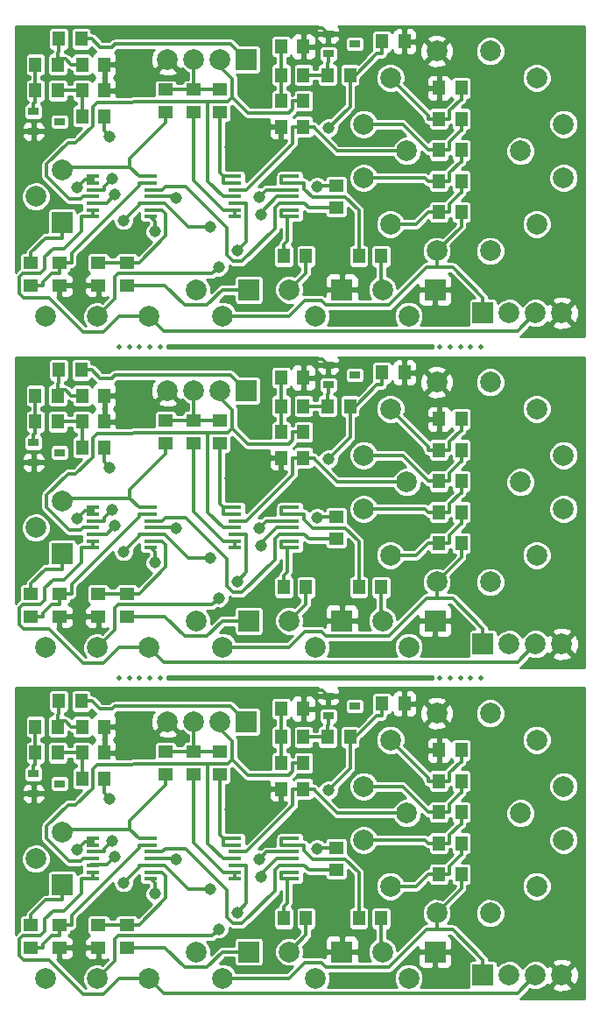
<source format=gtl>
G04 (created by PCBNEW (2013-07-07 BZR 4022)-stable) date 2014-08-05 10:31:38 AM*
%MOIN*%
G04 Gerber Fmt 3.4, Leading zero omitted, Abs format*
%FSLAX34Y34*%
G01*
G70*
G90*
G04 APERTURE LIST*
%ADD10C,0.00590551*%
%ADD11O,1.02362X0.019685*%
%ADD12C,0.0787*%
%ADD13R,0.0394X0.0276*%
%ADD14R,0.055X0.045*%
%ADD15R,0.045X0.055*%
%ADD16R,0.0787X0.0787*%
%ADD17C,0.0787402*%
%ADD18R,0.0512X0.0118*%
%ADD19C,0.019685*%
%ADD20C,0.045*%
%ADD21C,0.012*%
%ADD22C,0.0117953*%
%ADD23C,0.01*%
G04 APERTURE END LIST*
G54D10*
G54D11*
X21259Y-32874D03*
X21259Y-20275D03*
G54D12*
X13543Y-44330D03*
X11574Y-44330D03*
X15511Y-44330D03*
G54D13*
X12114Y-36909D03*
X11114Y-37284D03*
X11114Y-36534D03*
G54D14*
X17224Y-36547D03*
X17224Y-35697D03*
G54D15*
X26543Y-40354D03*
X27393Y-40354D03*
X26543Y-39173D03*
X27393Y-39173D03*
X26543Y-37992D03*
X27393Y-37992D03*
X26543Y-36811D03*
X27393Y-36811D03*
X26543Y-35629D03*
X27393Y-35629D03*
X12960Y-36712D03*
X13810Y-36712D03*
X11189Y-34744D03*
X12039Y-34744D03*
X12960Y-34744D03*
X13810Y-34744D03*
G54D14*
X18208Y-36547D03*
X18208Y-35697D03*
G54D15*
X21389Y-37106D03*
X20539Y-37106D03*
G54D14*
X14665Y-42291D03*
X14665Y-43141D03*
G54D15*
X12960Y-35728D03*
X13810Y-35728D03*
G54D14*
X13582Y-43141D03*
X13582Y-42291D03*
G54D15*
X11189Y-35728D03*
X12039Y-35728D03*
X12075Y-33759D03*
X12925Y-33759D03*
G54D16*
X19216Y-34547D03*
G54D12*
X18216Y-34547D03*
X17216Y-34547D03*
X16216Y-34547D03*
G54D17*
X23677Y-37011D03*
X24696Y-35248D03*
X26460Y-34228D03*
X28500Y-34228D03*
X30263Y-35248D03*
X31283Y-37011D03*
X29645Y-38031D03*
X25314Y-38031D03*
X23677Y-39051D03*
X24696Y-40814D03*
X26460Y-41834D03*
X28500Y-41834D03*
X30263Y-40814D03*
X31283Y-39051D03*
G54D13*
X23334Y-33956D03*
X22334Y-34331D03*
X22334Y-33581D03*
G54D15*
X22311Y-35137D03*
X23161Y-35137D03*
X24378Y-33858D03*
X25228Y-33858D03*
G54D14*
X22637Y-39338D03*
X22637Y-40188D03*
G54D15*
X20539Y-35137D03*
X21389Y-35137D03*
X21389Y-36122D03*
X20539Y-36122D03*
X20539Y-34055D03*
X21389Y-34055D03*
G54D12*
X18307Y-44307D03*
X17307Y-43307D03*
G54D16*
X19307Y-43307D03*
G54D12*
X21850Y-44307D03*
X20850Y-43307D03*
G54D16*
X22850Y-43307D03*
G54D12*
X25393Y-44307D03*
X24393Y-43307D03*
G54D16*
X26393Y-43307D03*
G54D12*
X11204Y-39763D03*
X12204Y-38763D03*
G54D16*
X12204Y-40763D03*
G54D14*
X12106Y-43141D03*
X12106Y-42291D03*
X11023Y-43141D03*
X11023Y-42291D03*
X16141Y-36547D03*
X16141Y-35697D03*
G54D16*
X28224Y-44192D03*
G54D12*
X29224Y-44192D03*
X30224Y-44192D03*
X31224Y-44192D03*
G54D15*
X23492Y-42027D03*
X24342Y-42027D03*
X20637Y-42027D03*
X21487Y-42027D03*
G54D18*
X20981Y-40523D03*
X20981Y-40273D03*
X20981Y-40013D03*
X20981Y-39763D03*
X20981Y-39503D03*
X20981Y-39248D03*
X20981Y-38993D03*
X18781Y-38993D03*
X18781Y-39248D03*
X18781Y-39503D03*
X18781Y-39763D03*
X18781Y-40018D03*
X18781Y-40273D03*
X18781Y-40528D03*
X15568Y-40523D03*
X15568Y-40273D03*
X15568Y-40013D03*
X15568Y-39763D03*
X15568Y-39503D03*
X15568Y-39248D03*
X15568Y-38993D03*
X13368Y-38993D03*
X13368Y-39248D03*
X13368Y-39503D03*
X13368Y-39763D03*
X13368Y-40018D03*
X13368Y-40273D03*
X13368Y-40528D03*
X15568Y-27925D03*
X15568Y-27675D03*
X15568Y-27415D03*
X15568Y-27165D03*
X15568Y-26905D03*
X15568Y-26650D03*
X15568Y-26395D03*
X13368Y-26395D03*
X13368Y-26650D03*
X13368Y-26905D03*
X13368Y-27165D03*
X13368Y-27420D03*
X13368Y-27675D03*
X13368Y-27930D03*
X20981Y-27925D03*
X20981Y-27675D03*
X20981Y-27415D03*
X20981Y-27165D03*
X20981Y-26905D03*
X20981Y-26650D03*
X20981Y-26395D03*
X18781Y-26395D03*
X18781Y-26650D03*
X18781Y-26905D03*
X18781Y-27165D03*
X18781Y-27420D03*
X18781Y-27675D03*
X18781Y-27930D03*
G54D15*
X20637Y-29429D03*
X21487Y-29429D03*
X23492Y-29429D03*
X24342Y-29429D03*
G54D16*
X28224Y-31594D03*
G54D12*
X29224Y-31594D03*
X30224Y-31594D03*
X31224Y-31594D03*
G54D14*
X16141Y-23948D03*
X16141Y-23098D03*
X11023Y-30543D03*
X11023Y-29693D03*
X12106Y-30543D03*
X12106Y-29693D03*
G54D12*
X11204Y-27165D03*
X12204Y-26165D03*
G54D16*
X12204Y-28165D03*
G54D12*
X25393Y-31708D03*
X24393Y-30708D03*
G54D16*
X26393Y-30708D03*
G54D12*
X21850Y-31708D03*
X20850Y-30708D03*
G54D16*
X22850Y-30708D03*
G54D12*
X18307Y-31708D03*
X17307Y-30708D03*
G54D16*
X19307Y-30708D03*
G54D15*
X20539Y-21456D03*
X21389Y-21456D03*
X21389Y-23523D03*
X20539Y-23523D03*
X20539Y-22539D03*
X21389Y-22539D03*
G54D14*
X22637Y-26740D03*
X22637Y-27590D03*
G54D15*
X24378Y-21259D03*
X25228Y-21259D03*
X22311Y-22539D03*
X23161Y-22539D03*
G54D13*
X23334Y-21358D03*
X22334Y-21733D03*
X22334Y-20983D03*
G54D17*
X23677Y-24413D03*
X24696Y-22649D03*
X26460Y-21629D03*
X28500Y-21629D03*
X30263Y-22649D03*
X31283Y-24413D03*
X29645Y-25433D03*
X25314Y-25433D03*
X23677Y-26452D03*
X24696Y-28216D03*
X26460Y-29236D03*
X28500Y-29236D03*
X30263Y-28216D03*
X31283Y-26452D03*
G54D16*
X19216Y-21948D03*
G54D12*
X18216Y-21948D03*
X17216Y-21948D03*
X16216Y-21948D03*
G54D15*
X12075Y-21161D03*
X12925Y-21161D03*
X11189Y-23129D03*
X12039Y-23129D03*
G54D14*
X13582Y-30543D03*
X13582Y-29693D03*
G54D15*
X12960Y-23129D03*
X13810Y-23129D03*
G54D14*
X14665Y-29693D03*
X14665Y-30543D03*
G54D15*
X21389Y-24507D03*
X20539Y-24507D03*
G54D14*
X18208Y-23948D03*
X18208Y-23098D03*
G54D15*
X12960Y-22145D03*
X13810Y-22145D03*
X11189Y-22145D03*
X12039Y-22145D03*
X12960Y-24114D03*
X13810Y-24114D03*
X26543Y-23031D03*
X27393Y-23031D03*
X26543Y-24212D03*
X27393Y-24212D03*
X26543Y-25393D03*
X27393Y-25393D03*
X26543Y-26574D03*
X27393Y-26574D03*
X26543Y-27755D03*
X27393Y-27755D03*
G54D14*
X17224Y-23948D03*
X17224Y-23098D03*
G54D13*
X12114Y-24311D03*
X11114Y-24686D03*
X11114Y-23936D03*
G54D12*
X13543Y-31732D03*
X11574Y-31732D03*
X15511Y-31732D03*
X13543Y-19133D03*
X11574Y-19133D03*
X15511Y-19133D03*
G54D13*
X12114Y-11712D03*
X11114Y-12087D03*
X11114Y-11337D03*
G54D14*
X17224Y-11350D03*
X17224Y-10500D03*
G54D15*
X26543Y-15157D03*
X27393Y-15157D03*
X26543Y-13976D03*
X27393Y-13976D03*
X26543Y-12795D03*
X27393Y-12795D03*
X26543Y-11614D03*
X27393Y-11614D03*
X26543Y-10433D03*
X27393Y-10433D03*
X12960Y-11515D03*
X13810Y-11515D03*
X11189Y-9547D03*
X12039Y-9547D03*
X12960Y-9547D03*
X13810Y-9547D03*
G54D14*
X18208Y-11350D03*
X18208Y-10500D03*
G54D15*
X21389Y-11909D03*
X20539Y-11909D03*
G54D14*
X14665Y-17094D03*
X14665Y-17944D03*
G54D15*
X12960Y-10531D03*
X13810Y-10531D03*
G54D14*
X13582Y-17944D03*
X13582Y-17094D03*
G54D15*
X11189Y-10531D03*
X12039Y-10531D03*
X12075Y-8562D03*
X12925Y-8562D03*
G54D16*
X19216Y-9350D03*
G54D12*
X18216Y-9350D03*
X17216Y-9350D03*
X16216Y-9350D03*
G54D17*
X23677Y-11814D03*
X24696Y-10051D03*
X26460Y-9031D03*
X28500Y-9031D03*
X30263Y-10051D03*
X31283Y-11814D03*
X29645Y-12834D03*
X25314Y-12834D03*
X23677Y-13854D03*
X24696Y-15618D03*
X26460Y-16637D03*
X28500Y-16637D03*
X30263Y-15618D03*
X31283Y-13854D03*
G54D13*
X23334Y-8759D03*
X22334Y-9134D03*
X22334Y-8384D03*
G54D15*
X22311Y-9940D03*
X23161Y-9940D03*
X24378Y-8661D03*
X25228Y-8661D03*
G54D14*
X22637Y-14141D03*
X22637Y-14991D03*
G54D15*
X20539Y-9940D03*
X21389Y-9940D03*
X21389Y-10925D03*
X20539Y-10925D03*
X20539Y-8858D03*
X21389Y-8858D03*
G54D12*
X18307Y-19110D03*
X17307Y-18110D03*
G54D16*
X19307Y-18110D03*
G54D12*
X21850Y-19110D03*
X20850Y-18110D03*
G54D16*
X22850Y-18110D03*
G54D12*
X25393Y-19110D03*
X24393Y-18110D03*
G54D16*
X26393Y-18110D03*
G54D12*
X11204Y-14566D03*
X12204Y-13566D03*
G54D16*
X12204Y-15566D03*
G54D14*
X12106Y-17944D03*
X12106Y-17094D03*
X11023Y-17944D03*
X11023Y-17094D03*
X16141Y-11350D03*
X16141Y-10500D03*
G54D16*
X28224Y-18996D03*
G54D12*
X29224Y-18996D03*
X30224Y-18996D03*
X31224Y-18996D03*
G54D15*
X23492Y-16830D03*
X24342Y-16830D03*
X20637Y-16830D03*
X21487Y-16830D03*
G54D18*
X20981Y-15326D03*
X20981Y-15076D03*
X20981Y-14816D03*
X20981Y-14566D03*
X20981Y-14306D03*
X20981Y-14051D03*
X20981Y-13796D03*
X18781Y-13796D03*
X18781Y-14051D03*
X18781Y-14306D03*
X18781Y-14566D03*
X18781Y-14821D03*
X18781Y-15076D03*
X18781Y-15331D03*
X15568Y-15326D03*
X15568Y-15076D03*
X15568Y-14816D03*
X15568Y-14566D03*
X15568Y-14306D03*
X15568Y-14051D03*
X15568Y-13796D03*
X13368Y-13796D03*
X13368Y-14051D03*
X13368Y-14306D03*
X13368Y-14566D03*
X13368Y-14821D03*
X13368Y-15076D03*
X13368Y-15331D03*
G54D19*
X14370Y-20275D03*
X14763Y-20275D03*
X15157Y-20275D03*
X15551Y-20275D03*
X15944Y-20275D03*
X26574Y-20275D03*
X26968Y-20275D03*
X27362Y-20275D03*
X27755Y-20275D03*
X28149Y-20275D03*
X14370Y-32874D03*
X14763Y-32874D03*
X15157Y-32874D03*
X15551Y-32874D03*
X15944Y-32874D03*
X26574Y-32874D03*
X26968Y-32874D03*
X27362Y-32874D03*
X27755Y-32874D03*
X28149Y-32874D03*
G54D20*
X12760Y-39428D03*
X12760Y-26829D03*
X12760Y-14231D03*
X16527Y-39801D03*
X19761Y-40455D03*
X19761Y-27857D03*
X16527Y-27202D03*
X16527Y-14604D03*
X19761Y-15259D03*
X14538Y-40671D03*
X14019Y-37473D03*
X17855Y-40907D03*
X19719Y-39771D03*
X19719Y-27172D03*
X17855Y-28308D03*
X14019Y-24874D03*
X14538Y-28072D03*
X14538Y-15474D03*
X14019Y-12276D03*
X17855Y-15710D03*
X19719Y-14574D03*
X15747Y-41095D03*
X15747Y-28497D03*
X15747Y-15898D03*
X18602Y-37893D03*
X12795Y-43700D03*
X12795Y-31102D03*
X18602Y-25295D03*
X18602Y-12696D03*
X12795Y-18503D03*
X21903Y-39382D03*
X22348Y-37148D03*
X22348Y-24550D03*
X21903Y-26783D03*
X21903Y-14185D03*
X22348Y-11951D03*
X18874Y-41812D03*
X18163Y-42441D03*
X18163Y-29842D03*
X18874Y-29214D03*
X18874Y-16615D03*
X18163Y-17244D03*
X14208Y-39693D03*
X14208Y-27094D03*
X14208Y-14496D03*
X14124Y-39071D03*
X14124Y-26472D03*
X14124Y-13874D03*
G54D21*
X13368Y-38993D02*
X13368Y-39121D01*
X13368Y-39121D02*
X13368Y-39248D01*
X13067Y-39121D02*
X12760Y-39428D01*
X13368Y-39121D02*
X13067Y-39121D01*
X13368Y-26522D02*
X13067Y-26522D01*
X13067Y-26522D02*
X12760Y-26829D01*
X13368Y-26522D02*
X13368Y-26650D01*
X13368Y-26395D02*
X13368Y-26522D01*
X13368Y-13796D02*
X13368Y-13924D01*
X13368Y-13924D02*
X13368Y-14051D01*
X13067Y-13924D02*
X12760Y-14231D01*
X13368Y-13924D02*
X13067Y-13924D01*
X13639Y-34069D02*
X13330Y-33759D01*
X14099Y-34069D02*
X13639Y-34069D01*
X14215Y-33953D02*
X14099Y-34069D01*
X18622Y-33953D02*
X14215Y-33953D01*
X19216Y-34547D02*
X18622Y-33953D01*
X12925Y-33759D02*
X13330Y-33759D01*
X16490Y-39763D02*
X16527Y-39801D01*
X15568Y-39763D02*
X16490Y-39763D01*
X20366Y-39763D02*
X20981Y-39763D01*
X19761Y-40369D02*
X20366Y-39763D01*
X19761Y-40455D02*
X19761Y-40369D01*
X19761Y-27857D02*
X19761Y-27770D01*
X19761Y-27770D02*
X20366Y-27165D01*
X20366Y-27165D02*
X20981Y-27165D01*
X15568Y-27165D02*
X16490Y-27165D01*
X16490Y-27165D02*
X16527Y-27202D01*
X12925Y-21161D02*
X13330Y-21161D01*
X19216Y-21948D02*
X18622Y-21355D01*
X18622Y-21355D02*
X14215Y-21355D01*
X14215Y-21355D02*
X14099Y-21471D01*
X14099Y-21471D02*
X13639Y-21471D01*
X13639Y-21471D02*
X13330Y-21161D01*
X13639Y-8872D02*
X13330Y-8562D01*
X14099Y-8872D02*
X13639Y-8872D01*
X14215Y-8756D02*
X14099Y-8872D01*
X18622Y-8756D02*
X14215Y-8756D01*
X19216Y-9350D02*
X18622Y-8756D01*
X12925Y-8562D02*
X13330Y-8562D01*
X16490Y-14566D02*
X16527Y-14604D01*
X15568Y-14566D02*
X16490Y-14566D01*
X20366Y-14566D02*
X20981Y-14566D01*
X19761Y-15172D02*
X20366Y-14566D01*
X19761Y-15259D02*
X19761Y-15172D01*
X15132Y-40077D02*
X14538Y-40671D01*
X15132Y-40013D02*
X15132Y-40077D01*
X13810Y-37264D02*
X13810Y-36712D01*
X14019Y-37473D02*
X13810Y-37264D01*
X15350Y-40013D02*
X15132Y-40013D01*
X15350Y-40013D02*
X15568Y-40013D01*
X17008Y-40907D02*
X17855Y-40907D01*
X16115Y-40013D02*
X17008Y-40907D01*
X15568Y-40013D02*
X16115Y-40013D01*
X19987Y-39503D02*
X20981Y-39503D01*
X19719Y-39771D02*
X19987Y-39503D01*
X19719Y-27172D02*
X19987Y-26905D01*
X19987Y-26905D02*
X20981Y-26905D01*
X15568Y-27415D02*
X16115Y-27415D01*
X16115Y-27415D02*
X17008Y-28308D01*
X17008Y-28308D02*
X17855Y-28308D01*
X15350Y-27415D02*
X15568Y-27415D01*
X15350Y-27415D02*
X15132Y-27415D01*
X14019Y-24874D02*
X13810Y-24666D01*
X13810Y-24666D02*
X13810Y-24114D01*
X15132Y-27415D02*
X15132Y-27478D01*
X15132Y-27478D02*
X14538Y-28072D01*
X15132Y-14880D02*
X14538Y-15474D01*
X15132Y-14816D02*
X15132Y-14880D01*
X13810Y-12067D02*
X13810Y-11515D01*
X14019Y-12276D02*
X13810Y-12067D01*
X15350Y-14816D02*
X15132Y-14816D01*
X15350Y-14816D02*
X15568Y-14816D01*
X17008Y-15710D02*
X17855Y-15710D01*
X16115Y-14816D02*
X17008Y-15710D01*
X15568Y-14816D02*
X16115Y-14816D01*
X19987Y-14306D02*
X20981Y-14306D01*
X19719Y-14574D02*
X19987Y-14306D01*
X27393Y-40901D02*
X27393Y-40354D01*
X26460Y-41834D02*
X27393Y-40901D01*
X15747Y-40702D02*
X15747Y-41095D01*
X15568Y-40523D02*
X15747Y-40702D01*
X28224Y-44192D02*
X28224Y-43619D01*
X26460Y-42463D02*
X26460Y-41834D01*
X26070Y-42463D02*
X26460Y-42463D01*
X24643Y-43890D02*
X26070Y-42463D01*
X22245Y-43890D02*
X24643Y-43890D01*
X22073Y-43719D02*
X22245Y-43890D01*
X21438Y-43719D02*
X22073Y-43719D01*
X20850Y-44307D02*
X21438Y-43719D01*
X18307Y-44307D02*
X20850Y-44307D01*
X27068Y-42463D02*
X28224Y-43619D01*
X26460Y-42463D02*
X27068Y-42463D01*
X26460Y-29864D02*
X27068Y-29864D01*
X27068Y-29864D02*
X28224Y-31020D01*
X18307Y-31708D02*
X20850Y-31708D01*
X20850Y-31708D02*
X21438Y-31120D01*
X21438Y-31120D02*
X22073Y-31120D01*
X22073Y-31120D02*
X22245Y-31291D01*
X22245Y-31291D02*
X24643Y-31291D01*
X24643Y-31291D02*
X26070Y-29864D01*
X26070Y-29864D02*
X26460Y-29864D01*
X26460Y-29864D02*
X26460Y-29236D01*
X28224Y-31594D02*
X28224Y-31020D01*
X15568Y-27925D02*
X15747Y-28103D01*
X15747Y-28103D02*
X15747Y-28497D01*
X26460Y-29236D02*
X27393Y-28303D01*
X27393Y-28303D02*
X27393Y-27755D01*
X27393Y-15704D02*
X27393Y-15157D01*
X26460Y-16637D02*
X27393Y-15704D01*
X15747Y-15505D02*
X15747Y-15898D01*
X15568Y-15326D02*
X15747Y-15505D01*
X28224Y-18996D02*
X28224Y-18422D01*
X26460Y-17266D02*
X26460Y-16637D01*
X26070Y-17266D02*
X26460Y-17266D01*
X24643Y-18693D02*
X26070Y-17266D01*
X22245Y-18693D02*
X24643Y-18693D01*
X22073Y-18522D02*
X22245Y-18693D01*
X21438Y-18522D02*
X22073Y-18522D01*
X20850Y-19110D02*
X21438Y-18522D01*
X18307Y-19110D02*
X20850Y-19110D01*
X27068Y-17266D02*
X28224Y-18422D01*
X26460Y-17266D02*
X27068Y-17266D01*
X16061Y-44880D02*
X15511Y-44330D01*
X29536Y-44880D02*
X16061Y-44880D01*
X30224Y-44192D02*
X29536Y-44880D01*
X13368Y-40273D02*
X13368Y-40528D01*
X14365Y-44330D02*
X15511Y-44330D01*
X13773Y-44922D02*
X14365Y-44330D01*
X13010Y-44922D02*
X13773Y-44922D01*
X11715Y-43626D02*
X13010Y-44922D01*
X10737Y-43626D02*
X11715Y-43626D01*
X10568Y-43457D02*
X10737Y-43626D01*
X10568Y-42833D02*
X10568Y-43457D01*
X10705Y-42696D02*
X10568Y-42833D01*
X11385Y-42696D02*
X10705Y-42696D01*
X11550Y-42531D02*
X11385Y-42696D01*
X11550Y-42061D02*
X11550Y-42531D01*
X11865Y-41746D02*
X11550Y-42061D01*
X12270Y-41746D02*
X11865Y-41746D01*
X12932Y-41084D02*
X12270Y-41746D01*
X12932Y-40528D02*
X12932Y-41084D01*
X13368Y-40528D02*
X12932Y-40528D01*
X13368Y-27930D02*
X12932Y-27930D01*
X12932Y-27930D02*
X12932Y-28486D01*
X12932Y-28486D02*
X12270Y-29147D01*
X12270Y-29147D02*
X11865Y-29147D01*
X11865Y-29147D02*
X11550Y-29462D01*
X11550Y-29462D02*
X11550Y-29932D01*
X11550Y-29932D02*
X11385Y-30098D01*
X11385Y-30098D02*
X10705Y-30098D01*
X10705Y-30098D02*
X10568Y-30235D01*
X10568Y-30235D02*
X10568Y-30859D01*
X10568Y-30859D02*
X10737Y-31028D01*
X10737Y-31028D02*
X11715Y-31028D01*
X11715Y-31028D02*
X13010Y-32324D01*
X13010Y-32324D02*
X13773Y-32324D01*
X13773Y-32324D02*
X14365Y-31732D01*
X14365Y-31732D02*
X15511Y-31732D01*
X13368Y-27675D02*
X13368Y-27930D01*
X30224Y-31594D02*
X29536Y-32282D01*
X29536Y-32282D02*
X16061Y-32282D01*
X16061Y-32282D02*
X15511Y-31732D01*
X16061Y-19683D02*
X15511Y-19133D01*
X29536Y-19683D02*
X16061Y-19683D01*
X30224Y-18996D02*
X29536Y-19683D01*
X13368Y-15076D02*
X13368Y-15331D01*
X14365Y-19133D02*
X15511Y-19133D01*
X13773Y-19726D02*
X14365Y-19133D01*
X13010Y-19726D02*
X13773Y-19726D01*
X11715Y-18430D02*
X13010Y-19726D01*
X10737Y-18430D02*
X11715Y-18430D01*
X10568Y-18260D02*
X10737Y-18430D01*
X10568Y-17636D02*
X10568Y-18260D01*
X10705Y-17499D02*
X10568Y-17636D01*
X11385Y-17499D02*
X10705Y-17499D01*
X11550Y-17334D02*
X11385Y-17499D01*
X11550Y-16864D02*
X11550Y-17334D01*
X11865Y-16549D02*
X11550Y-16864D01*
X12270Y-16549D02*
X11865Y-16549D01*
X12932Y-15887D02*
X12270Y-16549D01*
X12932Y-15331D02*
X12932Y-15887D01*
X13368Y-15331D02*
X12932Y-15331D01*
X18781Y-39763D02*
X18345Y-39763D01*
X13368Y-39763D02*
X13241Y-39763D01*
G54D22*
X13220Y-39742D02*
X13241Y-39763D01*
X13220Y-39742D02*
X13220Y-39742D01*
G54D21*
X17753Y-39171D02*
X17753Y-36141D01*
X18345Y-39763D02*
X17753Y-39171D01*
X13022Y-39742D02*
X13220Y-39742D01*
X12921Y-39844D02*
X13022Y-39742D01*
X12463Y-39844D02*
X12921Y-39844D01*
X11613Y-38994D02*
X12463Y-39844D01*
X11613Y-38531D02*
X11613Y-38994D01*
X12429Y-37714D02*
X11613Y-38531D01*
X12722Y-37714D02*
X12429Y-37714D01*
X13365Y-37071D02*
X12722Y-37714D01*
X13365Y-36359D02*
X13365Y-37071D01*
X13537Y-36187D02*
X13365Y-36359D01*
X14880Y-36187D02*
X13537Y-36187D01*
X14926Y-36141D02*
X14880Y-36187D01*
X17753Y-36141D02*
X14926Y-36141D01*
X17753Y-36141D02*
X17753Y-36141D01*
X21389Y-36122D02*
X20984Y-36122D01*
X20984Y-36432D02*
X20984Y-36122D01*
X20839Y-36577D02*
X20984Y-36432D01*
X19272Y-36577D02*
X20839Y-36577D01*
X18680Y-35985D02*
X19272Y-36577D01*
X18524Y-36141D02*
X18680Y-35985D01*
X17753Y-36141D02*
X18524Y-36141D01*
X17753Y-36141D02*
X17753Y-36141D01*
X18216Y-34807D02*
X18216Y-34547D01*
X18680Y-35271D02*
X18216Y-34807D01*
X18680Y-35985D02*
X18680Y-35271D01*
X18680Y-23387D02*
X18680Y-22673D01*
X18680Y-22673D02*
X18216Y-22209D01*
X18216Y-22209D02*
X18216Y-21948D01*
X17753Y-23543D02*
X17753Y-23543D01*
X17753Y-23543D02*
X18524Y-23543D01*
X18524Y-23543D02*
X18680Y-23387D01*
X18680Y-23387D02*
X19272Y-23978D01*
X19272Y-23978D02*
X20839Y-23978D01*
X20839Y-23978D02*
X20984Y-23833D01*
X20984Y-23833D02*
X20984Y-23523D01*
X21389Y-23523D02*
X20984Y-23523D01*
X17753Y-23543D02*
X17753Y-23543D01*
X17753Y-23543D02*
X14926Y-23543D01*
X14926Y-23543D02*
X14880Y-23589D01*
X14880Y-23589D02*
X13537Y-23589D01*
X13537Y-23589D02*
X13365Y-23760D01*
X13365Y-23760D02*
X13365Y-24472D01*
X13365Y-24472D02*
X12722Y-25116D01*
X12722Y-25116D02*
X12429Y-25116D01*
X12429Y-25116D02*
X11613Y-25932D01*
X11613Y-25932D02*
X11613Y-26395D01*
X11613Y-26395D02*
X12463Y-27246D01*
X12463Y-27246D02*
X12921Y-27246D01*
X12921Y-27246D02*
X13022Y-27144D01*
X13022Y-27144D02*
X13220Y-27144D01*
X18345Y-27165D02*
X17753Y-26573D01*
X17753Y-26573D02*
X17753Y-23543D01*
G54D22*
X13220Y-27144D02*
X13220Y-27144D01*
X13220Y-27144D02*
X13241Y-27165D01*
G54D21*
X13368Y-27165D02*
X13241Y-27165D01*
X18781Y-27165D02*
X18345Y-27165D01*
X18781Y-14566D02*
X18345Y-14566D01*
X13368Y-14566D02*
X13241Y-14566D01*
G54D22*
X13220Y-14546D02*
X13241Y-14566D01*
X13220Y-14546D02*
X13220Y-14546D01*
G54D21*
X17753Y-13974D02*
X17753Y-10945D01*
X18345Y-14566D02*
X17753Y-13974D01*
X13022Y-14546D02*
X13220Y-14546D01*
X12921Y-14647D02*
X13022Y-14546D01*
X12463Y-14647D02*
X12921Y-14647D01*
X11613Y-13797D02*
X12463Y-14647D01*
X11613Y-13334D02*
X11613Y-13797D01*
X12429Y-12517D02*
X11613Y-13334D01*
X12722Y-12517D02*
X12429Y-12517D01*
X13365Y-11874D02*
X12722Y-12517D01*
X13365Y-11162D02*
X13365Y-11874D01*
X13537Y-10990D02*
X13365Y-11162D01*
X14880Y-10990D02*
X13537Y-10990D01*
X14926Y-10945D02*
X14880Y-10990D01*
X17753Y-10945D02*
X14926Y-10945D01*
X17753Y-10945D02*
X17753Y-10945D01*
X21389Y-10925D02*
X20984Y-10925D01*
X20984Y-11235D02*
X20984Y-10925D01*
X20839Y-11380D02*
X20984Y-11235D01*
X19272Y-11380D02*
X20839Y-11380D01*
X18680Y-10788D02*
X19272Y-11380D01*
X18524Y-10945D02*
X18680Y-10788D01*
X17753Y-10945D02*
X18524Y-10945D01*
X17753Y-10945D02*
X17753Y-10945D01*
X18216Y-9610D02*
X18216Y-9350D01*
X18680Y-10074D02*
X18216Y-9610D01*
X18680Y-10788D02*
X18680Y-10074D01*
X20981Y-40013D02*
X21417Y-40013D01*
X22637Y-40188D02*
X22182Y-40188D01*
X21592Y-40188D02*
X21417Y-40013D01*
X22182Y-40188D02*
X21592Y-40188D01*
X20465Y-40013D02*
X20981Y-40013D01*
X20304Y-40174D02*
X20465Y-40013D01*
X20304Y-40975D02*
X20304Y-40174D01*
X19048Y-42231D02*
X20304Y-40975D01*
X18719Y-42231D02*
X19048Y-42231D01*
X18468Y-41980D02*
X18719Y-42231D01*
X18468Y-40947D02*
X18468Y-41980D01*
X16917Y-39396D02*
X18468Y-40947D01*
X16129Y-39396D02*
X16917Y-39396D01*
X16021Y-39503D02*
X16129Y-39396D01*
X15568Y-39503D02*
X16021Y-39503D01*
X15568Y-26905D02*
X16021Y-26905D01*
X16021Y-26905D02*
X16129Y-26797D01*
X16129Y-26797D02*
X16917Y-26797D01*
X16917Y-26797D02*
X18468Y-28349D01*
X18468Y-28349D02*
X18468Y-29382D01*
X18468Y-29382D02*
X18719Y-29633D01*
X18719Y-29633D02*
X19048Y-29633D01*
X19048Y-29633D02*
X20304Y-28377D01*
X20304Y-28377D02*
X20304Y-27576D01*
X20304Y-27576D02*
X20465Y-27415D01*
X20465Y-27415D02*
X20981Y-27415D01*
X22182Y-27590D02*
X21592Y-27590D01*
X21592Y-27590D02*
X21417Y-27415D01*
X22637Y-27590D02*
X22182Y-27590D01*
X20981Y-27415D02*
X21417Y-27415D01*
X20981Y-14816D02*
X21417Y-14816D01*
X22637Y-14991D02*
X22182Y-14991D01*
X21592Y-14991D02*
X21417Y-14816D01*
X22182Y-14991D02*
X21592Y-14991D01*
X20465Y-14816D02*
X20981Y-14816D01*
X20304Y-14978D02*
X20465Y-14816D01*
X20304Y-15778D02*
X20304Y-14978D01*
X19048Y-17034D02*
X20304Y-15778D01*
X18719Y-17034D02*
X19048Y-17034D01*
X18468Y-16783D02*
X18719Y-17034D01*
X18468Y-15750D02*
X18468Y-16783D01*
X16917Y-14199D02*
X18468Y-15750D01*
X16129Y-14199D02*
X16917Y-14199D01*
X16021Y-14306D02*
X16129Y-14199D01*
X15568Y-14306D02*
X16021Y-14306D01*
X20539Y-37106D02*
X20194Y-37106D01*
X20194Y-37106D02*
X19407Y-37893D01*
X19407Y-37893D02*
X18602Y-37893D01*
X14173Y-33366D02*
X13877Y-33661D01*
X22119Y-33366D02*
X14173Y-33366D01*
X22334Y-33581D02*
X22119Y-33366D01*
X12106Y-43141D02*
X12835Y-43141D01*
X12835Y-43141D02*
X13582Y-43141D01*
X12795Y-43182D02*
X12835Y-43141D01*
X12795Y-43700D02*
X12795Y-43182D01*
X12795Y-31102D02*
X12795Y-30583D01*
X12795Y-30583D02*
X12835Y-30543D01*
X12835Y-30543D02*
X13582Y-30543D01*
X12106Y-30543D02*
X12835Y-30543D01*
X22334Y-20983D02*
X22119Y-20767D01*
X22119Y-20767D02*
X14173Y-20767D01*
X14173Y-20767D02*
X13877Y-21062D01*
X19407Y-25295D02*
X18602Y-25295D01*
X20194Y-24507D02*
X19407Y-25295D01*
X20539Y-24507D02*
X20194Y-24507D01*
X20539Y-11909D02*
X20194Y-11909D01*
X20194Y-11909D02*
X19407Y-12696D01*
X19407Y-12696D02*
X18602Y-12696D01*
X14173Y-8169D02*
X13877Y-8464D01*
X22119Y-8169D02*
X14173Y-8169D01*
X22334Y-8384D02*
X22119Y-8169D01*
X12106Y-17944D02*
X12835Y-17944D01*
X12835Y-17944D02*
X13582Y-17944D01*
X12795Y-17985D02*
X12835Y-17944D01*
X12795Y-18503D02*
X12795Y-17985D01*
X18781Y-40528D02*
X18781Y-40273D01*
X17224Y-39152D02*
X17224Y-36547D01*
X18345Y-40273D02*
X17224Y-39152D01*
X18781Y-40273D02*
X18345Y-40273D01*
X18781Y-27675D02*
X18345Y-27675D01*
X18345Y-27675D02*
X17224Y-26553D01*
X17224Y-26553D02*
X17224Y-23948D01*
X18781Y-27930D02*
X18781Y-27675D01*
X18781Y-15331D02*
X18781Y-15076D01*
X17224Y-13955D02*
X17224Y-11350D01*
X18345Y-15076D02*
X17224Y-13955D01*
X18781Y-15076D02*
X18345Y-15076D01*
X23161Y-35137D02*
X23363Y-35137D01*
X24188Y-34313D02*
X24378Y-34313D01*
X23363Y-35137D02*
X24188Y-34313D01*
X24378Y-33858D02*
X24378Y-34313D01*
X21947Y-39338D02*
X21903Y-39382D01*
X22637Y-39338D02*
X21947Y-39338D01*
X23161Y-36336D02*
X23161Y-35137D01*
X22348Y-37148D02*
X23161Y-36336D01*
X22348Y-24550D02*
X23161Y-23737D01*
X23161Y-23737D02*
X23161Y-22539D01*
X22637Y-26740D02*
X21947Y-26740D01*
X21947Y-26740D02*
X21903Y-26783D01*
X24378Y-21259D02*
X24378Y-21714D01*
X23363Y-22539D02*
X24188Y-21714D01*
X24188Y-21714D02*
X24378Y-21714D01*
X23161Y-22539D02*
X23363Y-22539D01*
X23161Y-9940D02*
X23363Y-9940D01*
X24188Y-9116D02*
X24378Y-9116D01*
X23363Y-9940D02*
X24188Y-9116D01*
X24378Y-8661D02*
X24378Y-9116D01*
X21947Y-14141D02*
X21903Y-14185D01*
X22637Y-14141D02*
X21947Y-14141D01*
X23161Y-11139D02*
X23161Y-9940D01*
X22348Y-11951D02*
X23161Y-11139D01*
X19217Y-41468D02*
X18874Y-41812D01*
X19217Y-40018D02*
X19217Y-41468D01*
X14210Y-43663D02*
X13543Y-44330D01*
X14210Y-42833D02*
X14210Y-43663D01*
X14347Y-42696D02*
X14210Y-42833D01*
X17907Y-42696D02*
X14347Y-42696D01*
X18163Y-42441D02*
X17907Y-42696D01*
X18781Y-40018D02*
X19217Y-40018D01*
X18781Y-27420D02*
X19217Y-27420D01*
X18163Y-29842D02*
X17907Y-30098D01*
X17907Y-30098D02*
X14347Y-30098D01*
X14347Y-30098D02*
X14210Y-30235D01*
X14210Y-30235D02*
X14210Y-31065D01*
X14210Y-31065D02*
X13543Y-31732D01*
X19217Y-27420D02*
X19217Y-28870D01*
X19217Y-28870D02*
X18874Y-29214D01*
X19217Y-16272D02*
X18874Y-16615D01*
X19217Y-14821D02*
X19217Y-16272D01*
X14210Y-18466D02*
X13543Y-19133D01*
X14210Y-17636D02*
X14210Y-18466D01*
X14347Y-17499D02*
X14210Y-17636D01*
X17907Y-17499D02*
X14347Y-17499D01*
X18163Y-17244D02*
X17907Y-17499D01*
X18781Y-14821D02*
X19217Y-14821D01*
X25158Y-37011D02*
X26138Y-37992D01*
X23677Y-37011D02*
X25158Y-37011D01*
X26543Y-37992D02*
X26138Y-37992D01*
X26948Y-37680D02*
X26948Y-37992D01*
X27362Y-37266D02*
X26948Y-37680D01*
X27393Y-37266D02*
X27362Y-37266D01*
X27393Y-36811D02*
X27393Y-37266D01*
X26543Y-37992D02*
X26948Y-37992D01*
X26543Y-25393D02*
X26948Y-25393D01*
X27393Y-24212D02*
X27393Y-24667D01*
X27393Y-24667D02*
X27362Y-24667D01*
X27362Y-24667D02*
X26948Y-25081D01*
X26948Y-25081D02*
X26948Y-25393D01*
X26543Y-25393D02*
X26138Y-25393D01*
X23677Y-24413D02*
X25158Y-24413D01*
X25158Y-24413D02*
X26138Y-25393D01*
X25158Y-11814D02*
X26138Y-12795D01*
X23677Y-11814D02*
X25158Y-11814D01*
X26543Y-12795D02*
X26138Y-12795D01*
X26948Y-12483D02*
X26948Y-12795D01*
X27362Y-12069D02*
X26948Y-12483D01*
X27393Y-12069D02*
X27362Y-12069D01*
X27393Y-11614D02*
X27393Y-12069D01*
X26543Y-12795D02*
X26948Y-12795D01*
X26016Y-39051D02*
X26138Y-39173D01*
X23677Y-39051D02*
X26016Y-39051D01*
X26543Y-39173D02*
X26138Y-39173D01*
X26948Y-38861D02*
X26948Y-39173D01*
X27362Y-38447D02*
X26948Y-38861D01*
X27393Y-38447D02*
X27362Y-38447D01*
X27393Y-37992D02*
X27393Y-38447D01*
X26543Y-39173D02*
X26948Y-39173D01*
X26543Y-26574D02*
X26948Y-26574D01*
X27393Y-25393D02*
X27393Y-25848D01*
X27393Y-25848D02*
X27362Y-25848D01*
X27362Y-25848D02*
X26948Y-26262D01*
X26948Y-26262D02*
X26948Y-26574D01*
X26543Y-26574D02*
X26138Y-26574D01*
X23677Y-26452D02*
X26016Y-26452D01*
X26016Y-26452D02*
X26138Y-26574D01*
X26016Y-13854D02*
X26138Y-13976D01*
X23677Y-13854D02*
X26016Y-13854D01*
X26543Y-13976D02*
X26138Y-13976D01*
X26948Y-13664D02*
X26948Y-13976D01*
X27362Y-13250D02*
X26948Y-13664D01*
X27393Y-13250D02*
X27362Y-13250D01*
X27393Y-12795D02*
X27393Y-13250D01*
X26543Y-13976D02*
X26948Y-13976D01*
X26948Y-40042D02*
X26948Y-40354D01*
X27362Y-39628D02*
X26948Y-40042D01*
X27393Y-39628D02*
X27362Y-39628D01*
X27393Y-39173D02*
X27393Y-39628D01*
X26543Y-40354D02*
X26948Y-40354D01*
X25677Y-40814D02*
X26138Y-40354D01*
X24696Y-40814D02*
X25677Y-40814D01*
X26543Y-40354D02*
X26138Y-40354D01*
X26543Y-27755D02*
X26138Y-27755D01*
X24696Y-28216D02*
X25677Y-28216D01*
X25677Y-28216D02*
X26138Y-27755D01*
X26543Y-27755D02*
X26948Y-27755D01*
X27393Y-26574D02*
X27393Y-27029D01*
X27393Y-27029D02*
X27362Y-27029D01*
X27362Y-27029D02*
X26948Y-27443D01*
X26948Y-27443D02*
X26948Y-27755D01*
X26948Y-14845D02*
X26948Y-15157D01*
X27362Y-14431D02*
X26948Y-14845D01*
X27393Y-14431D02*
X27362Y-14431D01*
X27393Y-13976D02*
X27393Y-14431D01*
X26543Y-15157D02*
X26948Y-15157D01*
X25677Y-15618D02*
X26138Y-15157D01*
X24696Y-15618D02*
X25677Y-15618D01*
X26543Y-15157D02*
X26138Y-15157D01*
X18197Y-38845D02*
X18345Y-38993D01*
X18208Y-36892D02*
X18197Y-36903D01*
X18208Y-36547D02*
X18208Y-36892D01*
X18197Y-36903D02*
X18197Y-38845D01*
X18345Y-39248D02*
X18345Y-38993D01*
X18781Y-39248D02*
X18345Y-39248D01*
X18781Y-38993D02*
X18345Y-38993D01*
X18781Y-38993D02*
X18345Y-38993D01*
X18781Y-26395D02*
X18345Y-26395D01*
X18781Y-26395D02*
X18345Y-26395D01*
X18781Y-26650D02*
X18345Y-26650D01*
X18345Y-26650D02*
X18345Y-26395D01*
X18197Y-24304D02*
X18197Y-26246D01*
X18208Y-23948D02*
X18208Y-24293D01*
X18208Y-24293D02*
X18197Y-24304D01*
X18197Y-26246D02*
X18345Y-26395D01*
X18197Y-13648D02*
X18345Y-13796D01*
X18208Y-11695D02*
X18197Y-11706D01*
X18208Y-11350D02*
X18208Y-11695D01*
X18197Y-11706D02*
X18197Y-13648D01*
X18345Y-14051D02*
X18345Y-13796D01*
X18781Y-14051D02*
X18345Y-14051D01*
X18781Y-13796D02*
X18345Y-13796D01*
X18781Y-13796D02*
X18345Y-13796D01*
X26138Y-36689D02*
X26138Y-36811D01*
X24696Y-35248D02*
X26138Y-36689D01*
X26543Y-36811D02*
X26138Y-36811D01*
X26948Y-36498D02*
X26948Y-36811D01*
X27362Y-36085D02*
X26948Y-36498D01*
X27393Y-36085D02*
X27362Y-36085D01*
X27393Y-35629D02*
X27393Y-36085D01*
X26543Y-36811D02*
X26948Y-36811D01*
X26543Y-24212D02*
X26948Y-24212D01*
X27393Y-23031D02*
X27393Y-23486D01*
X27393Y-23486D02*
X27362Y-23486D01*
X27362Y-23486D02*
X26948Y-23900D01*
X26948Y-23900D02*
X26948Y-24212D01*
X26543Y-24212D02*
X26138Y-24212D01*
X24696Y-22649D02*
X26138Y-24091D01*
X26138Y-24091D02*
X26138Y-24212D01*
X26138Y-11492D02*
X26138Y-11614D01*
X24696Y-10051D02*
X26138Y-11492D01*
X26543Y-11614D02*
X26138Y-11614D01*
X26948Y-11302D02*
X26948Y-11614D01*
X27362Y-10888D02*
X26948Y-11302D01*
X27393Y-10888D02*
X27362Y-10888D01*
X27393Y-10433D02*
X27393Y-10888D01*
X26543Y-11614D02*
X26948Y-11614D01*
X21487Y-42669D02*
X21487Y-42027D01*
X20850Y-43307D02*
X21487Y-42669D01*
X20850Y-30708D02*
X21487Y-30071D01*
X21487Y-30071D02*
X21487Y-29429D01*
X21487Y-17472D02*
X21487Y-16830D01*
X20850Y-18110D02*
X21487Y-17472D01*
X20545Y-40273D02*
X20545Y-40523D01*
X20981Y-40273D02*
X20545Y-40273D01*
X20981Y-40523D02*
X20763Y-40523D01*
X20763Y-40523D02*
X20545Y-40523D01*
X20763Y-41446D02*
X20637Y-41572D01*
X20763Y-40523D02*
X20763Y-41446D01*
X20637Y-42027D02*
X20637Y-41572D01*
X20637Y-29429D02*
X20637Y-28974D01*
X20763Y-27925D02*
X20763Y-28848D01*
X20763Y-28848D02*
X20637Y-28974D01*
X20763Y-27925D02*
X20545Y-27925D01*
X20981Y-27925D02*
X20763Y-27925D01*
X20981Y-27675D02*
X20545Y-27675D01*
X20545Y-27675D02*
X20545Y-27925D01*
X20545Y-15076D02*
X20545Y-15326D01*
X20981Y-15076D02*
X20545Y-15076D01*
X20981Y-15326D02*
X20763Y-15326D01*
X20763Y-15326D02*
X20545Y-15326D01*
X20763Y-16249D02*
X20637Y-16375D01*
X20763Y-15326D02*
X20763Y-16249D01*
X20637Y-16830D02*
X20637Y-16375D01*
X24342Y-43255D02*
X24342Y-42027D01*
X24393Y-43307D02*
X24342Y-43255D01*
X24393Y-30708D02*
X24342Y-30657D01*
X24342Y-30657D02*
X24342Y-29429D01*
X24342Y-18058D02*
X24342Y-16830D01*
X24393Y-18110D02*
X24342Y-18058D01*
X20981Y-39248D02*
X21417Y-39248D01*
X23492Y-42027D02*
X23492Y-41572D01*
X20545Y-38993D02*
X20545Y-39248D01*
X20981Y-38993D02*
X20545Y-38993D01*
X20981Y-39248D02*
X20545Y-39248D01*
X23492Y-40284D02*
X23492Y-41572D01*
X22981Y-39773D02*
X23492Y-40284D01*
X22085Y-39773D02*
X22981Y-39773D01*
X22071Y-39787D02*
X22085Y-39773D01*
X21736Y-39787D02*
X22071Y-39787D01*
X21417Y-39469D02*
X21736Y-39787D01*
X21417Y-39248D02*
X21417Y-39469D01*
X21417Y-26650D02*
X21417Y-26870D01*
X21417Y-26870D02*
X21736Y-27188D01*
X21736Y-27188D02*
X22071Y-27188D01*
X22071Y-27188D02*
X22085Y-27175D01*
X22085Y-27175D02*
X22981Y-27175D01*
X22981Y-27175D02*
X23492Y-27686D01*
X23492Y-27686D02*
X23492Y-28974D01*
X20981Y-26650D02*
X20545Y-26650D01*
X20981Y-26395D02*
X20545Y-26395D01*
X20545Y-26395D02*
X20545Y-26650D01*
X23492Y-29429D02*
X23492Y-28974D01*
X20981Y-26650D02*
X21417Y-26650D01*
X20981Y-14051D02*
X21417Y-14051D01*
X23492Y-16830D02*
X23492Y-16375D01*
X20545Y-13796D02*
X20545Y-14051D01*
X20981Y-13796D02*
X20545Y-13796D01*
X20981Y-14051D02*
X20545Y-14051D01*
X23492Y-15087D02*
X23492Y-16375D01*
X22981Y-14576D02*
X23492Y-15087D01*
X22085Y-14576D02*
X22981Y-14576D01*
X22071Y-14590D02*
X22085Y-14576D01*
X21736Y-14590D02*
X22071Y-14590D01*
X21417Y-14272D02*
X21736Y-14590D01*
X21417Y-14051D02*
X21417Y-14272D01*
X13368Y-40018D02*
X13313Y-40018D01*
G54D22*
X13298Y-40003D02*
X13313Y-40018D01*
X13298Y-40003D02*
X13298Y-40003D01*
G54D21*
X13897Y-40003D02*
X14208Y-39693D01*
X13298Y-40003D02*
X13897Y-40003D01*
X13298Y-27405D02*
X13897Y-27405D01*
X13897Y-27405D02*
X14208Y-27094D01*
G54D22*
X13298Y-27405D02*
X13298Y-27405D01*
X13298Y-27405D02*
X13313Y-27420D01*
G54D21*
X13368Y-27420D02*
X13313Y-27420D01*
X13368Y-14821D02*
X13313Y-14821D01*
G54D22*
X13298Y-14807D02*
X13313Y-14821D01*
X13298Y-14807D02*
X13298Y-14807D01*
G54D21*
X13897Y-14807D02*
X14208Y-14496D01*
X13298Y-14807D02*
X13897Y-14807D01*
X13804Y-39390D02*
X14124Y-39071D01*
X13804Y-39503D02*
X13804Y-39390D01*
X13368Y-39503D02*
X13804Y-39503D01*
X13368Y-26905D02*
X13804Y-26905D01*
X13804Y-26905D02*
X13804Y-26792D01*
X13804Y-26792D02*
X14124Y-26472D01*
X13804Y-14193D02*
X14124Y-13874D01*
X13804Y-14306D02*
X13804Y-14193D01*
X13368Y-14306D02*
X13804Y-14306D01*
X15568Y-38993D02*
X15132Y-38993D01*
X14788Y-38305D02*
X16141Y-36952D01*
X14788Y-38649D02*
X14788Y-38305D01*
X12318Y-38649D02*
X14788Y-38649D01*
X12204Y-38763D02*
X12318Y-38649D01*
X14788Y-38649D02*
X15132Y-38993D01*
X16141Y-36547D02*
X16141Y-36952D01*
X16141Y-23948D02*
X16141Y-24353D01*
X14788Y-26051D02*
X15132Y-26395D01*
X12204Y-26165D02*
X12318Y-26051D01*
X12318Y-26051D02*
X14788Y-26051D01*
X14788Y-26051D02*
X14788Y-25706D01*
X14788Y-25706D02*
X16141Y-24353D01*
X15568Y-26395D02*
X15132Y-26395D01*
X15568Y-13796D02*
X15132Y-13796D01*
X14788Y-13108D02*
X16141Y-11755D01*
X14788Y-13453D02*
X14788Y-13108D01*
X12318Y-13453D02*
X14788Y-13453D01*
X12204Y-13566D02*
X12318Y-13453D01*
X14788Y-13453D02*
X15132Y-13796D01*
X16141Y-11350D02*
X16141Y-11755D01*
X11572Y-41337D02*
X11023Y-41886D01*
X12204Y-41337D02*
X11572Y-41337D01*
X12204Y-40763D02*
X12204Y-41337D01*
X11023Y-42291D02*
X11023Y-41886D01*
X11023Y-29693D02*
X11023Y-29287D01*
X12204Y-28165D02*
X12204Y-28738D01*
X12204Y-28738D02*
X11572Y-28738D01*
X11572Y-28738D02*
X11023Y-29287D01*
X11572Y-16140D02*
X11023Y-16689D01*
X12204Y-16140D02*
X11572Y-16140D01*
X12204Y-15566D02*
X12204Y-16140D01*
X11023Y-17094D02*
X11023Y-16689D01*
X16117Y-43141D02*
X14665Y-43141D01*
X16875Y-43899D02*
X16117Y-43141D01*
X17714Y-43899D02*
X16875Y-43899D01*
X18307Y-43307D02*
X17714Y-43899D01*
X19307Y-43307D02*
X18307Y-43307D01*
X19307Y-30708D02*
X18307Y-30708D01*
X18307Y-30708D02*
X17714Y-31301D01*
X17714Y-31301D02*
X16875Y-31301D01*
X16875Y-31301D02*
X16117Y-30543D01*
X16117Y-30543D02*
X14665Y-30543D01*
X16117Y-17944D02*
X14665Y-17944D01*
X16875Y-18702D02*
X16117Y-17944D01*
X17714Y-18702D02*
X16875Y-18702D01*
X18307Y-18110D02*
X17714Y-18702D01*
X19307Y-18110D02*
X18307Y-18110D01*
X20984Y-37737D02*
X20984Y-37106D01*
X19217Y-39503D02*
X20984Y-37737D01*
X18781Y-39503D02*
X19217Y-39503D01*
X21389Y-37106D02*
X20984Y-37106D01*
X21389Y-37106D02*
X21794Y-37106D01*
X22658Y-38031D02*
X25314Y-38031D01*
X21794Y-37167D02*
X22658Y-38031D01*
X21794Y-37106D02*
X21794Y-37167D01*
X21794Y-24507D02*
X21794Y-24569D01*
X21794Y-24569D02*
X22658Y-25433D01*
X22658Y-25433D02*
X25314Y-25433D01*
X21389Y-24507D02*
X21794Y-24507D01*
X21389Y-24507D02*
X20984Y-24507D01*
X18781Y-26905D02*
X19217Y-26905D01*
X19217Y-26905D02*
X20984Y-25138D01*
X20984Y-25138D02*
X20984Y-24507D01*
X20984Y-12540D02*
X20984Y-11909D01*
X19217Y-14306D02*
X20984Y-12540D01*
X18781Y-14306D02*
X19217Y-14306D01*
X21389Y-11909D02*
X20984Y-11909D01*
X21389Y-11909D02*
X21794Y-11909D01*
X22658Y-12834D02*
X25314Y-12834D01*
X21794Y-11970D02*
X22658Y-12834D01*
X21794Y-11909D02*
X21794Y-11970D01*
X13582Y-42291D02*
X14665Y-42291D01*
X15568Y-40273D02*
X16004Y-40273D01*
X14665Y-42291D02*
X15120Y-42291D01*
X16152Y-40421D02*
X16004Y-40273D01*
X16152Y-41267D02*
X16152Y-40421D01*
X15127Y-42291D02*
X16152Y-41267D01*
X15120Y-42291D02*
X15127Y-42291D01*
X15120Y-29693D02*
X15127Y-29693D01*
X15127Y-29693D02*
X16152Y-28668D01*
X16152Y-28668D02*
X16152Y-27822D01*
X16152Y-27822D02*
X16004Y-27675D01*
X14665Y-29693D02*
X15120Y-29693D01*
X15568Y-27675D02*
X16004Y-27675D01*
X13582Y-29693D02*
X14665Y-29693D01*
X13582Y-17094D02*
X14665Y-17094D01*
X15568Y-15076D02*
X16004Y-15076D01*
X14665Y-17094D02*
X15120Y-17094D01*
X16152Y-15224D02*
X16004Y-15076D01*
X16152Y-16070D02*
X16152Y-15224D01*
X15127Y-17094D02*
X16152Y-16070D01*
X15120Y-17094D02*
X15127Y-17094D01*
X11792Y-42696D02*
X12106Y-42696D01*
X11478Y-43009D02*
X11792Y-42696D01*
X11478Y-43141D02*
X11478Y-43009D01*
X11023Y-43141D02*
X11478Y-43141D01*
X12106Y-42291D02*
X12106Y-42696D01*
X12561Y-41930D02*
X12561Y-42291D01*
X15132Y-39359D02*
X12561Y-41930D01*
X15132Y-39248D02*
X15132Y-39359D01*
X15568Y-39248D02*
X15132Y-39248D01*
X12106Y-42291D02*
X12561Y-42291D01*
X12106Y-29693D02*
X12561Y-29693D01*
X15568Y-26650D02*
X15132Y-26650D01*
X15132Y-26650D02*
X15132Y-26760D01*
X15132Y-26760D02*
X12561Y-29331D01*
X12561Y-29331D02*
X12561Y-29693D01*
X12106Y-29693D02*
X12106Y-30098D01*
X11023Y-30543D02*
X11478Y-30543D01*
X11478Y-30543D02*
X11478Y-30411D01*
X11478Y-30411D02*
X11792Y-30098D01*
X11792Y-30098D02*
X12106Y-30098D01*
X11792Y-17499D02*
X12106Y-17499D01*
X11478Y-17813D02*
X11792Y-17499D01*
X11478Y-17944D02*
X11478Y-17813D01*
X11023Y-17944D02*
X11478Y-17944D01*
X12106Y-17094D02*
X12106Y-17499D01*
X12561Y-16733D02*
X12561Y-17094D01*
X15132Y-14162D02*
X12561Y-16733D01*
X15132Y-14051D02*
X15132Y-14162D01*
X15568Y-14051D02*
X15132Y-14051D01*
X12106Y-17094D02*
X12561Y-17094D01*
X12039Y-35728D02*
X12960Y-35728D01*
X12960Y-35728D02*
X12960Y-36712D01*
X12960Y-23129D02*
X12960Y-24114D01*
X12039Y-23129D02*
X12960Y-23129D01*
X12039Y-10531D02*
X12960Y-10531D01*
X12960Y-10531D02*
X12960Y-11515D01*
X11156Y-36216D02*
X11114Y-36216D01*
X11189Y-36183D02*
X11156Y-36216D01*
X11189Y-35728D02*
X11189Y-36183D01*
X11114Y-36534D02*
X11114Y-36216D01*
X11189Y-34744D02*
X11189Y-35728D01*
X11189Y-22145D02*
X11189Y-23129D01*
X11114Y-23936D02*
X11114Y-23617D01*
X11189Y-23129D02*
X11189Y-23585D01*
X11189Y-23585D02*
X11156Y-23617D01*
X11156Y-23617D02*
X11114Y-23617D01*
X11156Y-11019D02*
X11114Y-11019D01*
X11189Y-10986D02*
X11156Y-11019D01*
X11189Y-10531D02*
X11189Y-10986D01*
X11114Y-11337D02*
X11114Y-11019D01*
X11189Y-9547D02*
X11189Y-10531D01*
X12075Y-34253D02*
X12039Y-34288D01*
X12075Y-33759D02*
X12075Y-34253D01*
X12039Y-34744D02*
X12039Y-34516D01*
X12039Y-34516D02*
X12039Y-34288D01*
X12328Y-34516D02*
X12555Y-34744D01*
X12039Y-34516D02*
X12328Y-34516D01*
X12960Y-34744D02*
X12555Y-34744D01*
X12960Y-22145D02*
X12555Y-22145D01*
X12039Y-21918D02*
X12328Y-21918D01*
X12328Y-21918D02*
X12555Y-22145D01*
X12039Y-21918D02*
X12039Y-21690D01*
X12039Y-22145D02*
X12039Y-21918D01*
X12075Y-21161D02*
X12075Y-21654D01*
X12075Y-21654D02*
X12039Y-21690D01*
X12075Y-9056D02*
X12039Y-9092D01*
X12075Y-8562D02*
X12075Y-9056D01*
X12039Y-9547D02*
X12039Y-9319D01*
X12039Y-9319D02*
X12039Y-9092D01*
X12328Y-9319D02*
X12555Y-9547D01*
X12039Y-9319D02*
X12328Y-9319D01*
X12960Y-9547D02*
X12555Y-9547D01*
X20539Y-34055D02*
X20539Y-35137D01*
X20539Y-36122D02*
X20539Y-35137D01*
X20539Y-23523D02*
X20539Y-22539D01*
X20539Y-21456D02*
X20539Y-22539D01*
X20539Y-8858D02*
X20539Y-9940D01*
X20539Y-10925D02*
X20539Y-9940D01*
X22311Y-34673D02*
X22334Y-34649D01*
X22311Y-35137D02*
X22311Y-34673D01*
X22334Y-34331D02*
X22334Y-34649D01*
X21389Y-35137D02*
X22311Y-35137D01*
X21389Y-22539D02*
X22311Y-22539D01*
X22334Y-21733D02*
X22334Y-22051D01*
X22311Y-22539D02*
X22311Y-22074D01*
X22311Y-22074D02*
X22334Y-22051D01*
X22311Y-9476D02*
X22334Y-9452D01*
X22311Y-9940D02*
X22311Y-9476D01*
X22334Y-9134D02*
X22334Y-9452D01*
X21389Y-9940D02*
X22311Y-9940D01*
X17224Y-34555D02*
X17224Y-35697D01*
X17216Y-34547D02*
X17224Y-34555D01*
X16141Y-35697D02*
X17224Y-35697D01*
X18208Y-35697D02*
X17224Y-35697D01*
X18208Y-23098D02*
X17224Y-23098D01*
X16141Y-23098D02*
X17224Y-23098D01*
X17216Y-21948D02*
X17224Y-21956D01*
X17224Y-21956D02*
X17224Y-23098D01*
X17224Y-9358D02*
X17224Y-10500D01*
X17216Y-9350D02*
X17224Y-9358D01*
X16141Y-10500D02*
X17224Y-10500D01*
X18208Y-10500D02*
X17224Y-10500D01*
G54D10*
G36*
X15622Y-16274D02*
X15096Y-16801D01*
X15084Y-16773D01*
X15036Y-16725D01*
X14974Y-16699D01*
X14906Y-16699D01*
X14356Y-16699D01*
X14294Y-16725D01*
X14246Y-16773D01*
X14220Y-16835D01*
X14220Y-16864D01*
X14027Y-16864D01*
X14027Y-16836D01*
X14001Y-16773D01*
X13954Y-16725D01*
X13891Y-16699D01*
X13824Y-16699D01*
X13274Y-16699D01*
X13211Y-16725D01*
X13163Y-16773D01*
X13137Y-16835D01*
X13137Y-16903D01*
X13137Y-17353D01*
X13163Y-17415D01*
X13211Y-17463D01*
X13241Y-17476D01*
X13165Y-17507D01*
X13095Y-17578D01*
X13057Y-17670D01*
X13057Y-17832D01*
X13120Y-17894D01*
X13532Y-17894D01*
X13532Y-17886D01*
X13632Y-17886D01*
X13632Y-17894D01*
X13640Y-17894D01*
X13640Y-17994D01*
X13632Y-17994D01*
X13632Y-18357D01*
X13695Y-18419D01*
X13808Y-18419D01*
X13907Y-18419D01*
X13949Y-18402D01*
X13744Y-18607D01*
X13655Y-18570D01*
X13532Y-18570D01*
X13532Y-18357D01*
X13532Y-17994D01*
X13120Y-17994D01*
X13057Y-18057D01*
X13057Y-18219D01*
X13095Y-18311D01*
X13165Y-18381D01*
X13257Y-18419D01*
X13357Y-18419D01*
X13470Y-18419D01*
X13532Y-18357D01*
X13532Y-18570D01*
X13431Y-18570D01*
X13224Y-18655D01*
X13065Y-18814D01*
X12979Y-19021D01*
X12979Y-19245D01*
X13065Y-19452D01*
X13108Y-19496D01*
X13106Y-19496D01*
X12631Y-19021D01*
X12631Y-18219D01*
X12631Y-18057D01*
X12568Y-17994D01*
X12156Y-17994D01*
X12156Y-18357D01*
X12218Y-18419D01*
X12331Y-18419D01*
X12431Y-18419D01*
X12523Y-18381D01*
X12593Y-18311D01*
X12631Y-18219D01*
X12631Y-19021D01*
X12011Y-18401D01*
X12056Y-18357D01*
X12056Y-17994D01*
X12048Y-17994D01*
X12048Y-17894D01*
X12056Y-17894D01*
X12056Y-17886D01*
X12156Y-17886D01*
X12156Y-17894D01*
X12568Y-17894D01*
X12631Y-17832D01*
X12631Y-17670D01*
X12593Y-17578D01*
X12523Y-17507D01*
X12447Y-17476D01*
X12477Y-17463D01*
X12525Y-17416D01*
X12551Y-17353D01*
X12551Y-17324D01*
X12561Y-17324D01*
X12649Y-17307D01*
X12724Y-17257D01*
X12773Y-17182D01*
X12791Y-17094D01*
X12791Y-16828D01*
X14143Y-15476D01*
X14143Y-15552D01*
X14203Y-15697D01*
X14314Y-15809D01*
X14459Y-15869D01*
X14616Y-15869D01*
X14761Y-15809D01*
X14872Y-15698D01*
X14933Y-15553D01*
X14933Y-15404D01*
X15150Y-15187D01*
X15155Y-15201D01*
X15142Y-15233D01*
X15142Y-15301D01*
X15142Y-15419D01*
X15168Y-15482D01*
X15216Y-15529D01*
X15278Y-15555D01*
X15346Y-15555D01*
X15472Y-15555D01*
X15501Y-15585D01*
X15412Y-15674D01*
X15352Y-15820D01*
X15351Y-15977D01*
X15411Y-16122D01*
X15523Y-16233D01*
X15622Y-16274D01*
X15622Y-16274D01*
G37*
G54D23*
X15622Y-16274D02*
X15096Y-16801D01*
X15084Y-16773D01*
X15036Y-16725D01*
X14974Y-16699D01*
X14906Y-16699D01*
X14356Y-16699D01*
X14294Y-16725D01*
X14246Y-16773D01*
X14220Y-16835D01*
X14220Y-16864D01*
X14027Y-16864D01*
X14027Y-16836D01*
X14001Y-16773D01*
X13954Y-16725D01*
X13891Y-16699D01*
X13824Y-16699D01*
X13274Y-16699D01*
X13211Y-16725D01*
X13163Y-16773D01*
X13137Y-16835D01*
X13137Y-16903D01*
X13137Y-17353D01*
X13163Y-17415D01*
X13211Y-17463D01*
X13241Y-17476D01*
X13165Y-17507D01*
X13095Y-17578D01*
X13057Y-17670D01*
X13057Y-17832D01*
X13120Y-17894D01*
X13532Y-17894D01*
X13532Y-17886D01*
X13632Y-17886D01*
X13632Y-17894D01*
X13640Y-17894D01*
X13640Y-17994D01*
X13632Y-17994D01*
X13632Y-18357D01*
X13695Y-18419D01*
X13808Y-18419D01*
X13907Y-18419D01*
X13949Y-18402D01*
X13744Y-18607D01*
X13655Y-18570D01*
X13532Y-18570D01*
X13532Y-18357D01*
X13532Y-17994D01*
X13120Y-17994D01*
X13057Y-18057D01*
X13057Y-18219D01*
X13095Y-18311D01*
X13165Y-18381D01*
X13257Y-18419D01*
X13357Y-18419D01*
X13470Y-18419D01*
X13532Y-18357D01*
X13532Y-18570D01*
X13431Y-18570D01*
X13224Y-18655D01*
X13065Y-18814D01*
X12979Y-19021D01*
X12979Y-19245D01*
X13065Y-19452D01*
X13108Y-19496D01*
X13106Y-19496D01*
X12631Y-19021D01*
X12631Y-18219D01*
X12631Y-18057D01*
X12568Y-17994D01*
X12156Y-17994D01*
X12156Y-18357D01*
X12218Y-18419D01*
X12331Y-18419D01*
X12431Y-18419D01*
X12523Y-18381D01*
X12593Y-18311D01*
X12631Y-18219D01*
X12631Y-19021D01*
X12011Y-18401D01*
X12056Y-18357D01*
X12056Y-17994D01*
X12048Y-17994D01*
X12048Y-17894D01*
X12056Y-17894D01*
X12056Y-17886D01*
X12156Y-17886D01*
X12156Y-17894D01*
X12568Y-17894D01*
X12631Y-17832D01*
X12631Y-17670D01*
X12593Y-17578D01*
X12523Y-17507D01*
X12447Y-17476D01*
X12477Y-17463D01*
X12525Y-17416D01*
X12551Y-17353D01*
X12551Y-17324D01*
X12561Y-17324D01*
X12649Y-17307D01*
X12724Y-17257D01*
X12773Y-17182D01*
X12791Y-17094D01*
X12791Y-16828D01*
X14143Y-15476D01*
X14143Y-15552D01*
X14203Y-15697D01*
X14314Y-15809D01*
X14459Y-15869D01*
X14616Y-15869D01*
X14761Y-15809D01*
X14872Y-15698D01*
X14933Y-15553D01*
X14933Y-15404D01*
X15150Y-15187D01*
X15155Y-15201D01*
X15142Y-15233D01*
X15142Y-15301D01*
X15142Y-15419D01*
X15168Y-15482D01*
X15216Y-15529D01*
X15278Y-15555D01*
X15346Y-15555D01*
X15472Y-15555D01*
X15501Y-15585D01*
X15412Y-15674D01*
X15352Y-15820D01*
X15351Y-15977D01*
X15411Y-16122D01*
X15523Y-16233D01*
X15622Y-16274D01*
G54D10*
G36*
X16994Y-10105D02*
X16915Y-10105D01*
X16853Y-10130D01*
X16805Y-10178D01*
X16779Y-10241D01*
X16779Y-10270D01*
X16599Y-10270D01*
X16599Y-9804D01*
X16216Y-9421D01*
X15833Y-9804D01*
X15872Y-9909D01*
X16112Y-9998D01*
X16368Y-9988D01*
X16560Y-9909D01*
X16599Y-9804D01*
X16599Y-10270D01*
X16586Y-10270D01*
X16586Y-10241D01*
X16560Y-10179D01*
X16513Y-10131D01*
X16450Y-10105D01*
X16383Y-10105D01*
X15833Y-10105D01*
X15770Y-10130D01*
X15722Y-10178D01*
X15696Y-10241D01*
X15696Y-10308D01*
X15696Y-10715D01*
X14926Y-10715D01*
X14926Y-10715D01*
X14838Y-10732D01*
X14796Y-10760D01*
X14285Y-10760D01*
X14285Y-10756D01*
X14285Y-10306D01*
X14285Y-10206D01*
X14247Y-10114D01*
X14177Y-10044D01*
X14165Y-10039D01*
X14177Y-10034D01*
X14247Y-9964D01*
X14285Y-9872D01*
X14285Y-9772D01*
X14285Y-9659D01*
X14223Y-9597D01*
X13860Y-9597D01*
X13860Y-10009D01*
X13890Y-10039D01*
X13860Y-10068D01*
X13860Y-10481D01*
X14223Y-10481D01*
X14285Y-10418D01*
X14285Y-10306D01*
X14285Y-10756D01*
X14285Y-10643D01*
X14223Y-10581D01*
X13860Y-10581D01*
X13860Y-10589D01*
X13760Y-10589D01*
X13760Y-10581D01*
X13752Y-10581D01*
X13752Y-10481D01*
X13760Y-10481D01*
X13760Y-10068D01*
X13731Y-10039D01*
X13760Y-10009D01*
X13760Y-9597D01*
X13752Y-9597D01*
X13752Y-9497D01*
X13760Y-9497D01*
X13760Y-9489D01*
X13860Y-9489D01*
X13860Y-9497D01*
X14223Y-9497D01*
X14285Y-9434D01*
X14285Y-9321D01*
X14285Y-9222D01*
X14247Y-9130D01*
X14196Y-9079D01*
X14262Y-9035D01*
X14310Y-8986D01*
X15710Y-8986D01*
X15657Y-9006D01*
X15568Y-9246D01*
X15578Y-9502D01*
X15657Y-9694D01*
X15762Y-9733D01*
X16145Y-9350D01*
X16140Y-9344D01*
X16210Y-9274D01*
X16216Y-9279D01*
X16222Y-9274D01*
X16292Y-9344D01*
X16287Y-9350D01*
X16670Y-9733D01*
X16766Y-9697D01*
X16896Y-9827D01*
X16994Y-9868D01*
X16994Y-10105D01*
X16994Y-10105D01*
G37*
G54D23*
X16994Y-10105D02*
X16915Y-10105D01*
X16853Y-10130D01*
X16805Y-10178D01*
X16779Y-10241D01*
X16779Y-10270D01*
X16599Y-10270D01*
X16599Y-9804D01*
X16216Y-9421D01*
X15833Y-9804D01*
X15872Y-9909D01*
X16112Y-9998D01*
X16368Y-9988D01*
X16560Y-9909D01*
X16599Y-9804D01*
X16599Y-10270D01*
X16586Y-10270D01*
X16586Y-10241D01*
X16560Y-10179D01*
X16513Y-10131D01*
X16450Y-10105D01*
X16383Y-10105D01*
X15833Y-10105D01*
X15770Y-10130D01*
X15722Y-10178D01*
X15696Y-10241D01*
X15696Y-10308D01*
X15696Y-10715D01*
X14926Y-10715D01*
X14926Y-10715D01*
X14838Y-10732D01*
X14796Y-10760D01*
X14285Y-10760D01*
X14285Y-10756D01*
X14285Y-10306D01*
X14285Y-10206D01*
X14247Y-10114D01*
X14177Y-10044D01*
X14165Y-10039D01*
X14177Y-10034D01*
X14247Y-9964D01*
X14285Y-9872D01*
X14285Y-9772D01*
X14285Y-9659D01*
X14223Y-9597D01*
X13860Y-9597D01*
X13860Y-10009D01*
X13890Y-10039D01*
X13860Y-10068D01*
X13860Y-10481D01*
X14223Y-10481D01*
X14285Y-10418D01*
X14285Y-10306D01*
X14285Y-10756D01*
X14285Y-10643D01*
X14223Y-10581D01*
X13860Y-10581D01*
X13860Y-10589D01*
X13760Y-10589D01*
X13760Y-10581D01*
X13752Y-10581D01*
X13752Y-10481D01*
X13760Y-10481D01*
X13760Y-10068D01*
X13731Y-10039D01*
X13760Y-10009D01*
X13760Y-9597D01*
X13752Y-9597D01*
X13752Y-9497D01*
X13760Y-9497D01*
X13760Y-9489D01*
X13860Y-9489D01*
X13860Y-9497D01*
X14223Y-9497D01*
X14285Y-9434D01*
X14285Y-9321D01*
X14285Y-9222D01*
X14247Y-9130D01*
X14196Y-9079D01*
X14262Y-9035D01*
X14310Y-8986D01*
X15710Y-8986D01*
X15657Y-9006D01*
X15568Y-9246D01*
X15578Y-9502D01*
X15657Y-9694D01*
X15762Y-9733D01*
X16145Y-9350D01*
X16140Y-9344D01*
X16210Y-9274D01*
X16216Y-9279D01*
X16222Y-9274D01*
X16292Y-9344D01*
X16287Y-9350D01*
X16670Y-9733D01*
X16766Y-9697D01*
X16896Y-9827D01*
X16994Y-9868D01*
X16994Y-10105D01*
G54D10*
G36*
X20754Y-12445D02*
X20489Y-12710D01*
X20489Y-12371D01*
X20489Y-11959D01*
X20127Y-11959D01*
X20064Y-12021D01*
X20064Y-12134D01*
X20064Y-12234D01*
X20102Y-12326D01*
X20173Y-12396D01*
X20265Y-12434D01*
X20427Y-12434D01*
X20489Y-12371D01*
X20489Y-12710D01*
X19207Y-13991D01*
X19207Y-13959D01*
X19193Y-13924D01*
X19207Y-13889D01*
X19207Y-13822D01*
X19207Y-13704D01*
X19182Y-13641D01*
X19134Y-13593D01*
X19071Y-13567D01*
X19004Y-13567D01*
X18786Y-13567D01*
X18781Y-13566D01*
X18441Y-13566D01*
X18427Y-13553D01*
X18427Y-11752D01*
X18427Y-11752D01*
X18428Y-11745D01*
X18517Y-11745D01*
X18579Y-11719D01*
X18627Y-11671D01*
X18653Y-11609D01*
X18653Y-11541D01*
X18653Y-11130D01*
X18679Y-11112D01*
X19109Y-11542D01*
X19184Y-11592D01*
X19184Y-11592D01*
X19272Y-11610D01*
X20064Y-11610D01*
X20064Y-11683D01*
X20064Y-11796D01*
X20127Y-11859D01*
X20489Y-11859D01*
X20489Y-11851D01*
X20589Y-11851D01*
X20589Y-11859D01*
X20597Y-11859D01*
X20597Y-11959D01*
X20589Y-11959D01*
X20589Y-12371D01*
X20652Y-12434D01*
X20754Y-12434D01*
X20754Y-12445D01*
X20754Y-12445D01*
G37*
G54D23*
X20754Y-12445D02*
X20489Y-12710D01*
X20489Y-12371D01*
X20489Y-11959D01*
X20127Y-11959D01*
X20064Y-12021D01*
X20064Y-12134D01*
X20064Y-12234D01*
X20102Y-12326D01*
X20173Y-12396D01*
X20265Y-12434D01*
X20427Y-12434D01*
X20489Y-12371D01*
X20489Y-12710D01*
X19207Y-13991D01*
X19207Y-13959D01*
X19193Y-13924D01*
X19207Y-13889D01*
X19207Y-13822D01*
X19207Y-13704D01*
X19182Y-13641D01*
X19134Y-13593D01*
X19071Y-13567D01*
X19004Y-13567D01*
X18786Y-13567D01*
X18781Y-13566D01*
X18441Y-13566D01*
X18427Y-13553D01*
X18427Y-11752D01*
X18427Y-11752D01*
X18428Y-11745D01*
X18517Y-11745D01*
X18579Y-11719D01*
X18627Y-11671D01*
X18653Y-11609D01*
X18653Y-11541D01*
X18653Y-11130D01*
X18679Y-11112D01*
X19109Y-11542D01*
X19184Y-11592D01*
X19184Y-11592D01*
X19272Y-11610D01*
X20064Y-11610D01*
X20064Y-11683D01*
X20064Y-11796D01*
X20127Y-11859D01*
X20489Y-11859D01*
X20489Y-11851D01*
X20589Y-11851D01*
X20589Y-11859D01*
X20597Y-11859D01*
X20597Y-11959D01*
X20589Y-11959D01*
X20589Y-12371D01*
X20652Y-12434D01*
X20754Y-12434D01*
X20754Y-12445D01*
G54D10*
G36*
X27163Y-15609D02*
X26662Y-16111D01*
X26573Y-16074D01*
X26348Y-16073D01*
X26141Y-16159D01*
X25983Y-16318D01*
X25897Y-16525D01*
X25896Y-16749D01*
X25982Y-16956D01*
X26063Y-17037D01*
X25982Y-17054D01*
X25907Y-17103D01*
X25907Y-17103D01*
X24957Y-18054D01*
X24957Y-17998D01*
X24871Y-17791D01*
X24713Y-17632D01*
X24572Y-17574D01*
X24572Y-17275D01*
X24600Y-17275D01*
X24663Y-17249D01*
X24711Y-17202D01*
X24737Y-17139D01*
X24737Y-17072D01*
X24737Y-16522D01*
X24711Y-16459D01*
X24663Y-16411D01*
X24601Y-16385D01*
X24533Y-16385D01*
X24083Y-16385D01*
X24021Y-16411D01*
X23973Y-16459D01*
X23947Y-16521D01*
X23947Y-16589D01*
X23947Y-17139D01*
X23973Y-17201D01*
X24020Y-17249D01*
X24083Y-17275D01*
X24112Y-17275D01*
X24112Y-17616D01*
X24074Y-17632D01*
X23916Y-17790D01*
X23830Y-17997D01*
X23830Y-18221D01*
X23915Y-18429D01*
X23950Y-18463D01*
X23493Y-18463D01*
X23493Y-18454D01*
X23493Y-17766D01*
X23493Y-17666D01*
X23455Y-17574D01*
X23385Y-17504D01*
X23293Y-17466D01*
X22962Y-17466D01*
X22900Y-17529D01*
X22900Y-18060D01*
X23431Y-18060D01*
X23493Y-17997D01*
X23493Y-17766D01*
X23493Y-18454D01*
X23493Y-18222D01*
X23431Y-18160D01*
X22900Y-18160D01*
X22900Y-18168D01*
X22800Y-18168D01*
X22800Y-18160D01*
X22800Y-18060D01*
X22800Y-17529D01*
X22737Y-17466D01*
X22407Y-17466D01*
X22315Y-17504D01*
X22245Y-17574D01*
X22206Y-17666D01*
X22206Y-17766D01*
X22206Y-17997D01*
X22269Y-18060D01*
X22800Y-18060D01*
X22800Y-18160D01*
X22269Y-18160D01*
X22206Y-18222D01*
X22206Y-18339D01*
X22161Y-18309D01*
X22073Y-18292D01*
X21438Y-18292D01*
X21438Y-18292D01*
X21380Y-18303D01*
X21413Y-18222D01*
X21413Y-17998D01*
X21376Y-17908D01*
X21650Y-17635D01*
X21650Y-17635D01*
X21650Y-17635D01*
X21700Y-17560D01*
X21717Y-17472D01*
X21717Y-17472D01*
X21717Y-17472D01*
X21717Y-17275D01*
X21746Y-17275D01*
X21809Y-17249D01*
X21857Y-17202D01*
X21882Y-17139D01*
X21883Y-17072D01*
X21883Y-16522D01*
X21857Y-16459D01*
X21809Y-16411D01*
X21746Y-16385D01*
X21679Y-16385D01*
X21229Y-16385D01*
X21166Y-16411D01*
X21118Y-16459D01*
X21093Y-16521D01*
X21092Y-16589D01*
X21092Y-17139D01*
X21118Y-17201D01*
X21166Y-17249D01*
X21229Y-17275D01*
X21257Y-17275D01*
X21257Y-17377D01*
X21051Y-17583D01*
X20962Y-17546D01*
X20738Y-17546D01*
X20531Y-17632D01*
X20372Y-17790D01*
X20286Y-17997D01*
X20286Y-18221D01*
X20372Y-18429D01*
X20530Y-18587D01*
X20737Y-18673D01*
X20961Y-18673D01*
X20755Y-18880D01*
X18821Y-18880D01*
X18785Y-18791D01*
X18626Y-18632D01*
X18419Y-18546D01*
X18195Y-18546D01*
X18402Y-18340D01*
X18743Y-18340D01*
X18743Y-18537D01*
X18769Y-18599D01*
X18817Y-18647D01*
X18879Y-18673D01*
X18947Y-18673D01*
X19734Y-18673D01*
X19796Y-18647D01*
X19844Y-18600D01*
X19870Y-18537D01*
X19870Y-18470D01*
X19870Y-17683D01*
X19844Y-17620D01*
X19797Y-17572D01*
X19734Y-17546D01*
X19666Y-17546D01*
X18879Y-17546D01*
X18817Y-17572D01*
X18769Y-17620D01*
X18743Y-17682D01*
X18743Y-17750D01*
X18743Y-17880D01*
X18307Y-17880D01*
X18307Y-17880D01*
X18219Y-17897D01*
X18144Y-17947D01*
X18144Y-17947D01*
X17870Y-18221D01*
X17870Y-17998D01*
X17785Y-17791D01*
X17723Y-17729D01*
X17907Y-17729D01*
X17995Y-17712D01*
X17995Y-17712D01*
X18070Y-17662D01*
X18093Y-17639D01*
X18241Y-17639D01*
X18386Y-17579D01*
X18497Y-17468D01*
X18558Y-17323D01*
X18558Y-17197D01*
X18631Y-17247D01*
X18631Y-17247D01*
X18719Y-17264D01*
X19048Y-17264D01*
X19136Y-17247D01*
X19136Y-17247D01*
X19211Y-17197D01*
X20467Y-15941D01*
X20467Y-15941D01*
X20467Y-15941D01*
X20516Y-15866D01*
X20516Y-15866D01*
X20533Y-15781D01*
X20533Y-16154D01*
X20475Y-16212D01*
X20425Y-16287D01*
X20407Y-16375D01*
X20407Y-16385D01*
X20379Y-16385D01*
X20316Y-16411D01*
X20268Y-16459D01*
X20243Y-16521D01*
X20242Y-16589D01*
X20242Y-17139D01*
X20268Y-17201D01*
X20316Y-17249D01*
X20379Y-17275D01*
X20446Y-17275D01*
X20896Y-17275D01*
X20959Y-17249D01*
X21007Y-17202D01*
X21032Y-17139D01*
X21033Y-17072D01*
X21033Y-16522D01*
X21007Y-16459D01*
X20959Y-16411D01*
X20934Y-16401D01*
X20976Y-16337D01*
X20976Y-16337D01*
X20993Y-16249D01*
X20993Y-15555D01*
X21271Y-15555D01*
X21334Y-15530D01*
X21381Y-15482D01*
X21407Y-15419D01*
X21407Y-15352D01*
X21407Y-15234D01*
X21394Y-15201D01*
X21407Y-15169D01*
X21407Y-15132D01*
X21430Y-15154D01*
X21430Y-15154D01*
X21504Y-15204D01*
X21592Y-15221D01*
X21592Y-15221D01*
X21592Y-15221D01*
X22182Y-15221D01*
X22192Y-15221D01*
X22192Y-15250D01*
X22218Y-15313D01*
X22266Y-15360D01*
X22328Y-15386D01*
X22396Y-15386D01*
X22946Y-15386D01*
X23008Y-15361D01*
X23056Y-15313D01*
X23082Y-15250D01*
X23082Y-15183D01*
X23082Y-15003D01*
X23262Y-15182D01*
X23262Y-16375D01*
X23262Y-16385D01*
X23233Y-16385D01*
X23171Y-16411D01*
X23123Y-16459D01*
X23097Y-16521D01*
X23097Y-16589D01*
X23097Y-17139D01*
X23123Y-17201D01*
X23170Y-17249D01*
X23233Y-17275D01*
X23300Y-17275D01*
X23750Y-17275D01*
X23813Y-17249D01*
X23861Y-17202D01*
X23887Y-17139D01*
X23887Y-17072D01*
X23887Y-16522D01*
X23861Y-16459D01*
X23813Y-16411D01*
X23751Y-16385D01*
X23722Y-16385D01*
X23722Y-16375D01*
X23722Y-15087D01*
X23704Y-14999D01*
X23704Y-14999D01*
X23654Y-14925D01*
X23143Y-14414D01*
X23082Y-14373D01*
X23082Y-14373D01*
X23082Y-14333D01*
X23082Y-13883D01*
X23056Y-13820D01*
X23009Y-13772D01*
X22946Y-13746D01*
X22879Y-13746D01*
X22329Y-13746D01*
X22266Y-13772D01*
X22218Y-13820D01*
X22192Y-13882D01*
X22192Y-13911D01*
X22189Y-13911D01*
X22128Y-13850D01*
X21982Y-13790D01*
X21825Y-13790D01*
X21680Y-13850D01*
X21604Y-13925D01*
X21580Y-13889D01*
X21506Y-13839D01*
X21417Y-13821D01*
X21407Y-13821D01*
X21407Y-13704D01*
X21382Y-13641D01*
X21334Y-13593D01*
X21271Y-13567D01*
X21204Y-13567D01*
X20986Y-13567D01*
X20981Y-13566D01*
X20545Y-13566D01*
X20457Y-13584D01*
X20383Y-13634D01*
X20333Y-13708D01*
X20315Y-13796D01*
X20315Y-14051D01*
X20320Y-14076D01*
X19987Y-14076D01*
X19899Y-14094D01*
X19824Y-14144D01*
X19789Y-14179D01*
X19671Y-14179D01*
X21147Y-12703D01*
X21147Y-12703D01*
X21147Y-12703D01*
X21196Y-12628D01*
X21196Y-12628D01*
X21214Y-12540D01*
X21214Y-12354D01*
X21648Y-12354D01*
X21710Y-12328D01*
X21758Y-12280D01*
X21764Y-12266D01*
X22495Y-12997D01*
X22570Y-13047D01*
X22570Y-13047D01*
X22658Y-13064D01*
X24800Y-13064D01*
X24836Y-13153D01*
X24995Y-13312D01*
X25202Y-13398D01*
X25426Y-13398D01*
X25633Y-13312D01*
X25792Y-13154D01*
X25878Y-12947D01*
X25878Y-12860D01*
X25975Y-12957D01*
X25975Y-12957D01*
X26050Y-13007D01*
X26138Y-13025D01*
X26138Y-13025D01*
X26138Y-13025D01*
X26148Y-13025D01*
X26148Y-13103D01*
X26174Y-13166D01*
X26222Y-13214D01*
X26284Y-13240D01*
X26352Y-13240D01*
X26802Y-13240D01*
X26864Y-13214D01*
X26912Y-13166D01*
X26938Y-13104D01*
X26938Y-13036D01*
X26938Y-13025D01*
X26948Y-13025D01*
X26998Y-13015D01*
X26998Y-13103D01*
X27024Y-13166D01*
X27072Y-13214D01*
X27072Y-13214D01*
X26785Y-13501D01*
X26766Y-13531D01*
X26734Y-13531D01*
X26284Y-13531D01*
X26222Y-13557D01*
X26174Y-13604D01*
X26148Y-13667D01*
X26148Y-13671D01*
X26104Y-13641D01*
X26016Y-13624D01*
X24192Y-13624D01*
X24155Y-13535D01*
X23996Y-13376D01*
X23789Y-13290D01*
X23565Y-13290D01*
X23358Y-13376D01*
X23199Y-13534D01*
X23113Y-13741D01*
X23113Y-13965D01*
X23199Y-14173D01*
X23357Y-14331D01*
X23564Y-14417D01*
X23788Y-14418D01*
X23996Y-14332D01*
X24154Y-14174D01*
X24192Y-14084D01*
X25921Y-14084D01*
X25975Y-14139D01*
X26050Y-14188D01*
X26050Y-14188D01*
X26138Y-14206D01*
X26148Y-14206D01*
X26148Y-14285D01*
X26174Y-14347D01*
X26222Y-14395D01*
X26284Y-14421D01*
X26352Y-14421D01*
X26802Y-14421D01*
X26864Y-14395D01*
X26912Y-14347D01*
X26938Y-14285D01*
X26938Y-14217D01*
X26938Y-14206D01*
X26948Y-14206D01*
X26998Y-14196D01*
X26998Y-14285D01*
X27024Y-14347D01*
X27072Y-14395D01*
X27072Y-14395D01*
X26785Y-14682D01*
X26766Y-14712D01*
X26734Y-14712D01*
X26284Y-14712D01*
X26222Y-14738D01*
X26174Y-14786D01*
X26148Y-14848D01*
X26148Y-14916D01*
X26148Y-14927D01*
X26138Y-14927D01*
X26138Y-14927D01*
X26050Y-14944D01*
X25975Y-14994D01*
X25975Y-14994D01*
X25582Y-15388D01*
X25211Y-15388D01*
X25175Y-15299D01*
X25016Y-15140D01*
X24809Y-15054D01*
X24585Y-15054D01*
X24377Y-15139D01*
X24219Y-15298D01*
X24133Y-15505D01*
X24133Y-15729D01*
X24218Y-15937D01*
X24377Y-16095D01*
X24584Y-16181D01*
X24808Y-16181D01*
X25015Y-16096D01*
X25174Y-15937D01*
X25211Y-15848D01*
X25677Y-15848D01*
X25765Y-15830D01*
X25765Y-15830D01*
X25840Y-15780D01*
X26150Y-15470D01*
X26174Y-15528D01*
X26222Y-15576D01*
X26284Y-15602D01*
X26352Y-15602D01*
X26802Y-15602D01*
X26864Y-15576D01*
X26912Y-15528D01*
X26938Y-15466D01*
X26938Y-15398D01*
X26938Y-15387D01*
X26948Y-15387D01*
X26998Y-15377D01*
X26998Y-15466D01*
X27024Y-15528D01*
X27072Y-15576D01*
X27134Y-15602D01*
X27163Y-15602D01*
X27163Y-15609D01*
X27163Y-15609D01*
G37*
G54D23*
X27163Y-15609D02*
X26662Y-16111D01*
X26573Y-16074D01*
X26348Y-16073D01*
X26141Y-16159D01*
X25983Y-16318D01*
X25897Y-16525D01*
X25896Y-16749D01*
X25982Y-16956D01*
X26063Y-17037D01*
X25982Y-17054D01*
X25907Y-17103D01*
X25907Y-17103D01*
X24957Y-18054D01*
X24957Y-17998D01*
X24871Y-17791D01*
X24713Y-17632D01*
X24572Y-17574D01*
X24572Y-17275D01*
X24600Y-17275D01*
X24663Y-17249D01*
X24711Y-17202D01*
X24737Y-17139D01*
X24737Y-17072D01*
X24737Y-16522D01*
X24711Y-16459D01*
X24663Y-16411D01*
X24601Y-16385D01*
X24533Y-16385D01*
X24083Y-16385D01*
X24021Y-16411D01*
X23973Y-16459D01*
X23947Y-16521D01*
X23947Y-16589D01*
X23947Y-17139D01*
X23973Y-17201D01*
X24020Y-17249D01*
X24083Y-17275D01*
X24112Y-17275D01*
X24112Y-17616D01*
X24074Y-17632D01*
X23916Y-17790D01*
X23830Y-17997D01*
X23830Y-18221D01*
X23915Y-18429D01*
X23950Y-18463D01*
X23493Y-18463D01*
X23493Y-18454D01*
X23493Y-17766D01*
X23493Y-17666D01*
X23455Y-17574D01*
X23385Y-17504D01*
X23293Y-17466D01*
X22962Y-17466D01*
X22900Y-17529D01*
X22900Y-18060D01*
X23431Y-18060D01*
X23493Y-17997D01*
X23493Y-17766D01*
X23493Y-18454D01*
X23493Y-18222D01*
X23431Y-18160D01*
X22900Y-18160D01*
X22900Y-18168D01*
X22800Y-18168D01*
X22800Y-18160D01*
X22800Y-18060D01*
X22800Y-17529D01*
X22737Y-17466D01*
X22407Y-17466D01*
X22315Y-17504D01*
X22245Y-17574D01*
X22206Y-17666D01*
X22206Y-17766D01*
X22206Y-17997D01*
X22269Y-18060D01*
X22800Y-18060D01*
X22800Y-18160D01*
X22269Y-18160D01*
X22206Y-18222D01*
X22206Y-18339D01*
X22161Y-18309D01*
X22073Y-18292D01*
X21438Y-18292D01*
X21438Y-18292D01*
X21380Y-18303D01*
X21413Y-18222D01*
X21413Y-17998D01*
X21376Y-17908D01*
X21650Y-17635D01*
X21650Y-17635D01*
X21650Y-17635D01*
X21700Y-17560D01*
X21717Y-17472D01*
X21717Y-17472D01*
X21717Y-17472D01*
X21717Y-17275D01*
X21746Y-17275D01*
X21809Y-17249D01*
X21857Y-17202D01*
X21882Y-17139D01*
X21883Y-17072D01*
X21883Y-16522D01*
X21857Y-16459D01*
X21809Y-16411D01*
X21746Y-16385D01*
X21679Y-16385D01*
X21229Y-16385D01*
X21166Y-16411D01*
X21118Y-16459D01*
X21093Y-16521D01*
X21092Y-16589D01*
X21092Y-17139D01*
X21118Y-17201D01*
X21166Y-17249D01*
X21229Y-17275D01*
X21257Y-17275D01*
X21257Y-17377D01*
X21051Y-17583D01*
X20962Y-17546D01*
X20738Y-17546D01*
X20531Y-17632D01*
X20372Y-17790D01*
X20286Y-17997D01*
X20286Y-18221D01*
X20372Y-18429D01*
X20530Y-18587D01*
X20737Y-18673D01*
X20961Y-18673D01*
X20755Y-18880D01*
X18821Y-18880D01*
X18785Y-18791D01*
X18626Y-18632D01*
X18419Y-18546D01*
X18195Y-18546D01*
X18402Y-18340D01*
X18743Y-18340D01*
X18743Y-18537D01*
X18769Y-18599D01*
X18817Y-18647D01*
X18879Y-18673D01*
X18947Y-18673D01*
X19734Y-18673D01*
X19796Y-18647D01*
X19844Y-18600D01*
X19870Y-18537D01*
X19870Y-18470D01*
X19870Y-17683D01*
X19844Y-17620D01*
X19797Y-17572D01*
X19734Y-17546D01*
X19666Y-17546D01*
X18879Y-17546D01*
X18817Y-17572D01*
X18769Y-17620D01*
X18743Y-17682D01*
X18743Y-17750D01*
X18743Y-17880D01*
X18307Y-17880D01*
X18307Y-17880D01*
X18219Y-17897D01*
X18144Y-17947D01*
X18144Y-17947D01*
X17870Y-18221D01*
X17870Y-17998D01*
X17785Y-17791D01*
X17723Y-17729D01*
X17907Y-17729D01*
X17995Y-17712D01*
X17995Y-17712D01*
X18070Y-17662D01*
X18093Y-17639D01*
X18241Y-17639D01*
X18386Y-17579D01*
X18497Y-17468D01*
X18558Y-17323D01*
X18558Y-17197D01*
X18631Y-17247D01*
X18631Y-17247D01*
X18719Y-17264D01*
X19048Y-17264D01*
X19136Y-17247D01*
X19136Y-17247D01*
X19211Y-17197D01*
X20467Y-15941D01*
X20467Y-15941D01*
X20467Y-15941D01*
X20516Y-15866D01*
X20516Y-15866D01*
X20533Y-15781D01*
X20533Y-16154D01*
X20475Y-16212D01*
X20425Y-16287D01*
X20407Y-16375D01*
X20407Y-16385D01*
X20379Y-16385D01*
X20316Y-16411D01*
X20268Y-16459D01*
X20243Y-16521D01*
X20242Y-16589D01*
X20242Y-17139D01*
X20268Y-17201D01*
X20316Y-17249D01*
X20379Y-17275D01*
X20446Y-17275D01*
X20896Y-17275D01*
X20959Y-17249D01*
X21007Y-17202D01*
X21032Y-17139D01*
X21033Y-17072D01*
X21033Y-16522D01*
X21007Y-16459D01*
X20959Y-16411D01*
X20934Y-16401D01*
X20976Y-16337D01*
X20976Y-16337D01*
X20993Y-16249D01*
X20993Y-15555D01*
X21271Y-15555D01*
X21334Y-15530D01*
X21381Y-15482D01*
X21407Y-15419D01*
X21407Y-15352D01*
X21407Y-15234D01*
X21394Y-15201D01*
X21407Y-15169D01*
X21407Y-15132D01*
X21430Y-15154D01*
X21430Y-15154D01*
X21504Y-15204D01*
X21592Y-15221D01*
X21592Y-15221D01*
X21592Y-15221D01*
X22182Y-15221D01*
X22192Y-15221D01*
X22192Y-15250D01*
X22218Y-15313D01*
X22266Y-15360D01*
X22328Y-15386D01*
X22396Y-15386D01*
X22946Y-15386D01*
X23008Y-15361D01*
X23056Y-15313D01*
X23082Y-15250D01*
X23082Y-15183D01*
X23082Y-15003D01*
X23262Y-15182D01*
X23262Y-16375D01*
X23262Y-16385D01*
X23233Y-16385D01*
X23171Y-16411D01*
X23123Y-16459D01*
X23097Y-16521D01*
X23097Y-16589D01*
X23097Y-17139D01*
X23123Y-17201D01*
X23170Y-17249D01*
X23233Y-17275D01*
X23300Y-17275D01*
X23750Y-17275D01*
X23813Y-17249D01*
X23861Y-17202D01*
X23887Y-17139D01*
X23887Y-17072D01*
X23887Y-16522D01*
X23861Y-16459D01*
X23813Y-16411D01*
X23751Y-16385D01*
X23722Y-16385D01*
X23722Y-16375D01*
X23722Y-15087D01*
X23704Y-14999D01*
X23704Y-14999D01*
X23654Y-14925D01*
X23143Y-14414D01*
X23082Y-14373D01*
X23082Y-14373D01*
X23082Y-14333D01*
X23082Y-13883D01*
X23056Y-13820D01*
X23009Y-13772D01*
X22946Y-13746D01*
X22879Y-13746D01*
X22329Y-13746D01*
X22266Y-13772D01*
X22218Y-13820D01*
X22192Y-13882D01*
X22192Y-13911D01*
X22189Y-13911D01*
X22128Y-13850D01*
X21982Y-13790D01*
X21825Y-13790D01*
X21680Y-13850D01*
X21604Y-13925D01*
X21580Y-13889D01*
X21506Y-13839D01*
X21417Y-13821D01*
X21407Y-13821D01*
X21407Y-13704D01*
X21382Y-13641D01*
X21334Y-13593D01*
X21271Y-13567D01*
X21204Y-13567D01*
X20986Y-13567D01*
X20981Y-13566D01*
X20545Y-13566D01*
X20457Y-13584D01*
X20383Y-13634D01*
X20333Y-13708D01*
X20315Y-13796D01*
X20315Y-14051D01*
X20320Y-14076D01*
X19987Y-14076D01*
X19899Y-14094D01*
X19824Y-14144D01*
X19789Y-14179D01*
X19671Y-14179D01*
X21147Y-12703D01*
X21147Y-12703D01*
X21147Y-12703D01*
X21196Y-12628D01*
X21196Y-12628D01*
X21214Y-12540D01*
X21214Y-12354D01*
X21648Y-12354D01*
X21710Y-12328D01*
X21758Y-12280D01*
X21764Y-12266D01*
X22495Y-12997D01*
X22570Y-13047D01*
X22570Y-13047D01*
X22658Y-13064D01*
X24800Y-13064D01*
X24836Y-13153D01*
X24995Y-13312D01*
X25202Y-13398D01*
X25426Y-13398D01*
X25633Y-13312D01*
X25792Y-13154D01*
X25878Y-12947D01*
X25878Y-12860D01*
X25975Y-12957D01*
X25975Y-12957D01*
X26050Y-13007D01*
X26138Y-13025D01*
X26138Y-13025D01*
X26138Y-13025D01*
X26148Y-13025D01*
X26148Y-13103D01*
X26174Y-13166D01*
X26222Y-13214D01*
X26284Y-13240D01*
X26352Y-13240D01*
X26802Y-13240D01*
X26864Y-13214D01*
X26912Y-13166D01*
X26938Y-13104D01*
X26938Y-13036D01*
X26938Y-13025D01*
X26948Y-13025D01*
X26998Y-13015D01*
X26998Y-13103D01*
X27024Y-13166D01*
X27072Y-13214D01*
X27072Y-13214D01*
X26785Y-13501D01*
X26766Y-13531D01*
X26734Y-13531D01*
X26284Y-13531D01*
X26222Y-13557D01*
X26174Y-13604D01*
X26148Y-13667D01*
X26148Y-13671D01*
X26104Y-13641D01*
X26016Y-13624D01*
X24192Y-13624D01*
X24155Y-13535D01*
X23996Y-13376D01*
X23789Y-13290D01*
X23565Y-13290D01*
X23358Y-13376D01*
X23199Y-13534D01*
X23113Y-13741D01*
X23113Y-13965D01*
X23199Y-14173D01*
X23357Y-14331D01*
X23564Y-14417D01*
X23788Y-14418D01*
X23996Y-14332D01*
X24154Y-14174D01*
X24192Y-14084D01*
X25921Y-14084D01*
X25975Y-14139D01*
X26050Y-14188D01*
X26050Y-14188D01*
X26138Y-14206D01*
X26148Y-14206D01*
X26148Y-14285D01*
X26174Y-14347D01*
X26222Y-14395D01*
X26284Y-14421D01*
X26352Y-14421D01*
X26802Y-14421D01*
X26864Y-14395D01*
X26912Y-14347D01*
X26938Y-14285D01*
X26938Y-14217D01*
X26938Y-14206D01*
X26948Y-14206D01*
X26998Y-14196D01*
X26998Y-14285D01*
X27024Y-14347D01*
X27072Y-14395D01*
X27072Y-14395D01*
X26785Y-14682D01*
X26766Y-14712D01*
X26734Y-14712D01*
X26284Y-14712D01*
X26222Y-14738D01*
X26174Y-14786D01*
X26148Y-14848D01*
X26148Y-14916D01*
X26148Y-14927D01*
X26138Y-14927D01*
X26138Y-14927D01*
X26050Y-14944D01*
X25975Y-14994D01*
X25975Y-14994D01*
X25582Y-15388D01*
X25211Y-15388D01*
X25175Y-15299D01*
X25016Y-15140D01*
X24809Y-15054D01*
X24585Y-15054D01*
X24377Y-15139D01*
X24219Y-15298D01*
X24133Y-15505D01*
X24133Y-15729D01*
X24218Y-15937D01*
X24377Y-16095D01*
X24584Y-16181D01*
X24808Y-16181D01*
X25015Y-16096D01*
X25174Y-15937D01*
X25211Y-15848D01*
X25677Y-15848D01*
X25765Y-15830D01*
X25765Y-15830D01*
X25840Y-15780D01*
X26150Y-15470D01*
X26174Y-15528D01*
X26222Y-15576D01*
X26284Y-15602D01*
X26352Y-15602D01*
X26802Y-15602D01*
X26864Y-15576D01*
X26912Y-15528D01*
X26938Y-15466D01*
X26938Y-15398D01*
X26938Y-15387D01*
X26948Y-15387D01*
X26998Y-15377D01*
X26998Y-15466D01*
X27024Y-15528D01*
X27072Y-15576D01*
X27134Y-15602D01*
X27163Y-15602D01*
X27163Y-15609D01*
G54D10*
G36*
X27909Y-18432D02*
X27797Y-18432D01*
X27734Y-18458D01*
X27686Y-18506D01*
X27660Y-18568D01*
X27660Y-18636D01*
X27660Y-19423D01*
X27673Y-19453D01*
X27037Y-19453D01*
X27037Y-18454D01*
X27037Y-18222D01*
X26974Y-18160D01*
X26443Y-18160D01*
X26443Y-18691D01*
X26506Y-18753D01*
X26836Y-18753D01*
X26928Y-18715D01*
X26999Y-18645D01*
X27037Y-18553D01*
X27037Y-18454D01*
X27037Y-19453D01*
X26343Y-19453D01*
X26343Y-18691D01*
X26343Y-18160D01*
X25812Y-18160D01*
X25750Y-18222D01*
X25750Y-18454D01*
X25750Y-18553D01*
X25788Y-18645D01*
X25858Y-18715D01*
X25950Y-18753D01*
X26281Y-18753D01*
X26343Y-18691D01*
X26343Y-19453D01*
X25847Y-19453D01*
X25871Y-19429D01*
X25957Y-19222D01*
X25957Y-18998D01*
X25871Y-18791D01*
X25713Y-18632D01*
X25506Y-18546D01*
X25282Y-18546D01*
X25074Y-18632D01*
X24916Y-18790D01*
X24830Y-18997D01*
X24830Y-19221D01*
X24915Y-19429D01*
X24940Y-19453D01*
X22303Y-19453D01*
X22327Y-19429D01*
X22413Y-19222D01*
X22413Y-18998D01*
X22382Y-18923D01*
X24643Y-18923D01*
X24731Y-18905D01*
X24731Y-18905D01*
X24806Y-18856D01*
X25750Y-17912D01*
X25750Y-17997D01*
X25812Y-18060D01*
X26343Y-18060D01*
X26343Y-18052D01*
X26443Y-18052D01*
X26443Y-18060D01*
X26974Y-18060D01*
X27037Y-17997D01*
X27037Y-17766D01*
X27037Y-17666D01*
X26999Y-17574D01*
X26928Y-17504D01*
X26908Y-17496D01*
X26973Y-17496D01*
X27909Y-18432D01*
X27909Y-18432D01*
G37*
G54D23*
X27909Y-18432D02*
X27797Y-18432D01*
X27734Y-18458D01*
X27686Y-18506D01*
X27660Y-18568D01*
X27660Y-18636D01*
X27660Y-19423D01*
X27673Y-19453D01*
X27037Y-19453D01*
X27037Y-18454D01*
X27037Y-18222D01*
X26974Y-18160D01*
X26443Y-18160D01*
X26443Y-18691D01*
X26506Y-18753D01*
X26836Y-18753D01*
X26928Y-18715D01*
X26999Y-18645D01*
X27037Y-18553D01*
X27037Y-18454D01*
X27037Y-19453D01*
X26343Y-19453D01*
X26343Y-18691D01*
X26343Y-18160D01*
X25812Y-18160D01*
X25750Y-18222D01*
X25750Y-18454D01*
X25750Y-18553D01*
X25788Y-18645D01*
X25858Y-18715D01*
X25950Y-18753D01*
X26281Y-18753D01*
X26343Y-18691D01*
X26343Y-19453D01*
X25847Y-19453D01*
X25871Y-19429D01*
X25957Y-19222D01*
X25957Y-18998D01*
X25871Y-18791D01*
X25713Y-18632D01*
X25506Y-18546D01*
X25282Y-18546D01*
X25074Y-18632D01*
X24916Y-18790D01*
X24830Y-18997D01*
X24830Y-19221D01*
X24915Y-19429D01*
X24940Y-19453D01*
X22303Y-19453D01*
X22327Y-19429D01*
X22413Y-19222D01*
X22413Y-18998D01*
X22382Y-18923D01*
X24643Y-18923D01*
X24731Y-18905D01*
X24731Y-18905D01*
X24806Y-18856D01*
X25750Y-17912D01*
X25750Y-17997D01*
X25812Y-18060D01*
X26343Y-18060D01*
X26343Y-18052D01*
X26443Y-18052D01*
X26443Y-18060D01*
X26974Y-18060D01*
X27037Y-17997D01*
X27037Y-17766D01*
X27037Y-17666D01*
X26999Y-17574D01*
X26928Y-17504D01*
X26908Y-17496D01*
X26973Y-17496D01*
X27909Y-18432D01*
G54D10*
G36*
X32083Y-19879D02*
X31872Y-19879D01*
X31872Y-19100D01*
X31862Y-18844D01*
X31847Y-18806D01*
X31847Y-13742D01*
X31847Y-11703D01*
X31761Y-11496D01*
X31603Y-11337D01*
X31396Y-11251D01*
X31171Y-11251D01*
X30964Y-11336D01*
X30827Y-11473D01*
X30827Y-9939D01*
X30741Y-9732D01*
X30583Y-9573D01*
X30376Y-9487D01*
X30152Y-9487D01*
X29944Y-9573D01*
X29786Y-9731D01*
X29700Y-9938D01*
X29699Y-10162D01*
X29785Y-10370D01*
X29944Y-10528D01*
X30151Y-10614D01*
X30375Y-10614D01*
X30582Y-10529D01*
X30741Y-10370D01*
X30827Y-10163D01*
X30827Y-9939D01*
X30827Y-11473D01*
X30805Y-11495D01*
X30719Y-11702D01*
X30719Y-11926D01*
X30805Y-12133D01*
X30963Y-12292D01*
X31170Y-12378D01*
X31395Y-12378D01*
X31602Y-12293D01*
X31761Y-12134D01*
X31847Y-11927D01*
X31847Y-11703D01*
X31847Y-13742D01*
X31761Y-13535D01*
X31603Y-13376D01*
X31396Y-13290D01*
X31171Y-13290D01*
X30964Y-13376D01*
X30805Y-13534D01*
X30719Y-13741D01*
X30719Y-13965D01*
X30805Y-14173D01*
X30963Y-14331D01*
X31170Y-14417D01*
X31395Y-14418D01*
X31602Y-14332D01*
X31761Y-14174D01*
X31847Y-13966D01*
X31847Y-13742D01*
X31847Y-18806D01*
X31783Y-18651D01*
X31678Y-18613D01*
X31607Y-18683D01*
X31607Y-18542D01*
X31568Y-18437D01*
X31328Y-18348D01*
X31072Y-18357D01*
X30880Y-18437D01*
X30841Y-18542D01*
X31224Y-18925D01*
X31607Y-18542D01*
X31607Y-18683D01*
X31295Y-18996D01*
X31678Y-19378D01*
X31783Y-19340D01*
X31872Y-19100D01*
X31872Y-19879D01*
X31607Y-19879D01*
X31607Y-19449D01*
X31224Y-19066D01*
X30841Y-19449D01*
X30880Y-19554D01*
X31120Y-19643D01*
X31376Y-19634D01*
X31568Y-19554D01*
X31607Y-19449D01*
X31607Y-19879D01*
X29650Y-19879D01*
X29699Y-19846D01*
X30023Y-19522D01*
X30111Y-19559D01*
X30336Y-19559D01*
X30543Y-19474D01*
X30674Y-19343D01*
X30770Y-19378D01*
X31153Y-18996D01*
X30827Y-18669D01*
X30827Y-15506D01*
X30741Y-15299D01*
X30583Y-15140D01*
X30376Y-15054D01*
X30209Y-15054D01*
X30209Y-12723D01*
X30123Y-12515D01*
X29965Y-12357D01*
X29758Y-12271D01*
X29534Y-12270D01*
X29326Y-12356D01*
X29168Y-12514D01*
X29082Y-12722D01*
X29081Y-12946D01*
X29167Y-13153D01*
X29325Y-13312D01*
X29533Y-13398D01*
X29757Y-13398D01*
X29964Y-13312D01*
X30123Y-13154D01*
X30209Y-12947D01*
X30209Y-12723D01*
X30209Y-15054D01*
X30152Y-15054D01*
X29944Y-15139D01*
X29786Y-15298D01*
X29700Y-15505D01*
X29699Y-15729D01*
X29785Y-15937D01*
X29944Y-16095D01*
X30151Y-16181D01*
X30375Y-16181D01*
X30582Y-16096D01*
X30741Y-15937D01*
X30827Y-15730D01*
X30827Y-15506D01*
X30827Y-18669D01*
X30770Y-18613D01*
X30674Y-18648D01*
X30544Y-18518D01*
X30336Y-18432D01*
X30112Y-18432D01*
X29905Y-18518D01*
X29746Y-18676D01*
X29724Y-18730D01*
X29702Y-18677D01*
X29544Y-18518D01*
X29336Y-18432D01*
X29112Y-18432D01*
X29063Y-18452D01*
X29063Y-16526D01*
X29063Y-8919D01*
X28978Y-8712D01*
X28819Y-8553D01*
X28612Y-8467D01*
X28388Y-8467D01*
X28181Y-8553D01*
X28022Y-8711D01*
X27936Y-8918D01*
X27936Y-9143D01*
X28021Y-9350D01*
X28180Y-9509D01*
X28387Y-9595D01*
X28611Y-9595D01*
X28818Y-9509D01*
X28977Y-9351D01*
X29063Y-9144D01*
X29063Y-8919D01*
X29063Y-16526D01*
X28978Y-16318D01*
X28819Y-16160D01*
X28612Y-16074D01*
X28388Y-16073D01*
X28181Y-16159D01*
X28022Y-16318D01*
X27936Y-16525D01*
X27936Y-16749D01*
X28021Y-16956D01*
X28180Y-17115D01*
X28387Y-17201D01*
X28611Y-17201D01*
X28818Y-17115D01*
X28977Y-16957D01*
X29063Y-16750D01*
X29063Y-16526D01*
X29063Y-18452D01*
X28905Y-18518D01*
X28787Y-18635D01*
X28787Y-18568D01*
X28762Y-18506D01*
X28714Y-18458D01*
X28651Y-18432D01*
X28584Y-18432D01*
X28454Y-18432D01*
X28454Y-18422D01*
X28436Y-18334D01*
X28436Y-18334D01*
X28387Y-18259D01*
X28387Y-18259D01*
X27231Y-17103D01*
X27156Y-17054D01*
X27068Y-17036D01*
X26859Y-17036D01*
X26938Y-16957D01*
X27024Y-16750D01*
X27024Y-16526D01*
X26987Y-16436D01*
X27556Y-15867D01*
X27605Y-15792D01*
X27605Y-15792D01*
X27623Y-15704D01*
X27623Y-15602D01*
X27652Y-15602D01*
X27714Y-15576D01*
X27762Y-15528D01*
X27788Y-15466D01*
X27788Y-15398D01*
X27788Y-14848D01*
X27762Y-14786D01*
X27714Y-14738D01*
X27652Y-14712D01*
X27584Y-14712D01*
X27406Y-14712D01*
X27473Y-14645D01*
X27481Y-14643D01*
X27556Y-14594D01*
X27605Y-14519D01*
X27623Y-14431D01*
X27623Y-14421D01*
X27652Y-14421D01*
X27714Y-14395D01*
X27762Y-14347D01*
X27788Y-14285D01*
X27788Y-14217D01*
X27788Y-13667D01*
X27762Y-13605D01*
X27714Y-13557D01*
X27652Y-13531D01*
X27584Y-13531D01*
X27406Y-13531D01*
X27473Y-13464D01*
X27481Y-13462D01*
X27556Y-13413D01*
X27605Y-13338D01*
X27623Y-13250D01*
X27623Y-13240D01*
X27652Y-13240D01*
X27714Y-13214D01*
X27762Y-13166D01*
X27788Y-13104D01*
X27788Y-13036D01*
X27788Y-12486D01*
X27762Y-12424D01*
X27714Y-12376D01*
X27652Y-12350D01*
X27584Y-12350D01*
X27406Y-12350D01*
X27473Y-12283D01*
X27481Y-12281D01*
X27556Y-12231D01*
X27605Y-12157D01*
X27623Y-12069D01*
X27623Y-12059D01*
X27652Y-12059D01*
X27714Y-12033D01*
X27762Y-11985D01*
X27788Y-11923D01*
X27788Y-11855D01*
X27788Y-11305D01*
X27762Y-11243D01*
X27714Y-11195D01*
X27652Y-11169D01*
X27584Y-11169D01*
X27406Y-11169D01*
X27473Y-11102D01*
X27481Y-11100D01*
X27556Y-11050D01*
X27605Y-10976D01*
X27623Y-10888D01*
X27623Y-10878D01*
X27652Y-10878D01*
X27714Y-10852D01*
X27762Y-10804D01*
X27788Y-10742D01*
X27788Y-10674D01*
X27788Y-10124D01*
X27762Y-10061D01*
X27714Y-10014D01*
X27652Y-9988D01*
X27584Y-9988D01*
X27134Y-9988D01*
X27108Y-9998D01*
X27108Y-9135D01*
X27099Y-8879D01*
X27019Y-8687D01*
X26914Y-8648D01*
X26843Y-8719D01*
X26843Y-8577D01*
X26804Y-8472D01*
X26564Y-8383D01*
X26308Y-8392D01*
X26116Y-8472D01*
X26077Y-8577D01*
X26460Y-8960D01*
X26843Y-8577D01*
X26843Y-8719D01*
X26531Y-9031D01*
X26914Y-9414D01*
X27019Y-9375D01*
X27108Y-9135D01*
X27108Y-9998D01*
X27072Y-10013D01*
X27024Y-10061D01*
X27011Y-10092D01*
X26980Y-10016D01*
X26909Y-9946D01*
X26843Y-9918D01*
X26843Y-9485D01*
X26460Y-9102D01*
X26389Y-9172D01*
X26389Y-9031D01*
X26006Y-8648D01*
X25901Y-8687D01*
X25812Y-8927D01*
X25822Y-9183D01*
X25901Y-9375D01*
X26006Y-9414D01*
X26389Y-9031D01*
X26389Y-9172D01*
X26077Y-9485D01*
X26116Y-9590D01*
X26356Y-9679D01*
X26612Y-9670D01*
X26804Y-9590D01*
X26843Y-9485D01*
X26843Y-9918D01*
X26818Y-9908D01*
X26656Y-9908D01*
X26593Y-9970D01*
X26593Y-10383D01*
X26601Y-10383D01*
X26601Y-10483D01*
X26593Y-10483D01*
X26593Y-10895D01*
X26656Y-10958D01*
X26818Y-10958D01*
X26909Y-10920D01*
X26980Y-10849D01*
X27011Y-10774D01*
X27024Y-10804D01*
X27072Y-10852D01*
X27072Y-10852D01*
X26785Y-11139D01*
X26766Y-11169D01*
X26734Y-11169D01*
X26493Y-11169D01*
X26493Y-10895D01*
X26493Y-10483D01*
X26493Y-10383D01*
X26493Y-9970D01*
X26431Y-9908D01*
X26268Y-9908D01*
X26177Y-9946D01*
X26106Y-10016D01*
X26068Y-10108D01*
X26068Y-10207D01*
X26068Y-10320D01*
X26131Y-10383D01*
X26493Y-10383D01*
X26493Y-10483D01*
X26131Y-10483D01*
X26068Y-10545D01*
X26068Y-10658D01*
X26068Y-10758D01*
X26106Y-10849D01*
X26177Y-10920D01*
X26268Y-10958D01*
X26431Y-10958D01*
X26493Y-10895D01*
X26493Y-11169D01*
X26284Y-11169D01*
X26222Y-11194D01*
X26194Y-11223D01*
X25703Y-10732D01*
X25703Y-8886D01*
X25703Y-8435D01*
X25703Y-8336D01*
X25664Y-8244D01*
X25594Y-8174D01*
X25502Y-8136D01*
X25340Y-8136D01*
X25278Y-8198D01*
X25278Y-8611D01*
X25640Y-8611D01*
X25703Y-8548D01*
X25703Y-8435D01*
X25703Y-8886D01*
X25703Y-8773D01*
X25640Y-8711D01*
X25278Y-8711D01*
X25278Y-9123D01*
X25340Y-9186D01*
X25502Y-9186D01*
X25594Y-9148D01*
X25664Y-9078D01*
X25703Y-8986D01*
X25703Y-8886D01*
X25703Y-10732D01*
X25223Y-10252D01*
X25260Y-10163D01*
X25260Y-9939D01*
X25175Y-9732D01*
X25016Y-9573D01*
X24809Y-9487D01*
X24585Y-9487D01*
X24377Y-9573D01*
X24219Y-9731D01*
X24133Y-9938D01*
X24133Y-10162D01*
X24218Y-10370D01*
X24377Y-10528D01*
X24584Y-10614D01*
X24808Y-10614D01*
X24898Y-10577D01*
X25908Y-11587D01*
X25908Y-11614D01*
X25925Y-11702D01*
X25975Y-11776D01*
X26050Y-11826D01*
X26138Y-11844D01*
X26148Y-11844D01*
X26148Y-11922D01*
X26174Y-11985D01*
X26222Y-12033D01*
X26284Y-12059D01*
X26352Y-12059D01*
X26802Y-12059D01*
X26864Y-12033D01*
X26912Y-11985D01*
X26938Y-11923D01*
X26938Y-11855D01*
X26938Y-11844D01*
X26948Y-11844D01*
X26998Y-11834D01*
X26998Y-11922D01*
X27024Y-11985D01*
X27072Y-12033D01*
X27072Y-12033D01*
X26785Y-12320D01*
X26766Y-12350D01*
X26734Y-12350D01*
X26284Y-12350D01*
X26222Y-12376D01*
X26174Y-12423D01*
X26150Y-12481D01*
X25320Y-11652D01*
X25246Y-11602D01*
X25158Y-11584D01*
X24192Y-11584D01*
X24155Y-11496D01*
X23996Y-11337D01*
X23789Y-11251D01*
X23565Y-11251D01*
X23358Y-11336D01*
X23199Y-11495D01*
X23113Y-11702D01*
X23113Y-11926D01*
X23199Y-12133D01*
X23357Y-12292D01*
X23564Y-12378D01*
X23788Y-12378D01*
X23996Y-12293D01*
X24154Y-12134D01*
X24192Y-12044D01*
X25062Y-12044D01*
X25288Y-12270D01*
X25203Y-12270D01*
X24996Y-12356D01*
X24837Y-12514D01*
X24800Y-12604D01*
X22753Y-12604D01*
X22475Y-12326D01*
X22572Y-12286D01*
X22683Y-12175D01*
X22743Y-12030D01*
X22743Y-11882D01*
X23323Y-11302D01*
X23323Y-11302D01*
X23323Y-11302D01*
X23373Y-11227D01*
X23373Y-11227D01*
X23391Y-11139D01*
X23391Y-10385D01*
X23419Y-10385D01*
X23482Y-10360D01*
X23530Y-10312D01*
X23556Y-10249D01*
X23556Y-10182D01*
X23556Y-10073D01*
X24283Y-9346D01*
X24378Y-9346D01*
X24466Y-9329D01*
X24540Y-9279D01*
X24590Y-9204D01*
X24608Y-9116D01*
X24608Y-9106D01*
X24636Y-9106D01*
X24699Y-9080D01*
X24747Y-9032D01*
X24759Y-9002D01*
X24791Y-9078D01*
X24861Y-9148D01*
X24953Y-9186D01*
X25115Y-9186D01*
X25178Y-9123D01*
X25178Y-8711D01*
X25170Y-8711D01*
X25170Y-8611D01*
X25178Y-8611D01*
X25178Y-8198D01*
X25115Y-8136D01*
X24953Y-8136D01*
X24861Y-8174D01*
X24791Y-8244D01*
X24759Y-8320D01*
X24747Y-8290D01*
X24699Y-8242D01*
X24637Y-8216D01*
X24569Y-8216D01*
X24119Y-8216D01*
X24056Y-8242D01*
X24009Y-8289D01*
X23983Y-8352D01*
X23983Y-8420D01*
X23983Y-8970D01*
X23990Y-8988D01*
X23701Y-9277D01*
X23701Y-8864D01*
X23701Y-8588D01*
X23675Y-8525D01*
X23628Y-8477D01*
X23565Y-8451D01*
X23497Y-8451D01*
X23103Y-8451D01*
X23041Y-8477D01*
X22993Y-8525D01*
X22967Y-8587D01*
X22967Y-8655D01*
X22967Y-8931D01*
X22993Y-8994D01*
X23041Y-9041D01*
X23103Y-9067D01*
X23171Y-9067D01*
X23565Y-9067D01*
X23627Y-9042D01*
X23675Y-8994D01*
X23701Y-8931D01*
X23701Y-8864D01*
X23701Y-9277D01*
X23464Y-9514D01*
X23420Y-9495D01*
X23352Y-9495D01*
X22902Y-9495D01*
X22840Y-9521D01*
X22792Y-9569D01*
X22781Y-9594D01*
X22781Y-8572D01*
X22781Y-8497D01*
X22719Y-8434D01*
X22384Y-8434D01*
X22384Y-8710D01*
X22447Y-8772D01*
X22482Y-8772D01*
X22581Y-8772D01*
X22673Y-8734D01*
X22743Y-8664D01*
X22781Y-8572D01*
X22781Y-9594D01*
X22766Y-9631D01*
X22766Y-9699D01*
X22766Y-10249D01*
X22792Y-10312D01*
X22839Y-10359D01*
X22902Y-10385D01*
X22931Y-10385D01*
X22931Y-11044D01*
X22706Y-11269D01*
X22706Y-10182D01*
X22706Y-9632D01*
X22680Y-9569D01*
X22632Y-9521D01*
X22570Y-9495D01*
X22556Y-9495D01*
X22564Y-9452D01*
X22564Y-9442D01*
X22565Y-9442D01*
X22627Y-9417D01*
X22675Y-9369D01*
X22701Y-9306D01*
X22701Y-9239D01*
X22701Y-8963D01*
X22675Y-8900D01*
X22628Y-8852D01*
X22565Y-8826D01*
X22497Y-8826D01*
X22284Y-8826D01*
X22284Y-8710D01*
X22284Y-8434D01*
X21950Y-8434D01*
X21887Y-8497D01*
X21887Y-8572D01*
X21925Y-8664D01*
X21995Y-8734D01*
X22087Y-8772D01*
X22187Y-8772D01*
X22222Y-8772D01*
X22284Y-8710D01*
X22284Y-8826D01*
X22103Y-8826D01*
X22041Y-8852D01*
X21993Y-8900D01*
X21967Y-8962D01*
X21967Y-9030D01*
X21967Y-9306D01*
X21993Y-9369D01*
X22041Y-9416D01*
X22089Y-9436D01*
X22081Y-9476D01*
X22081Y-9495D01*
X22052Y-9495D01*
X21990Y-9521D01*
X21942Y-9569D01*
X21916Y-9631D01*
X21916Y-9699D01*
X21916Y-9710D01*
X21864Y-9710D01*
X21864Y-9083D01*
X21864Y-8632D01*
X21864Y-8533D01*
X21826Y-8441D01*
X21755Y-8371D01*
X21664Y-8333D01*
X21502Y-8333D01*
X21439Y-8395D01*
X21439Y-8808D01*
X21802Y-8808D01*
X21864Y-8745D01*
X21864Y-8632D01*
X21864Y-9083D01*
X21864Y-8970D01*
X21802Y-8908D01*
X21439Y-8908D01*
X21439Y-9320D01*
X21502Y-9383D01*
X21664Y-9383D01*
X21755Y-9345D01*
X21826Y-9275D01*
X21864Y-9183D01*
X21864Y-9083D01*
X21864Y-9710D01*
X21784Y-9710D01*
X21784Y-9632D01*
X21758Y-9569D01*
X21710Y-9521D01*
X21648Y-9495D01*
X21580Y-9495D01*
X21130Y-9495D01*
X21068Y-9521D01*
X21020Y-9569D01*
X20994Y-9631D01*
X20994Y-9699D01*
X20994Y-10249D01*
X21020Y-10312D01*
X21068Y-10359D01*
X21130Y-10385D01*
X21198Y-10385D01*
X21648Y-10385D01*
X21710Y-10360D01*
X21758Y-10312D01*
X21784Y-10249D01*
X21784Y-10182D01*
X21784Y-10170D01*
X21916Y-10170D01*
X21916Y-10249D01*
X21942Y-10312D01*
X21989Y-10359D01*
X22052Y-10385D01*
X22119Y-10385D01*
X22569Y-10385D01*
X22632Y-10360D01*
X22680Y-10312D01*
X22706Y-10249D01*
X22706Y-10182D01*
X22706Y-11269D01*
X22418Y-11556D01*
X22270Y-11556D01*
X22125Y-11616D01*
X22014Y-11727D01*
X21987Y-11791D01*
X21957Y-11746D01*
X21882Y-11696D01*
X21794Y-11679D01*
X21784Y-11679D01*
X21784Y-11600D01*
X21758Y-11538D01*
X21710Y-11490D01*
X21648Y-11464D01*
X21580Y-11464D01*
X21130Y-11464D01*
X21068Y-11490D01*
X21020Y-11538D01*
X21007Y-11568D01*
X20998Y-11545D01*
X21002Y-11542D01*
X21147Y-11397D01*
X21147Y-11397D01*
X21147Y-11397D01*
X21165Y-11370D01*
X21198Y-11370D01*
X21648Y-11370D01*
X21710Y-11344D01*
X21758Y-11296D01*
X21784Y-11234D01*
X21784Y-11166D01*
X21784Y-10616D01*
X21758Y-10554D01*
X21710Y-10506D01*
X21648Y-10480D01*
X21580Y-10480D01*
X21130Y-10480D01*
X21068Y-10505D01*
X21020Y-10553D01*
X20994Y-10616D01*
X20994Y-10683D01*
X20994Y-10695D01*
X20984Y-10695D01*
X20934Y-10705D01*
X20934Y-10616D01*
X20908Y-10554D01*
X20860Y-10506D01*
X20798Y-10480D01*
X20769Y-10480D01*
X20769Y-10385D01*
X20798Y-10385D01*
X20860Y-10360D01*
X20908Y-10312D01*
X20934Y-10249D01*
X20934Y-10182D01*
X20934Y-9632D01*
X20908Y-9569D01*
X20860Y-9521D01*
X20798Y-9495D01*
X20769Y-9495D01*
X20769Y-9303D01*
X20798Y-9303D01*
X20860Y-9277D01*
X20908Y-9229D01*
X20921Y-9199D01*
X20952Y-9275D01*
X21023Y-9345D01*
X21115Y-9383D01*
X21277Y-9383D01*
X21339Y-9320D01*
X21339Y-8908D01*
X21331Y-8908D01*
X21331Y-8808D01*
X21339Y-8808D01*
X21339Y-8395D01*
X21277Y-8333D01*
X21115Y-8333D01*
X21023Y-8371D01*
X20952Y-8441D01*
X20921Y-8517D01*
X20908Y-8487D01*
X20860Y-8439D01*
X20798Y-8413D01*
X20730Y-8413D01*
X20280Y-8413D01*
X20218Y-8439D01*
X20170Y-8486D01*
X20144Y-8549D01*
X20144Y-8616D01*
X20144Y-9166D01*
X20170Y-9229D01*
X20218Y-9277D01*
X20280Y-9303D01*
X20309Y-9303D01*
X20309Y-9495D01*
X20280Y-9495D01*
X20218Y-9521D01*
X20170Y-9569D01*
X20144Y-9631D01*
X20144Y-9699D01*
X20144Y-10249D01*
X20170Y-10312D01*
X20218Y-10359D01*
X20280Y-10385D01*
X20309Y-10385D01*
X20309Y-10480D01*
X20280Y-10480D01*
X20218Y-10505D01*
X20170Y-10553D01*
X20144Y-10616D01*
X20144Y-10683D01*
X20144Y-11150D01*
X19367Y-11150D01*
X18910Y-10693D01*
X18910Y-10074D01*
X18893Y-9986D01*
X18893Y-9986D01*
X18844Y-9913D01*
X18856Y-9913D01*
X19643Y-9913D01*
X19706Y-9888D01*
X19754Y-9840D01*
X19780Y-9777D01*
X19780Y-9710D01*
X19780Y-8923D01*
X19754Y-8860D01*
X19706Y-8812D01*
X19643Y-8786D01*
X19576Y-8786D01*
X18978Y-8786D01*
X18785Y-8594D01*
X18710Y-8544D01*
X18622Y-8526D01*
X14215Y-8526D01*
X14127Y-8544D01*
X14052Y-8594D01*
X14052Y-8594D01*
X14004Y-8642D01*
X13735Y-8642D01*
X13492Y-8400D01*
X13418Y-8350D01*
X13330Y-8332D01*
X13320Y-8332D01*
X13320Y-8254D01*
X13294Y-8191D01*
X13246Y-8143D01*
X13183Y-8118D01*
X13116Y-8117D01*
X12666Y-8117D01*
X12603Y-8143D01*
X12555Y-8191D01*
X12530Y-8254D01*
X12529Y-8321D01*
X12529Y-8871D01*
X12555Y-8934D01*
X12603Y-8982D01*
X12666Y-9007D01*
X12733Y-9008D01*
X13183Y-9008D01*
X13246Y-8982D01*
X13294Y-8934D01*
X13318Y-8876D01*
X13477Y-9035D01*
X13477Y-9035D01*
X13487Y-9042D01*
X13444Y-9060D01*
X13374Y-9130D01*
X13342Y-9206D01*
X13330Y-9176D01*
X13282Y-9128D01*
X13219Y-9102D01*
X13152Y-9102D01*
X12702Y-9102D01*
X12639Y-9128D01*
X12591Y-9175D01*
X12567Y-9233D01*
X12490Y-9157D01*
X12416Y-9107D01*
X12328Y-9089D01*
X12298Y-9089D01*
X12305Y-9056D01*
X12305Y-9008D01*
X12333Y-9008D01*
X12396Y-8982D01*
X12444Y-8934D01*
X12469Y-8871D01*
X12470Y-8804D01*
X12470Y-8254D01*
X12444Y-8191D01*
X12396Y-8143D01*
X12333Y-8118D01*
X12266Y-8117D01*
X11816Y-8117D01*
X11753Y-8143D01*
X11705Y-8191D01*
X11680Y-8254D01*
X11679Y-8321D01*
X11679Y-8871D01*
X11705Y-8934D01*
X11753Y-8982D01*
X11816Y-9007D01*
X11825Y-9007D01*
X11809Y-9092D01*
X11809Y-9102D01*
X11780Y-9102D01*
X11718Y-9128D01*
X11670Y-9175D01*
X11644Y-9238D01*
X11644Y-9305D01*
X11644Y-9855D01*
X11669Y-9918D01*
X11717Y-9966D01*
X11780Y-9992D01*
X11847Y-9992D01*
X12297Y-9992D01*
X12360Y-9966D01*
X12408Y-9918D01*
X12434Y-9856D01*
X12434Y-9788D01*
X12434Y-9737D01*
X12467Y-9759D01*
X12467Y-9759D01*
X12555Y-9777D01*
X12565Y-9777D01*
X12565Y-9855D01*
X12591Y-9918D01*
X12639Y-9966D01*
X12701Y-9992D01*
X12769Y-9992D01*
X13219Y-9992D01*
X13281Y-9966D01*
X13329Y-9918D01*
X13342Y-9888D01*
X13374Y-9964D01*
X13444Y-10034D01*
X13456Y-10039D01*
X13444Y-10044D01*
X13374Y-10114D01*
X13342Y-10190D01*
X13330Y-10160D01*
X13282Y-10112D01*
X13219Y-10086D01*
X13152Y-10086D01*
X12702Y-10086D01*
X12639Y-10112D01*
X12591Y-10160D01*
X12565Y-10222D01*
X12565Y-10290D01*
X12565Y-10301D01*
X12434Y-10301D01*
X12434Y-10222D01*
X12408Y-10160D01*
X12360Y-10112D01*
X12298Y-10086D01*
X12230Y-10086D01*
X11780Y-10086D01*
X11718Y-10112D01*
X11670Y-10160D01*
X11644Y-10222D01*
X11644Y-10290D01*
X11644Y-10840D01*
X11669Y-10902D01*
X11717Y-10950D01*
X11780Y-10976D01*
X11847Y-10976D01*
X12297Y-10976D01*
X12360Y-10950D01*
X12408Y-10902D01*
X12434Y-10840D01*
X12434Y-10772D01*
X12434Y-10761D01*
X12565Y-10761D01*
X12565Y-10840D01*
X12591Y-10902D01*
X12639Y-10950D01*
X12701Y-10976D01*
X12730Y-10976D01*
X12730Y-11070D01*
X12702Y-11070D01*
X12639Y-11096D01*
X12591Y-11144D01*
X12565Y-11206D01*
X12565Y-11274D01*
X12565Y-11824D01*
X12591Y-11886D01*
X12639Y-11934D01*
X12701Y-11960D01*
X12769Y-11960D01*
X12954Y-11960D01*
X12627Y-12287D01*
X12481Y-12287D01*
X12481Y-11816D01*
X12481Y-11540D01*
X12455Y-11478D01*
X12407Y-11430D01*
X12345Y-11404D01*
X12277Y-11404D01*
X11883Y-11404D01*
X11821Y-11430D01*
X11773Y-11478D01*
X11747Y-11540D01*
X11747Y-11608D01*
X11747Y-11884D01*
X11772Y-11946D01*
X11820Y-11994D01*
X11883Y-12020D01*
X11950Y-12020D01*
X12344Y-12020D01*
X12407Y-11994D01*
X12455Y-11947D01*
X12481Y-11884D01*
X12481Y-11816D01*
X12481Y-12287D01*
X12429Y-12287D01*
X12341Y-12305D01*
X12267Y-12355D01*
X11584Y-13038D01*
X11584Y-10772D01*
X11584Y-10222D01*
X11558Y-10160D01*
X11510Y-10112D01*
X11448Y-10086D01*
X11419Y-10086D01*
X11419Y-9992D01*
X11447Y-9992D01*
X11510Y-9966D01*
X11558Y-9918D01*
X11584Y-9856D01*
X11584Y-9788D01*
X11584Y-9238D01*
X11558Y-9176D01*
X11510Y-9128D01*
X11448Y-9102D01*
X11380Y-9102D01*
X10930Y-9102D01*
X10868Y-9128D01*
X10820Y-9175D01*
X10794Y-9238D01*
X10794Y-9305D01*
X10794Y-9855D01*
X10819Y-9918D01*
X10867Y-9966D01*
X10930Y-9992D01*
X10959Y-9992D01*
X10959Y-10086D01*
X10930Y-10086D01*
X10868Y-10112D01*
X10820Y-10160D01*
X10794Y-10222D01*
X10794Y-10290D01*
X10794Y-10840D01*
X10819Y-10902D01*
X10867Y-10950D01*
X10895Y-10962D01*
X10884Y-11019D01*
X10884Y-11029D01*
X10883Y-11029D01*
X10821Y-11055D01*
X10773Y-11103D01*
X10747Y-11165D01*
X10747Y-11233D01*
X10747Y-11509D01*
X10772Y-11571D01*
X10820Y-11619D01*
X10883Y-11645D01*
X10950Y-11645D01*
X11344Y-11645D01*
X11407Y-11619D01*
X11455Y-11572D01*
X11481Y-11509D01*
X11481Y-11441D01*
X11481Y-11165D01*
X11455Y-11103D01*
X11407Y-11055D01*
X11405Y-11054D01*
X11419Y-10986D01*
X11419Y-10986D01*
X11419Y-10986D01*
X11419Y-10976D01*
X11447Y-10976D01*
X11510Y-10950D01*
X11558Y-10902D01*
X11584Y-10840D01*
X11584Y-10772D01*
X11584Y-13038D01*
X11561Y-13061D01*
X11561Y-12275D01*
X11561Y-11900D01*
X11523Y-11808D01*
X11452Y-11737D01*
X11361Y-11699D01*
X11261Y-11699D01*
X11226Y-11699D01*
X11164Y-11762D01*
X11164Y-12037D01*
X11498Y-12037D01*
X11561Y-11975D01*
X11561Y-11900D01*
X11561Y-12275D01*
X11561Y-12200D01*
X11498Y-12137D01*
X11164Y-12137D01*
X11164Y-12413D01*
X11226Y-12475D01*
X11261Y-12475D01*
X11361Y-12475D01*
X11452Y-12437D01*
X11523Y-12367D01*
X11561Y-12275D01*
X11561Y-13061D01*
X11450Y-13171D01*
X11400Y-13246D01*
X11383Y-13334D01*
X11383Y-13797D01*
X11400Y-13885D01*
X11450Y-13959D01*
X12301Y-14810D01*
X12301Y-14810D01*
X12375Y-14860D01*
X12463Y-14877D01*
X12921Y-14877D01*
X12942Y-14873D01*
X12942Y-14914D01*
X12956Y-14949D01*
X12942Y-14983D01*
X12942Y-15051D01*
X12942Y-15101D01*
X12932Y-15101D01*
X12844Y-15119D01*
X12769Y-15169D01*
X12768Y-15171D01*
X12768Y-15139D01*
X12742Y-15077D01*
X12694Y-15029D01*
X12632Y-15003D01*
X12564Y-15003D01*
X11777Y-15003D01*
X11768Y-15007D01*
X11768Y-14455D01*
X11682Y-14248D01*
X11524Y-14089D01*
X11317Y-14003D01*
X11093Y-14003D01*
X11064Y-14015D01*
X11064Y-12413D01*
X11064Y-12137D01*
X11064Y-12037D01*
X11064Y-11762D01*
X11001Y-11699D01*
X10966Y-11699D01*
X10867Y-11699D01*
X10775Y-11737D01*
X10705Y-11808D01*
X10667Y-11900D01*
X10667Y-11975D01*
X10729Y-12037D01*
X11064Y-12037D01*
X11064Y-12137D01*
X10729Y-12137D01*
X10667Y-12200D01*
X10667Y-12275D01*
X10705Y-12367D01*
X10775Y-12437D01*
X10867Y-12475D01*
X10966Y-12475D01*
X11001Y-12475D01*
X11064Y-12413D01*
X11064Y-14015D01*
X10885Y-14088D01*
X10727Y-14247D01*
X10641Y-14454D01*
X10641Y-14678D01*
X10726Y-14885D01*
X10885Y-15044D01*
X11092Y-15130D01*
X11316Y-15130D01*
X11523Y-15044D01*
X11682Y-14886D01*
X11768Y-14679D01*
X11768Y-14455D01*
X11768Y-15007D01*
X11715Y-15029D01*
X11667Y-15077D01*
X11641Y-15139D01*
X11641Y-15207D01*
X11641Y-15910D01*
X11572Y-15910D01*
X11572Y-15910D01*
X11484Y-15928D01*
X11410Y-15977D01*
X11410Y-15977D01*
X10860Y-16526D01*
X10811Y-16601D01*
X10793Y-16689D01*
X10793Y-16699D01*
X10714Y-16699D01*
X10652Y-16725D01*
X10604Y-16773D01*
X10578Y-16835D01*
X10578Y-16903D01*
X10578Y-17313D01*
X10542Y-17337D01*
X10542Y-17337D01*
X10435Y-17444D01*
X10435Y-8073D01*
X12598Y-8073D01*
X21957Y-8073D01*
X21925Y-8105D01*
X21887Y-8197D01*
X21887Y-8272D01*
X21950Y-8334D01*
X22284Y-8334D01*
X22284Y-8326D01*
X22384Y-8326D01*
X22384Y-8334D01*
X22719Y-8334D01*
X22781Y-8272D01*
X22781Y-8197D01*
X22743Y-8105D01*
X22711Y-8073D01*
X32083Y-8073D01*
X32083Y-19879D01*
X32083Y-19879D01*
G37*
G54D23*
X32083Y-19879D02*
X31872Y-19879D01*
X31872Y-19100D01*
X31862Y-18844D01*
X31847Y-18806D01*
X31847Y-13742D01*
X31847Y-11703D01*
X31761Y-11496D01*
X31603Y-11337D01*
X31396Y-11251D01*
X31171Y-11251D01*
X30964Y-11336D01*
X30827Y-11473D01*
X30827Y-9939D01*
X30741Y-9732D01*
X30583Y-9573D01*
X30376Y-9487D01*
X30152Y-9487D01*
X29944Y-9573D01*
X29786Y-9731D01*
X29700Y-9938D01*
X29699Y-10162D01*
X29785Y-10370D01*
X29944Y-10528D01*
X30151Y-10614D01*
X30375Y-10614D01*
X30582Y-10529D01*
X30741Y-10370D01*
X30827Y-10163D01*
X30827Y-9939D01*
X30827Y-11473D01*
X30805Y-11495D01*
X30719Y-11702D01*
X30719Y-11926D01*
X30805Y-12133D01*
X30963Y-12292D01*
X31170Y-12378D01*
X31395Y-12378D01*
X31602Y-12293D01*
X31761Y-12134D01*
X31847Y-11927D01*
X31847Y-11703D01*
X31847Y-13742D01*
X31761Y-13535D01*
X31603Y-13376D01*
X31396Y-13290D01*
X31171Y-13290D01*
X30964Y-13376D01*
X30805Y-13534D01*
X30719Y-13741D01*
X30719Y-13965D01*
X30805Y-14173D01*
X30963Y-14331D01*
X31170Y-14417D01*
X31395Y-14418D01*
X31602Y-14332D01*
X31761Y-14174D01*
X31847Y-13966D01*
X31847Y-13742D01*
X31847Y-18806D01*
X31783Y-18651D01*
X31678Y-18613D01*
X31607Y-18683D01*
X31607Y-18542D01*
X31568Y-18437D01*
X31328Y-18348D01*
X31072Y-18357D01*
X30880Y-18437D01*
X30841Y-18542D01*
X31224Y-18925D01*
X31607Y-18542D01*
X31607Y-18683D01*
X31295Y-18996D01*
X31678Y-19378D01*
X31783Y-19340D01*
X31872Y-19100D01*
X31872Y-19879D01*
X31607Y-19879D01*
X31607Y-19449D01*
X31224Y-19066D01*
X30841Y-19449D01*
X30880Y-19554D01*
X31120Y-19643D01*
X31376Y-19634D01*
X31568Y-19554D01*
X31607Y-19449D01*
X31607Y-19879D01*
X29650Y-19879D01*
X29699Y-19846D01*
X30023Y-19522D01*
X30111Y-19559D01*
X30336Y-19559D01*
X30543Y-19474D01*
X30674Y-19343D01*
X30770Y-19378D01*
X31153Y-18996D01*
X30827Y-18669D01*
X30827Y-15506D01*
X30741Y-15299D01*
X30583Y-15140D01*
X30376Y-15054D01*
X30209Y-15054D01*
X30209Y-12723D01*
X30123Y-12515D01*
X29965Y-12357D01*
X29758Y-12271D01*
X29534Y-12270D01*
X29326Y-12356D01*
X29168Y-12514D01*
X29082Y-12722D01*
X29081Y-12946D01*
X29167Y-13153D01*
X29325Y-13312D01*
X29533Y-13398D01*
X29757Y-13398D01*
X29964Y-13312D01*
X30123Y-13154D01*
X30209Y-12947D01*
X30209Y-12723D01*
X30209Y-15054D01*
X30152Y-15054D01*
X29944Y-15139D01*
X29786Y-15298D01*
X29700Y-15505D01*
X29699Y-15729D01*
X29785Y-15937D01*
X29944Y-16095D01*
X30151Y-16181D01*
X30375Y-16181D01*
X30582Y-16096D01*
X30741Y-15937D01*
X30827Y-15730D01*
X30827Y-15506D01*
X30827Y-18669D01*
X30770Y-18613D01*
X30674Y-18648D01*
X30544Y-18518D01*
X30336Y-18432D01*
X30112Y-18432D01*
X29905Y-18518D01*
X29746Y-18676D01*
X29724Y-18730D01*
X29702Y-18677D01*
X29544Y-18518D01*
X29336Y-18432D01*
X29112Y-18432D01*
X29063Y-18452D01*
X29063Y-16526D01*
X29063Y-8919D01*
X28978Y-8712D01*
X28819Y-8553D01*
X28612Y-8467D01*
X28388Y-8467D01*
X28181Y-8553D01*
X28022Y-8711D01*
X27936Y-8918D01*
X27936Y-9143D01*
X28021Y-9350D01*
X28180Y-9509D01*
X28387Y-9595D01*
X28611Y-9595D01*
X28818Y-9509D01*
X28977Y-9351D01*
X29063Y-9144D01*
X29063Y-8919D01*
X29063Y-16526D01*
X28978Y-16318D01*
X28819Y-16160D01*
X28612Y-16074D01*
X28388Y-16073D01*
X28181Y-16159D01*
X28022Y-16318D01*
X27936Y-16525D01*
X27936Y-16749D01*
X28021Y-16956D01*
X28180Y-17115D01*
X28387Y-17201D01*
X28611Y-17201D01*
X28818Y-17115D01*
X28977Y-16957D01*
X29063Y-16750D01*
X29063Y-16526D01*
X29063Y-18452D01*
X28905Y-18518D01*
X28787Y-18635D01*
X28787Y-18568D01*
X28762Y-18506D01*
X28714Y-18458D01*
X28651Y-18432D01*
X28584Y-18432D01*
X28454Y-18432D01*
X28454Y-18422D01*
X28436Y-18334D01*
X28436Y-18334D01*
X28387Y-18259D01*
X28387Y-18259D01*
X27231Y-17103D01*
X27156Y-17054D01*
X27068Y-17036D01*
X26859Y-17036D01*
X26938Y-16957D01*
X27024Y-16750D01*
X27024Y-16526D01*
X26987Y-16436D01*
X27556Y-15867D01*
X27605Y-15792D01*
X27605Y-15792D01*
X27623Y-15704D01*
X27623Y-15602D01*
X27652Y-15602D01*
X27714Y-15576D01*
X27762Y-15528D01*
X27788Y-15466D01*
X27788Y-15398D01*
X27788Y-14848D01*
X27762Y-14786D01*
X27714Y-14738D01*
X27652Y-14712D01*
X27584Y-14712D01*
X27406Y-14712D01*
X27473Y-14645D01*
X27481Y-14643D01*
X27556Y-14594D01*
X27605Y-14519D01*
X27623Y-14431D01*
X27623Y-14421D01*
X27652Y-14421D01*
X27714Y-14395D01*
X27762Y-14347D01*
X27788Y-14285D01*
X27788Y-14217D01*
X27788Y-13667D01*
X27762Y-13605D01*
X27714Y-13557D01*
X27652Y-13531D01*
X27584Y-13531D01*
X27406Y-13531D01*
X27473Y-13464D01*
X27481Y-13462D01*
X27556Y-13413D01*
X27605Y-13338D01*
X27623Y-13250D01*
X27623Y-13240D01*
X27652Y-13240D01*
X27714Y-13214D01*
X27762Y-13166D01*
X27788Y-13104D01*
X27788Y-13036D01*
X27788Y-12486D01*
X27762Y-12424D01*
X27714Y-12376D01*
X27652Y-12350D01*
X27584Y-12350D01*
X27406Y-12350D01*
X27473Y-12283D01*
X27481Y-12281D01*
X27556Y-12231D01*
X27605Y-12157D01*
X27623Y-12069D01*
X27623Y-12059D01*
X27652Y-12059D01*
X27714Y-12033D01*
X27762Y-11985D01*
X27788Y-11923D01*
X27788Y-11855D01*
X27788Y-11305D01*
X27762Y-11243D01*
X27714Y-11195D01*
X27652Y-11169D01*
X27584Y-11169D01*
X27406Y-11169D01*
X27473Y-11102D01*
X27481Y-11100D01*
X27556Y-11050D01*
X27605Y-10976D01*
X27623Y-10888D01*
X27623Y-10878D01*
X27652Y-10878D01*
X27714Y-10852D01*
X27762Y-10804D01*
X27788Y-10742D01*
X27788Y-10674D01*
X27788Y-10124D01*
X27762Y-10061D01*
X27714Y-10014D01*
X27652Y-9988D01*
X27584Y-9988D01*
X27134Y-9988D01*
X27108Y-9998D01*
X27108Y-9135D01*
X27099Y-8879D01*
X27019Y-8687D01*
X26914Y-8648D01*
X26843Y-8719D01*
X26843Y-8577D01*
X26804Y-8472D01*
X26564Y-8383D01*
X26308Y-8392D01*
X26116Y-8472D01*
X26077Y-8577D01*
X26460Y-8960D01*
X26843Y-8577D01*
X26843Y-8719D01*
X26531Y-9031D01*
X26914Y-9414D01*
X27019Y-9375D01*
X27108Y-9135D01*
X27108Y-9998D01*
X27072Y-10013D01*
X27024Y-10061D01*
X27011Y-10092D01*
X26980Y-10016D01*
X26909Y-9946D01*
X26843Y-9918D01*
X26843Y-9485D01*
X26460Y-9102D01*
X26389Y-9172D01*
X26389Y-9031D01*
X26006Y-8648D01*
X25901Y-8687D01*
X25812Y-8927D01*
X25822Y-9183D01*
X25901Y-9375D01*
X26006Y-9414D01*
X26389Y-9031D01*
X26389Y-9172D01*
X26077Y-9485D01*
X26116Y-9590D01*
X26356Y-9679D01*
X26612Y-9670D01*
X26804Y-9590D01*
X26843Y-9485D01*
X26843Y-9918D01*
X26818Y-9908D01*
X26656Y-9908D01*
X26593Y-9970D01*
X26593Y-10383D01*
X26601Y-10383D01*
X26601Y-10483D01*
X26593Y-10483D01*
X26593Y-10895D01*
X26656Y-10958D01*
X26818Y-10958D01*
X26909Y-10920D01*
X26980Y-10849D01*
X27011Y-10774D01*
X27024Y-10804D01*
X27072Y-10852D01*
X27072Y-10852D01*
X26785Y-11139D01*
X26766Y-11169D01*
X26734Y-11169D01*
X26493Y-11169D01*
X26493Y-10895D01*
X26493Y-10483D01*
X26493Y-10383D01*
X26493Y-9970D01*
X26431Y-9908D01*
X26268Y-9908D01*
X26177Y-9946D01*
X26106Y-10016D01*
X26068Y-10108D01*
X26068Y-10207D01*
X26068Y-10320D01*
X26131Y-10383D01*
X26493Y-10383D01*
X26493Y-10483D01*
X26131Y-10483D01*
X26068Y-10545D01*
X26068Y-10658D01*
X26068Y-10758D01*
X26106Y-10849D01*
X26177Y-10920D01*
X26268Y-10958D01*
X26431Y-10958D01*
X26493Y-10895D01*
X26493Y-11169D01*
X26284Y-11169D01*
X26222Y-11194D01*
X26194Y-11223D01*
X25703Y-10732D01*
X25703Y-8886D01*
X25703Y-8435D01*
X25703Y-8336D01*
X25664Y-8244D01*
X25594Y-8174D01*
X25502Y-8136D01*
X25340Y-8136D01*
X25278Y-8198D01*
X25278Y-8611D01*
X25640Y-8611D01*
X25703Y-8548D01*
X25703Y-8435D01*
X25703Y-8886D01*
X25703Y-8773D01*
X25640Y-8711D01*
X25278Y-8711D01*
X25278Y-9123D01*
X25340Y-9186D01*
X25502Y-9186D01*
X25594Y-9148D01*
X25664Y-9078D01*
X25703Y-8986D01*
X25703Y-8886D01*
X25703Y-10732D01*
X25223Y-10252D01*
X25260Y-10163D01*
X25260Y-9939D01*
X25175Y-9732D01*
X25016Y-9573D01*
X24809Y-9487D01*
X24585Y-9487D01*
X24377Y-9573D01*
X24219Y-9731D01*
X24133Y-9938D01*
X24133Y-10162D01*
X24218Y-10370D01*
X24377Y-10528D01*
X24584Y-10614D01*
X24808Y-10614D01*
X24898Y-10577D01*
X25908Y-11587D01*
X25908Y-11614D01*
X25925Y-11702D01*
X25975Y-11776D01*
X26050Y-11826D01*
X26138Y-11844D01*
X26148Y-11844D01*
X26148Y-11922D01*
X26174Y-11985D01*
X26222Y-12033D01*
X26284Y-12059D01*
X26352Y-12059D01*
X26802Y-12059D01*
X26864Y-12033D01*
X26912Y-11985D01*
X26938Y-11923D01*
X26938Y-11855D01*
X26938Y-11844D01*
X26948Y-11844D01*
X26998Y-11834D01*
X26998Y-11922D01*
X27024Y-11985D01*
X27072Y-12033D01*
X27072Y-12033D01*
X26785Y-12320D01*
X26766Y-12350D01*
X26734Y-12350D01*
X26284Y-12350D01*
X26222Y-12376D01*
X26174Y-12423D01*
X26150Y-12481D01*
X25320Y-11652D01*
X25246Y-11602D01*
X25158Y-11584D01*
X24192Y-11584D01*
X24155Y-11496D01*
X23996Y-11337D01*
X23789Y-11251D01*
X23565Y-11251D01*
X23358Y-11336D01*
X23199Y-11495D01*
X23113Y-11702D01*
X23113Y-11926D01*
X23199Y-12133D01*
X23357Y-12292D01*
X23564Y-12378D01*
X23788Y-12378D01*
X23996Y-12293D01*
X24154Y-12134D01*
X24192Y-12044D01*
X25062Y-12044D01*
X25288Y-12270D01*
X25203Y-12270D01*
X24996Y-12356D01*
X24837Y-12514D01*
X24800Y-12604D01*
X22753Y-12604D01*
X22475Y-12326D01*
X22572Y-12286D01*
X22683Y-12175D01*
X22743Y-12030D01*
X22743Y-11882D01*
X23323Y-11302D01*
X23323Y-11302D01*
X23323Y-11302D01*
X23373Y-11227D01*
X23373Y-11227D01*
X23391Y-11139D01*
X23391Y-10385D01*
X23419Y-10385D01*
X23482Y-10360D01*
X23530Y-10312D01*
X23556Y-10249D01*
X23556Y-10182D01*
X23556Y-10073D01*
X24283Y-9346D01*
X24378Y-9346D01*
X24466Y-9329D01*
X24540Y-9279D01*
X24590Y-9204D01*
X24608Y-9116D01*
X24608Y-9106D01*
X24636Y-9106D01*
X24699Y-9080D01*
X24747Y-9032D01*
X24759Y-9002D01*
X24791Y-9078D01*
X24861Y-9148D01*
X24953Y-9186D01*
X25115Y-9186D01*
X25178Y-9123D01*
X25178Y-8711D01*
X25170Y-8711D01*
X25170Y-8611D01*
X25178Y-8611D01*
X25178Y-8198D01*
X25115Y-8136D01*
X24953Y-8136D01*
X24861Y-8174D01*
X24791Y-8244D01*
X24759Y-8320D01*
X24747Y-8290D01*
X24699Y-8242D01*
X24637Y-8216D01*
X24569Y-8216D01*
X24119Y-8216D01*
X24056Y-8242D01*
X24009Y-8289D01*
X23983Y-8352D01*
X23983Y-8420D01*
X23983Y-8970D01*
X23990Y-8988D01*
X23701Y-9277D01*
X23701Y-8864D01*
X23701Y-8588D01*
X23675Y-8525D01*
X23628Y-8477D01*
X23565Y-8451D01*
X23497Y-8451D01*
X23103Y-8451D01*
X23041Y-8477D01*
X22993Y-8525D01*
X22967Y-8587D01*
X22967Y-8655D01*
X22967Y-8931D01*
X22993Y-8994D01*
X23041Y-9041D01*
X23103Y-9067D01*
X23171Y-9067D01*
X23565Y-9067D01*
X23627Y-9042D01*
X23675Y-8994D01*
X23701Y-8931D01*
X23701Y-8864D01*
X23701Y-9277D01*
X23464Y-9514D01*
X23420Y-9495D01*
X23352Y-9495D01*
X22902Y-9495D01*
X22840Y-9521D01*
X22792Y-9569D01*
X22781Y-9594D01*
X22781Y-8572D01*
X22781Y-8497D01*
X22719Y-8434D01*
X22384Y-8434D01*
X22384Y-8710D01*
X22447Y-8772D01*
X22482Y-8772D01*
X22581Y-8772D01*
X22673Y-8734D01*
X22743Y-8664D01*
X22781Y-8572D01*
X22781Y-9594D01*
X22766Y-9631D01*
X22766Y-9699D01*
X22766Y-10249D01*
X22792Y-10312D01*
X22839Y-10359D01*
X22902Y-10385D01*
X22931Y-10385D01*
X22931Y-11044D01*
X22706Y-11269D01*
X22706Y-10182D01*
X22706Y-9632D01*
X22680Y-9569D01*
X22632Y-9521D01*
X22570Y-9495D01*
X22556Y-9495D01*
X22564Y-9452D01*
X22564Y-9442D01*
X22565Y-9442D01*
X22627Y-9417D01*
X22675Y-9369D01*
X22701Y-9306D01*
X22701Y-9239D01*
X22701Y-8963D01*
X22675Y-8900D01*
X22628Y-8852D01*
X22565Y-8826D01*
X22497Y-8826D01*
X22284Y-8826D01*
X22284Y-8710D01*
X22284Y-8434D01*
X21950Y-8434D01*
X21887Y-8497D01*
X21887Y-8572D01*
X21925Y-8664D01*
X21995Y-8734D01*
X22087Y-8772D01*
X22187Y-8772D01*
X22222Y-8772D01*
X22284Y-8710D01*
X22284Y-8826D01*
X22103Y-8826D01*
X22041Y-8852D01*
X21993Y-8900D01*
X21967Y-8962D01*
X21967Y-9030D01*
X21967Y-9306D01*
X21993Y-9369D01*
X22041Y-9416D01*
X22089Y-9436D01*
X22081Y-9476D01*
X22081Y-9495D01*
X22052Y-9495D01*
X21990Y-9521D01*
X21942Y-9569D01*
X21916Y-9631D01*
X21916Y-9699D01*
X21916Y-9710D01*
X21864Y-9710D01*
X21864Y-9083D01*
X21864Y-8632D01*
X21864Y-8533D01*
X21826Y-8441D01*
X21755Y-8371D01*
X21664Y-8333D01*
X21502Y-8333D01*
X21439Y-8395D01*
X21439Y-8808D01*
X21802Y-8808D01*
X21864Y-8745D01*
X21864Y-8632D01*
X21864Y-9083D01*
X21864Y-8970D01*
X21802Y-8908D01*
X21439Y-8908D01*
X21439Y-9320D01*
X21502Y-9383D01*
X21664Y-9383D01*
X21755Y-9345D01*
X21826Y-9275D01*
X21864Y-9183D01*
X21864Y-9083D01*
X21864Y-9710D01*
X21784Y-9710D01*
X21784Y-9632D01*
X21758Y-9569D01*
X21710Y-9521D01*
X21648Y-9495D01*
X21580Y-9495D01*
X21130Y-9495D01*
X21068Y-9521D01*
X21020Y-9569D01*
X20994Y-9631D01*
X20994Y-9699D01*
X20994Y-10249D01*
X21020Y-10312D01*
X21068Y-10359D01*
X21130Y-10385D01*
X21198Y-10385D01*
X21648Y-10385D01*
X21710Y-10360D01*
X21758Y-10312D01*
X21784Y-10249D01*
X21784Y-10182D01*
X21784Y-10170D01*
X21916Y-10170D01*
X21916Y-10249D01*
X21942Y-10312D01*
X21989Y-10359D01*
X22052Y-10385D01*
X22119Y-10385D01*
X22569Y-10385D01*
X22632Y-10360D01*
X22680Y-10312D01*
X22706Y-10249D01*
X22706Y-10182D01*
X22706Y-11269D01*
X22418Y-11556D01*
X22270Y-11556D01*
X22125Y-11616D01*
X22014Y-11727D01*
X21987Y-11791D01*
X21957Y-11746D01*
X21882Y-11696D01*
X21794Y-11679D01*
X21784Y-11679D01*
X21784Y-11600D01*
X21758Y-11538D01*
X21710Y-11490D01*
X21648Y-11464D01*
X21580Y-11464D01*
X21130Y-11464D01*
X21068Y-11490D01*
X21020Y-11538D01*
X21007Y-11568D01*
X20998Y-11545D01*
X21002Y-11542D01*
X21147Y-11397D01*
X21147Y-11397D01*
X21147Y-11397D01*
X21165Y-11370D01*
X21198Y-11370D01*
X21648Y-11370D01*
X21710Y-11344D01*
X21758Y-11296D01*
X21784Y-11234D01*
X21784Y-11166D01*
X21784Y-10616D01*
X21758Y-10554D01*
X21710Y-10506D01*
X21648Y-10480D01*
X21580Y-10480D01*
X21130Y-10480D01*
X21068Y-10505D01*
X21020Y-10553D01*
X20994Y-10616D01*
X20994Y-10683D01*
X20994Y-10695D01*
X20984Y-10695D01*
X20934Y-10705D01*
X20934Y-10616D01*
X20908Y-10554D01*
X20860Y-10506D01*
X20798Y-10480D01*
X20769Y-10480D01*
X20769Y-10385D01*
X20798Y-10385D01*
X20860Y-10360D01*
X20908Y-10312D01*
X20934Y-10249D01*
X20934Y-10182D01*
X20934Y-9632D01*
X20908Y-9569D01*
X20860Y-9521D01*
X20798Y-9495D01*
X20769Y-9495D01*
X20769Y-9303D01*
X20798Y-9303D01*
X20860Y-9277D01*
X20908Y-9229D01*
X20921Y-9199D01*
X20952Y-9275D01*
X21023Y-9345D01*
X21115Y-9383D01*
X21277Y-9383D01*
X21339Y-9320D01*
X21339Y-8908D01*
X21331Y-8908D01*
X21331Y-8808D01*
X21339Y-8808D01*
X21339Y-8395D01*
X21277Y-8333D01*
X21115Y-8333D01*
X21023Y-8371D01*
X20952Y-8441D01*
X20921Y-8517D01*
X20908Y-8487D01*
X20860Y-8439D01*
X20798Y-8413D01*
X20730Y-8413D01*
X20280Y-8413D01*
X20218Y-8439D01*
X20170Y-8486D01*
X20144Y-8549D01*
X20144Y-8616D01*
X20144Y-9166D01*
X20170Y-9229D01*
X20218Y-9277D01*
X20280Y-9303D01*
X20309Y-9303D01*
X20309Y-9495D01*
X20280Y-9495D01*
X20218Y-9521D01*
X20170Y-9569D01*
X20144Y-9631D01*
X20144Y-9699D01*
X20144Y-10249D01*
X20170Y-10312D01*
X20218Y-10359D01*
X20280Y-10385D01*
X20309Y-10385D01*
X20309Y-10480D01*
X20280Y-10480D01*
X20218Y-10505D01*
X20170Y-10553D01*
X20144Y-10616D01*
X20144Y-10683D01*
X20144Y-11150D01*
X19367Y-11150D01*
X18910Y-10693D01*
X18910Y-10074D01*
X18893Y-9986D01*
X18893Y-9986D01*
X18844Y-9913D01*
X18856Y-9913D01*
X19643Y-9913D01*
X19706Y-9888D01*
X19754Y-9840D01*
X19780Y-9777D01*
X19780Y-9710D01*
X19780Y-8923D01*
X19754Y-8860D01*
X19706Y-8812D01*
X19643Y-8786D01*
X19576Y-8786D01*
X18978Y-8786D01*
X18785Y-8594D01*
X18710Y-8544D01*
X18622Y-8526D01*
X14215Y-8526D01*
X14127Y-8544D01*
X14052Y-8594D01*
X14052Y-8594D01*
X14004Y-8642D01*
X13735Y-8642D01*
X13492Y-8400D01*
X13418Y-8350D01*
X13330Y-8332D01*
X13320Y-8332D01*
X13320Y-8254D01*
X13294Y-8191D01*
X13246Y-8143D01*
X13183Y-8118D01*
X13116Y-8117D01*
X12666Y-8117D01*
X12603Y-8143D01*
X12555Y-8191D01*
X12530Y-8254D01*
X12529Y-8321D01*
X12529Y-8871D01*
X12555Y-8934D01*
X12603Y-8982D01*
X12666Y-9007D01*
X12733Y-9008D01*
X13183Y-9008D01*
X13246Y-8982D01*
X13294Y-8934D01*
X13318Y-8876D01*
X13477Y-9035D01*
X13477Y-9035D01*
X13487Y-9042D01*
X13444Y-9060D01*
X13374Y-9130D01*
X13342Y-9206D01*
X13330Y-9176D01*
X13282Y-9128D01*
X13219Y-9102D01*
X13152Y-9102D01*
X12702Y-9102D01*
X12639Y-9128D01*
X12591Y-9175D01*
X12567Y-9233D01*
X12490Y-9157D01*
X12416Y-9107D01*
X12328Y-9089D01*
X12298Y-9089D01*
X12305Y-9056D01*
X12305Y-9008D01*
X12333Y-9008D01*
X12396Y-8982D01*
X12444Y-8934D01*
X12469Y-8871D01*
X12470Y-8804D01*
X12470Y-8254D01*
X12444Y-8191D01*
X12396Y-8143D01*
X12333Y-8118D01*
X12266Y-8117D01*
X11816Y-8117D01*
X11753Y-8143D01*
X11705Y-8191D01*
X11680Y-8254D01*
X11679Y-8321D01*
X11679Y-8871D01*
X11705Y-8934D01*
X11753Y-8982D01*
X11816Y-9007D01*
X11825Y-9007D01*
X11809Y-9092D01*
X11809Y-9102D01*
X11780Y-9102D01*
X11718Y-9128D01*
X11670Y-9175D01*
X11644Y-9238D01*
X11644Y-9305D01*
X11644Y-9855D01*
X11669Y-9918D01*
X11717Y-9966D01*
X11780Y-9992D01*
X11847Y-9992D01*
X12297Y-9992D01*
X12360Y-9966D01*
X12408Y-9918D01*
X12434Y-9856D01*
X12434Y-9788D01*
X12434Y-9737D01*
X12467Y-9759D01*
X12467Y-9759D01*
X12555Y-9777D01*
X12565Y-9777D01*
X12565Y-9855D01*
X12591Y-9918D01*
X12639Y-9966D01*
X12701Y-9992D01*
X12769Y-9992D01*
X13219Y-9992D01*
X13281Y-9966D01*
X13329Y-9918D01*
X13342Y-9888D01*
X13374Y-9964D01*
X13444Y-10034D01*
X13456Y-10039D01*
X13444Y-10044D01*
X13374Y-10114D01*
X13342Y-10190D01*
X13330Y-10160D01*
X13282Y-10112D01*
X13219Y-10086D01*
X13152Y-10086D01*
X12702Y-10086D01*
X12639Y-10112D01*
X12591Y-10160D01*
X12565Y-10222D01*
X12565Y-10290D01*
X12565Y-10301D01*
X12434Y-10301D01*
X12434Y-10222D01*
X12408Y-10160D01*
X12360Y-10112D01*
X12298Y-10086D01*
X12230Y-10086D01*
X11780Y-10086D01*
X11718Y-10112D01*
X11670Y-10160D01*
X11644Y-10222D01*
X11644Y-10290D01*
X11644Y-10840D01*
X11669Y-10902D01*
X11717Y-10950D01*
X11780Y-10976D01*
X11847Y-10976D01*
X12297Y-10976D01*
X12360Y-10950D01*
X12408Y-10902D01*
X12434Y-10840D01*
X12434Y-10772D01*
X12434Y-10761D01*
X12565Y-10761D01*
X12565Y-10840D01*
X12591Y-10902D01*
X12639Y-10950D01*
X12701Y-10976D01*
X12730Y-10976D01*
X12730Y-11070D01*
X12702Y-11070D01*
X12639Y-11096D01*
X12591Y-11144D01*
X12565Y-11206D01*
X12565Y-11274D01*
X12565Y-11824D01*
X12591Y-11886D01*
X12639Y-11934D01*
X12701Y-11960D01*
X12769Y-11960D01*
X12954Y-11960D01*
X12627Y-12287D01*
X12481Y-12287D01*
X12481Y-11816D01*
X12481Y-11540D01*
X12455Y-11478D01*
X12407Y-11430D01*
X12345Y-11404D01*
X12277Y-11404D01*
X11883Y-11404D01*
X11821Y-11430D01*
X11773Y-11478D01*
X11747Y-11540D01*
X11747Y-11608D01*
X11747Y-11884D01*
X11772Y-11946D01*
X11820Y-11994D01*
X11883Y-12020D01*
X11950Y-12020D01*
X12344Y-12020D01*
X12407Y-11994D01*
X12455Y-11947D01*
X12481Y-11884D01*
X12481Y-11816D01*
X12481Y-12287D01*
X12429Y-12287D01*
X12341Y-12305D01*
X12267Y-12355D01*
X11584Y-13038D01*
X11584Y-10772D01*
X11584Y-10222D01*
X11558Y-10160D01*
X11510Y-10112D01*
X11448Y-10086D01*
X11419Y-10086D01*
X11419Y-9992D01*
X11447Y-9992D01*
X11510Y-9966D01*
X11558Y-9918D01*
X11584Y-9856D01*
X11584Y-9788D01*
X11584Y-9238D01*
X11558Y-9176D01*
X11510Y-9128D01*
X11448Y-9102D01*
X11380Y-9102D01*
X10930Y-9102D01*
X10868Y-9128D01*
X10820Y-9175D01*
X10794Y-9238D01*
X10794Y-9305D01*
X10794Y-9855D01*
X10819Y-9918D01*
X10867Y-9966D01*
X10930Y-9992D01*
X10959Y-9992D01*
X10959Y-10086D01*
X10930Y-10086D01*
X10868Y-10112D01*
X10820Y-10160D01*
X10794Y-10222D01*
X10794Y-10290D01*
X10794Y-10840D01*
X10819Y-10902D01*
X10867Y-10950D01*
X10895Y-10962D01*
X10884Y-11019D01*
X10884Y-11029D01*
X10883Y-11029D01*
X10821Y-11055D01*
X10773Y-11103D01*
X10747Y-11165D01*
X10747Y-11233D01*
X10747Y-11509D01*
X10772Y-11571D01*
X10820Y-11619D01*
X10883Y-11645D01*
X10950Y-11645D01*
X11344Y-11645D01*
X11407Y-11619D01*
X11455Y-11572D01*
X11481Y-11509D01*
X11481Y-11441D01*
X11481Y-11165D01*
X11455Y-11103D01*
X11407Y-11055D01*
X11405Y-11054D01*
X11419Y-10986D01*
X11419Y-10986D01*
X11419Y-10986D01*
X11419Y-10976D01*
X11447Y-10976D01*
X11510Y-10950D01*
X11558Y-10902D01*
X11584Y-10840D01*
X11584Y-10772D01*
X11584Y-13038D01*
X11561Y-13061D01*
X11561Y-12275D01*
X11561Y-11900D01*
X11523Y-11808D01*
X11452Y-11737D01*
X11361Y-11699D01*
X11261Y-11699D01*
X11226Y-11699D01*
X11164Y-11762D01*
X11164Y-12037D01*
X11498Y-12037D01*
X11561Y-11975D01*
X11561Y-11900D01*
X11561Y-12275D01*
X11561Y-12200D01*
X11498Y-12137D01*
X11164Y-12137D01*
X11164Y-12413D01*
X11226Y-12475D01*
X11261Y-12475D01*
X11361Y-12475D01*
X11452Y-12437D01*
X11523Y-12367D01*
X11561Y-12275D01*
X11561Y-13061D01*
X11450Y-13171D01*
X11400Y-13246D01*
X11383Y-13334D01*
X11383Y-13797D01*
X11400Y-13885D01*
X11450Y-13959D01*
X12301Y-14810D01*
X12301Y-14810D01*
X12375Y-14860D01*
X12463Y-14877D01*
X12921Y-14877D01*
X12942Y-14873D01*
X12942Y-14914D01*
X12956Y-14949D01*
X12942Y-14983D01*
X12942Y-15051D01*
X12942Y-15101D01*
X12932Y-15101D01*
X12844Y-15119D01*
X12769Y-15169D01*
X12768Y-15171D01*
X12768Y-15139D01*
X12742Y-15077D01*
X12694Y-15029D01*
X12632Y-15003D01*
X12564Y-15003D01*
X11777Y-15003D01*
X11768Y-15007D01*
X11768Y-14455D01*
X11682Y-14248D01*
X11524Y-14089D01*
X11317Y-14003D01*
X11093Y-14003D01*
X11064Y-14015D01*
X11064Y-12413D01*
X11064Y-12137D01*
X11064Y-12037D01*
X11064Y-11762D01*
X11001Y-11699D01*
X10966Y-11699D01*
X10867Y-11699D01*
X10775Y-11737D01*
X10705Y-11808D01*
X10667Y-11900D01*
X10667Y-11975D01*
X10729Y-12037D01*
X11064Y-12037D01*
X11064Y-12137D01*
X10729Y-12137D01*
X10667Y-12200D01*
X10667Y-12275D01*
X10705Y-12367D01*
X10775Y-12437D01*
X10867Y-12475D01*
X10966Y-12475D01*
X11001Y-12475D01*
X11064Y-12413D01*
X11064Y-14015D01*
X10885Y-14088D01*
X10727Y-14247D01*
X10641Y-14454D01*
X10641Y-14678D01*
X10726Y-14885D01*
X10885Y-15044D01*
X11092Y-15130D01*
X11316Y-15130D01*
X11523Y-15044D01*
X11682Y-14886D01*
X11768Y-14679D01*
X11768Y-14455D01*
X11768Y-15007D01*
X11715Y-15029D01*
X11667Y-15077D01*
X11641Y-15139D01*
X11641Y-15207D01*
X11641Y-15910D01*
X11572Y-15910D01*
X11572Y-15910D01*
X11484Y-15928D01*
X11410Y-15977D01*
X11410Y-15977D01*
X10860Y-16526D01*
X10811Y-16601D01*
X10793Y-16689D01*
X10793Y-16699D01*
X10714Y-16699D01*
X10652Y-16725D01*
X10604Y-16773D01*
X10578Y-16835D01*
X10578Y-16903D01*
X10578Y-17313D01*
X10542Y-17337D01*
X10542Y-17337D01*
X10435Y-17444D01*
X10435Y-8073D01*
X12598Y-8073D01*
X21957Y-8073D01*
X21925Y-8105D01*
X21887Y-8197D01*
X21887Y-8272D01*
X21950Y-8334D01*
X22284Y-8334D01*
X22284Y-8326D01*
X22384Y-8326D01*
X22384Y-8334D01*
X22719Y-8334D01*
X22781Y-8272D01*
X22781Y-8197D01*
X22743Y-8105D01*
X22711Y-8073D01*
X32083Y-8073D01*
X32083Y-19879D01*
G54D10*
G36*
X15622Y-28873D02*
X15096Y-29399D01*
X15084Y-29371D01*
X15036Y-29324D01*
X14974Y-29298D01*
X14906Y-29298D01*
X14356Y-29298D01*
X14294Y-29323D01*
X14246Y-29371D01*
X14220Y-29434D01*
X14220Y-29463D01*
X14027Y-29463D01*
X14027Y-29434D01*
X14001Y-29371D01*
X13954Y-29324D01*
X13891Y-29298D01*
X13824Y-29298D01*
X13274Y-29298D01*
X13211Y-29323D01*
X13163Y-29371D01*
X13137Y-29434D01*
X13137Y-29501D01*
X13137Y-29951D01*
X13163Y-30014D01*
X13211Y-30062D01*
X13241Y-30074D01*
X13165Y-30106D01*
X13095Y-30176D01*
X13057Y-30268D01*
X13057Y-30430D01*
X13120Y-30493D01*
X13532Y-30493D01*
X13532Y-30485D01*
X13632Y-30485D01*
X13632Y-30493D01*
X13640Y-30493D01*
X13640Y-30593D01*
X13632Y-30593D01*
X13632Y-30955D01*
X13695Y-31018D01*
X13808Y-31018D01*
X13907Y-31018D01*
X13949Y-31000D01*
X13744Y-31205D01*
X13655Y-31168D01*
X13532Y-31168D01*
X13532Y-30955D01*
X13532Y-30593D01*
X13120Y-30593D01*
X13057Y-30655D01*
X13057Y-30817D01*
X13095Y-30909D01*
X13165Y-30979D01*
X13257Y-31018D01*
X13357Y-31018D01*
X13470Y-31018D01*
X13532Y-30955D01*
X13532Y-31168D01*
X13431Y-31168D01*
X13224Y-31254D01*
X13065Y-31412D01*
X12979Y-31619D01*
X12979Y-31843D01*
X13065Y-32051D01*
X13108Y-32094D01*
X13106Y-32094D01*
X12631Y-31619D01*
X12631Y-30817D01*
X12631Y-30655D01*
X12568Y-30593D01*
X12156Y-30593D01*
X12156Y-30955D01*
X12218Y-31018D01*
X12331Y-31018D01*
X12431Y-31018D01*
X12523Y-30979D01*
X12593Y-30909D01*
X12631Y-30817D01*
X12631Y-31619D01*
X12011Y-31000D01*
X12056Y-30955D01*
X12056Y-30593D01*
X12048Y-30593D01*
X12048Y-30493D01*
X12056Y-30493D01*
X12056Y-30485D01*
X12156Y-30485D01*
X12156Y-30493D01*
X12568Y-30493D01*
X12631Y-30430D01*
X12631Y-30268D01*
X12593Y-30176D01*
X12523Y-30106D01*
X12447Y-30074D01*
X12477Y-30062D01*
X12525Y-30014D01*
X12551Y-29952D01*
X12551Y-29923D01*
X12561Y-29923D01*
X12649Y-29905D01*
X12724Y-29855D01*
X12773Y-29781D01*
X12791Y-29693D01*
X12791Y-29427D01*
X14143Y-28075D01*
X14143Y-28151D01*
X14203Y-28296D01*
X14314Y-28407D01*
X14459Y-28467D01*
X14616Y-28467D01*
X14761Y-28407D01*
X14872Y-28296D01*
X14933Y-28151D01*
X14933Y-28003D01*
X15150Y-27786D01*
X15155Y-27800D01*
X15142Y-27832D01*
X15142Y-27900D01*
X15142Y-28018D01*
X15168Y-28080D01*
X15216Y-28128D01*
X15278Y-28154D01*
X15346Y-28154D01*
X15472Y-28154D01*
X15501Y-28183D01*
X15412Y-28273D01*
X15352Y-28418D01*
X15351Y-28575D01*
X15411Y-28720D01*
X15523Y-28832D01*
X15622Y-28873D01*
X15622Y-28873D01*
G37*
G54D23*
X15622Y-28873D02*
X15096Y-29399D01*
X15084Y-29371D01*
X15036Y-29324D01*
X14974Y-29298D01*
X14906Y-29298D01*
X14356Y-29298D01*
X14294Y-29323D01*
X14246Y-29371D01*
X14220Y-29434D01*
X14220Y-29463D01*
X14027Y-29463D01*
X14027Y-29434D01*
X14001Y-29371D01*
X13954Y-29324D01*
X13891Y-29298D01*
X13824Y-29298D01*
X13274Y-29298D01*
X13211Y-29323D01*
X13163Y-29371D01*
X13137Y-29434D01*
X13137Y-29501D01*
X13137Y-29951D01*
X13163Y-30014D01*
X13211Y-30062D01*
X13241Y-30074D01*
X13165Y-30106D01*
X13095Y-30176D01*
X13057Y-30268D01*
X13057Y-30430D01*
X13120Y-30493D01*
X13532Y-30493D01*
X13532Y-30485D01*
X13632Y-30485D01*
X13632Y-30493D01*
X13640Y-30493D01*
X13640Y-30593D01*
X13632Y-30593D01*
X13632Y-30955D01*
X13695Y-31018D01*
X13808Y-31018D01*
X13907Y-31018D01*
X13949Y-31000D01*
X13744Y-31205D01*
X13655Y-31168D01*
X13532Y-31168D01*
X13532Y-30955D01*
X13532Y-30593D01*
X13120Y-30593D01*
X13057Y-30655D01*
X13057Y-30817D01*
X13095Y-30909D01*
X13165Y-30979D01*
X13257Y-31018D01*
X13357Y-31018D01*
X13470Y-31018D01*
X13532Y-30955D01*
X13532Y-31168D01*
X13431Y-31168D01*
X13224Y-31254D01*
X13065Y-31412D01*
X12979Y-31619D01*
X12979Y-31843D01*
X13065Y-32051D01*
X13108Y-32094D01*
X13106Y-32094D01*
X12631Y-31619D01*
X12631Y-30817D01*
X12631Y-30655D01*
X12568Y-30593D01*
X12156Y-30593D01*
X12156Y-30955D01*
X12218Y-31018D01*
X12331Y-31018D01*
X12431Y-31018D01*
X12523Y-30979D01*
X12593Y-30909D01*
X12631Y-30817D01*
X12631Y-31619D01*
X12011Y-31000D01*
X12056Y-30955D01*
X12056Y-30593D01*
X12048Y-30593D01*
X12048Y-30493D01*
X12056Y-30493D01*
X12056Y-30485D01*
X12156Y-30485D01*
X12156Y-30493D01*
X12568Y-30493D01*
X12631Y-30430D01*
X12631Y-30268D01*
X12593Y-30176D01*
X12523Y-30106D01*
X12447Y-30074D01*
X12477Y-30062D01*
X12525Y-30014D01*
X12551Y-29952D01*
X12551Y-29923D01*
X12561Y-29923D01*
X12649Y-29905D01*
X12724Y-29855D01*
X12773Y-29781D01*
X12791Y-29693D01*
X12791Y-29427D01*
X14143Y-28075D01*
X14143Y-28151D01*
X14203Y-28296D01*
X14314Y-28407D01*
X14459Y-28467D01*
X14616Y-28467D01*
X14761Y-28407D01*
X14872Y-28296D01*
X14933Y-28151D01*
X14933Y-28003D01*
X15150Y-27786D01*
X15155Y-27800D01*
X15142Y-27832D01*
X15142Y-27900D01*
X15142Y-28018D01*
X15168Y-28080D01*
X15216Y-28128D01*
X15278Y-28154D01*
X15346Y-28154D01*
X15472Y-28154D01*
X15501Y-28183D01*
X15412Y-28273D01*
X15352Y-28418D01*
X15351Y-28575D01*
X15411Y-28720D01*
X15523Y-28832D01*
X15622Y-28873D01*
G54D10*
G36*
X16994Y-22703D02*
X16915Y-22703D01*
X16853Y-22729D01*
X16805Y-22777D01*
X16779Y-22839D01*
X16779Y-22868D01*
X16599Y-22868D01*
X16599Y-22402D01*
X16216Y-22019D01*
X15833Y-22402D01*
X15872Y-22507D01*
X16112Y-22596D01*
X16368Y-22587D01*
X16560Y-22507D01*
X16599Y-22402D01*
X16599Y-22868D01*
X16586Y-22868D01*
X16586Y-22839D01*
X16560Y-22777D01*
X16513Y-22729D01*
X16450Y-22703D01*
X16383Y-22703D01*
X15833Y-22703D01*
X15770Y-22729D01*
X15722Y-22777D01*
X15696Y-22839D01*
X15696Y-22907D01*
X15696Y-23313D01*
X14926Y-23313D01*
X14926Y-23313D01*
X14838Y-23330D01*
X14796Y-23359D01*
X14285Y-23359D01*
X14285Y-23355D01*
X14285Y-22904D01*
X14285Y-22804D01*
X14247Y-22713D01*
X14177Y-22642D01*
X14165Y-22637D01*
X14177Y-22632D01*
X14247Y-22562D01*
X14285Y-22470D01*
X14285Y-22371D01*
X14285Y-22258D01*
X14223Y-22195D01*
X13860Y-22195D01*
X13860Y-22608D01*
X13890Y-22637D01*
X13860Y-22667D01*
X13860Y-23079D01*
X14223Y-23079D01*
X14285Y-23017D01*
X14285Y-22904D01*
X14285Y-23355D01*
X14285Y-23242D01*
X14223Y-23179D01*
X13860Y-23179D01*
X13860Y-23187D01*
X13760Y-23187D01*
X13760Y-23179D01*
X13752Y-23179D01*
X13752Y-23079D01*
X13760Y-23079D01*
X13760Y-22667D01*
X13731Y-22637D01*
X13760Y-22608D01*
X13760Y-22195D01*
X13752Y-22195D01*
X13752Y-22095D01*
X13760Y-22095D01*
X13760Y-22087D01*
X13860Y-22087D01*
X13860Y-22095D01*
X14223Y-22095D01*
X14285Y-22033D01*
X14285Y-21920D01*
X14285Y-21820D01*
X14247Y-21728D01*
X14196Y-21677D01*
X14262Y-21633D01*
X14310Y-21585D01*
X15710Y-21585D01*
X15657Y-21604D01*
X15568Y-21844D01*
X15578Y-22100D01*
X15657Y-22292D01*
X15762Y-22331D01*
X16145Y-21948D01*
X16140Y-21943D01*
X16210Y-21872D01*
X16216Y-21878D01*
X16222Y-21872D01*
X16292Y-21943D01*
X16287Y-21948D01*
X16670Y-22331D01*
X16766Y-22295D01*
X16896Y-22426D01*
X16994Y-22466D01*
X16994Y-22703D01*
X16994Y-22703D01*
G37*
G54D23*
X16994Y-22703D02*
X16915Y-22703D01*
X16853Y-22729D01*
X16805Y-22777D01*
X16779Y-22839D01*
X16779Y-22868D01*
X16599Y-22868D01*
X16599Y-22402D01*
X16216Y-22019D01*
X15833Y-22402D01*
X15872Y-22507D01*
X16112Y-22596D01*
X16368Y-22587D01*
X16560Y-22507D01*
X16599Y-22402D01*
X16599Y-22868D01*
X16586Y-22868D01*
X16586Y-22839D01*
X16560Y-22777D01*
X16513Y-22729D01*
X16450Y-22703D01*
X16383Y-22703D01*
X15833Y-22703D01*
X15770Y-22729D01*
X15722Y-22777D01*
X15696Y-22839D01*
X15696Y-22907D01*
X15696Y-23313D01*
X14926Y-23313D01*
X14926Y-23313D01*
X14838Y-23330D01*
X14796Y-23359D01*
X14285Y-23359D01*
X14285Y-23355D01*
X14285Y-22904D01*
X14285Y-22804D01*
X14247Y-22713D01*
X14177Y-22642D01*
X14165Y-22637D01*
X14177Y-22632D01*
X14247Y-22562D01*
X14285Y-22470D01*
X14285Y-22371D01*
X14285Y-22258D01*
X14223Y-22195D01*
X13860Y-22195D01*
X13860Y-22608D01*
X13890Y-22637D01*
X13860Y-22667D01*
X13860Y-23079D01*
X14223Y-23079D01*
X14285Y-23017D01*
X14285Y-22904D01*
X14285Y-23355D01*
X14285Y-23242D01*
X14223Y-23179D01*
X13860Y-23179D01*
X13860Y-23187D01*
X13760Y-23187D01*
X13760Y-23179D01*
X13752Y-23179D01*
X13752Y-23079D01*
X13760Y-23079D01*
X13760Y-22667D01*
X13731Y-22637D01*
X13760Y-22608D01*
X13760Y-22195D01*
X13752Y-22195D01*
X13752Y-22095D01*
X13760Y-22095D01*
X13760Y-22087D01*
X13860Y-22087D01*
X13860Y-22095D01*
X14223Y-22095D01*
X14285Y-22033D01*
X14285Y-21920D01*
X14285Y-21820D01*
X14247Y-21728D01*
X14196Y-21677D01*
X14262Y-21633D01*
X14310Y-21585D01*
X15710Y-21585D01*
X15657Y-21604D01*
X15568Y-21844D01*
X15578Y-22100D01*
X15657Y-22292D01*
X15762Y-22331D01*
X16145Y-21948D01*
X16140Y-21943D01*
X16210Y-21872D01*
X16216Y-21878D01*
X16222Y-21872D01*
X16292Y-21943D01*
X16287Y-21948D01*
X16670Y-22331D01*
X16766Y-22295D01*
X16896Y-22426D01*
X16994Y-22466D01*
X16994Y-22703D01*
G54D10*
G36*
X20754Y-25043D02*
X20489Y-25308D01*
X20489Y-24970D01*
X20489Y-24557D01*
X20127Y-24557D01*
X20064Y-24620D01*
X20064Y-24733D01*
X20064Y-24832D01*
X20102Y-24924D01*
X20173Y-24994D01*
X20265Y-25032D01*
X20427Y-25032D01*
X20489Y-24970D01*
X20489Y-25308D01*
X19207Y-26590D01*
X19207Y-26557D01*
X19193Y-26522D01*
X19207Y-26488D01*
X19207Y-26420D01*
X19207Y-26302D01*
X19182Y-26240D01*
X19134Y-26192D01*
X19071Y-26166D01*
X19004Y-26166D01*
X18786Y-26166D01*
X18781Y-26165D01*
X18441Y-26165D01*
X18427Y-26151D01*
X18427Y-24350D01*
X18427Y-24350D01*
X18428Y-24343D01*
X18517Y-24343D01*
X18579Y-24317D01*
X18627Y-24270D01*
X18653Y-24207D01*
X18653Y-24139D01*
X18653Y-23728D01*
X18679Y-23711D01*
X19109Y-24141D01*
X19184Y-24191D01*
X19184Y-24191D01*
X19272Y-24208D01*
X20064Y-24208D01*
X20064Y-24282D01*
X20064Y-24395D01*
X20127Y-24457D01*
X20489Y-24457D01*
X20489Y-24450D01*
X20589Y-24450D01*
X20589Y-24457D01*
X20597Y-24457D01*
X20597Y-24557D01*
X20589Y-24557D01*
X20589Y-24970D01*
X20652Y-25032D01*
X20754Y-25032D01*
X20754Y-25043D01*
X20754Y-25043D01*
G37*
G54D23*
X20754Y-25043D02*
X20489Y-25308D01*
X20489Y-24970D01*
X20489Y-24557D01*
X20127Y-24557D01*
X20064Y-24620D01*
X20064Y-24733D01*
X20064Y-24832D01*
X20102Y-24924D01*
X20173Y-24994D01*
X20265Y-25032D01*
X20427Y-25032D01*
X20489Y-24970D01*
X20489Y-25308D01*
X19207Y-26590D01*
X19207Y-26557D01*
X19193Y-26522D01*
X19207Y-26488D01*
X19207Y-26420D01*
X19207Y-26302D01*
X19182Y-26240D01*
X19134Y-26192D01*
X19071Y-26166D01*
X19004Y-26166D01*
X18786Y-26166D01*
X18781Y-26165D01*
X18441Y-26165D01*
X18427Y-26151D01*
X18427Y-24350D01*
X18427Y-24350D01*
X18428Y-24343D01*
X18517Y-24343D01*
X18579Y-24317D01*
X18627Y-24270D01*
X18653Y-24207D01*
X18653Y-24139D01*
X18653Y-23728D01*
X18679Y-23711D01*
X19109Y-24141D01*
X19184Y-24191D01*
X19184Y-24191D01*
X19272Y-24208D01*
X20064Y-24208D01*
X20064Y-24282D01*
X20064Y-24395D01*
X20127Y-24457D01*
X20489Y-24457D01*
X20489Y-24450D01*
X20589Y-24450D01*
X20589Y-24457D01*
X20597Y-24457D01*
X20597Y-24557D01*
X20589Y-24557D01*
X20589Y-24970D01*
X20652Y-25032D01*
X20754Y-25032D01*
X20754Y-25043D01*
G54D10*
G36*
X27163Y-28208D02*
X26662Y-28709D01*
X26573Y-28672D01*
X26348Y-28672D01*
X26141Y-28758D01*
X25983Y-28916D01*
X25897Y-29123D01*
X25896Y-29347D01*
X25982Y-29555D01*
X26063Y-29636D01*
X25982Y-29652D01*
X25907Y-29702D01*
X25907Y-29702D01*
X24957Y-30652D01*
X24957Y-30597D01*
X24871Y-30389D01*
X24713Y-30231D01*
X24572Y-30172D01*
X24572Y-29874D01*
X24600Y-29874D01*
X24663Y-29848D01*
X24711Y-29800D01*
X24737Y-29738D01*
X24737Y-29670D01*
X24737Y-29120D01*
X24711Y-29057D01*
X24663Y-29010D01*
X24601Y-28984D01*
X24533Y-28984D01*
X24083Y-28984D01*
X24021Y-29009D01*
X23973Y-29057D01*
X23947Y-29120D01*
X23947Y-29187D01*
X23947Y-29737D01*
X23973Y-29800D01*
X24020Y-29848D01*
X24083Y-29874D01*
X24112Y-29874D01*
X24112Y-30215D01*
X24074Y-30230D01*
X23916Y-30389D01*
X23830Y-30596D01*
X23830Y-30820D01*
X23915Y-31027D01*
X23950Y-31061D01*
X23493Y-31061D01*
X23493Y-31052D01*
X23493Y-30364D01*
X23493Y-30265D01*
X23455Y-30173D01*
X23385Y-30103D01*
X23293Y-30065D01*
X22962Y-30065D01*
X22900Y-30127D01*
X22900Y-30658D01*
X23431Y-30658D01*
X23493Y-30596D01*
X23493Y-30364D01*
X23493Y-31052D01*
X23493Y-30821D01*
X23431Y-30758D01*
X22900Y-30758D01*
X22900Y-30766D01*
X22800Y-30766D01*
X22800Y-30758D01*
X22800Y-30658D01*
X22800Y-30127D01*
X22737Y-30065D01*
X22407Y-30065D01*
X22315Y-30103D01*
X22245Y-30173D01*
X22206Y-30265D01*
X22206Y-30364D01*
X22206Y-30596D01*
X22269Y-30658D01*
X22800Y-30658D01*
X22800Y-30758D01*
X22269Y-30758D01*
X22206Y-30821D01*
X22206Y-30938D01*
X22161Y-30908D01*
X22073Y-30890D01*
X21438Y-30890D01*
X21438Y-30890D01*
X21380Y-30902D01*
X21413Y-30821D01*
X21413Y-30597D01*
X21376Y-30507D01*
X21650Y-30233D01*
X21650Y-30233D01*
X21650Y-30233D01*
X21700Y-30159D01*
X21717Y-30071D01*
X21717Y-30071D01*
X21717Y-30071D01*
X21717Y-29874D01*
X21746Y-29874D01*
X21809Y-29848D01*
X21857Y-29800D01*
X21882Y-29738D01*
X21883Y-29670D01*
X21883Y-29120D01*
X21857Y-29057D01*
X21809Y-29010D01*
X21746Y-28984D01*
X21679Y-28984D01*
X21229Y-28984D01*
X21166Y-29009D01*
X21118Y-29057D01*
X21093Y-29120D01*
X21092Y-29187D01*
X21092Y-29737D01*
X21118Y-29800D01*
X21166Y-29848D01*
X21229Y-29874D01*
X21257Y-29874D01*
X21257Y-29975D01*
X21051Y-30182D01*
X20962Y-30145D01*
X20738Y-30145D01*
X20531Y-30230D01*
X20372Y-30389D01*
X20286Y-30596D01*
X20286Y-30820D01*
X20372Y-31027D01*
X20530Y-31186D01*
X20737Y-31272D01*
X20961Y-31272D01*
X20755Y-31478D01*
X18821Y-31478D01*
X18785Y-31389D01*
X18626Y-31231D01*
X18419Y-31145D01*
X18195Y-31145D01*
X18402Y-30938D01*
X18743Y-30938D01*
X18743Y-31135D01*
X18769Y-31198D01*
X18817Y-31246D01*
X18879Y-31272D01*
X18947Y-31272D01*
X19734Y-31272D01*
X19796Y-31246D01*
X19844Y-31198D01*
X19870Y-31136D01*
X19870Y-31068D01*
X19870Y-30281D01*
X19844Y-30218D01*
X19797Y-30171D01*
X19734Y-30145D01*
X19666Y-30145D01*
X18879Y-30145D01*
X18817Y-30170D01*
X18769Y-30218D01*
X18743Y-30281D01*
X18743Y-30348D01*
X18743Y-30478D01*
X18307Y-30478D01*
X18307Y-30478D01*
X18219Y-30496D01*
X18144Y-30546D01*
X18144Y-30546D01*
X17870Y-30819D01*
X17870Y-30597D01*
X17785Y-30389D01*
X17723Y-30328D01*
X17907Y-30328D01*
X17995Y-30310D01*
X17995Y-30310D01*
X18070Y-30260D01*
X18093Y-30237D01*
X18241Y-30238D01*
X18386Y-30178D01*
X18497Y-30067D01*
X18558Y-29921D01*
X18558Y-29796D01*
X18631Y-29845D01*
X18631Y-29845D01*
X18719Y-29863D01*
X19048Y-29863D01*
X19136Y-29845D01*
X19136Y-29845D01*
X19211Y-29795D01*
X20467Y-28539D01*
X20467Y-28539D01*
X20467Y-28539D01*
X20516Y-28465D01*
X20516Y-28465D01*
X20533Y-28380D01*
X20533Y-28752D01*
X20475Y-28811D01*
X20425Y-28885D01*
X20407Y-28974D01*
X20407Y-28984D01*
X20379Y-28984D01*
X20316Y-29009D01*
X20268Y-29057D01*
X20243Y-29120D01*
X20242Y-29187D01*
X20242Y-29737D01*
X20268Y-29800D01*
X20316Y-29848D01*
X20379Y-29874D01*
X20446Y-29874D01*
X20896Y-29874D01*
X20959Y-29848D01*
X21007Y-29800D01*
X21032Y-29738D01*
X21033Y-29670D01*
X21033Y-29120D01*
X21007Y-29057D01*
X20959Y-29010D01*
X20934Y-28999D01*
X20976Y-28936D01*
X20976Y-28936D01*
X20993Y-28848D01*
X20993Y-28154D01*
X21271Y-28154D01*
X21334Y-28128D01*
X21381Y-28080D01*
X21407Y-28018D01*
X21407Y-27950D01*
X21407Y-27832D01*
X21394Y-27800D01*
X21407Y-27768D01*
X21407Y-27730D01*
X21430Y-27752D01*
X21430Y-27752D01*
X21504Y-27802D01*
X21592Y-27820D01*
X21592Y-27820D01*
X21592Y-27820D01*
X22182Y-27820D01*
X22192Y-27820D01*
X22192Y-27849D01*
X22218Y-27911D01*
X22266Y-27959D01*
X22328Y-27985D01*
X22396Y-27985D01*
X22946Y-27985D01*
X23008Y-27959D01*
X23056Y-27911D01*
X23082Y-27849D01*
X23082Y-27781D01*
X23082Y-27601D01*
X23262Y-27781D01*
X23262Y-28974D01*
X23262Y-28984D01*
X23233Y-28984D01*
X23171Y-29009D01*
X23123Y-29057D01*
X23097Y-29120D01*
X23097Y-29187D01*
X23097Y-29737D01*
X23123Y-29800D01*
X23170Y-29848D01*
X23233Y-29874D01*
X23300Y-29874D01*
X23750Y-29874D01*
X23813Y-29848D01*
X23861Y-29800D01*
X23887Y-29738D01*
X23887Y-29670D01*
X23887Y-29120D01*
X23861Y-29057D01*
X23813Y-29010D01*
X23751Y-28984D01*
X23722Y-28984D01*
X23722Y-28974D01*
X23722Y-27686D01*
X23704Y-27598D01*
X23704Y-27598D01*
X23654Y-27523D01*
X23143Y-27012D01*
X23082Y-26971D01*
X23082Y-26971D01*
X23082Y-26931D01*
X23082Y-26481D01*
X23056Y-26419D01*
X23009Y-26371D01*
X22946Y-26345D01*
X22879Y-26345D01*
X22329Y-26345D01*
X22266Y-26371D01*
X22218Y-26418D01*
X22192Y-26481D01*
X22192Y-26510D01*
X22189Y-26510D01*
X22128Y-26449D01*
X21982Y-26388D01*
X21825Y-26388D01*
X21680Y-26448D01*
X21604Y-26524D01*
X21580Y-26487D01*
X21506Y-26437D01*
X21417Y-26420D01*
X21407Y-26420D01*
X21407Y-26302D01*
X21382Y-26240D01*
X21334Y-26192D01*
X21271Y-26166D01*
X21204Y-26166D01*
X20986Y-26166D01*
X20981Y-26165D01*
X20545Y-26165D01*
X20457Y-26182D01*
X20383Y-26232D01*
X20333Y-26307D01*
X20315Y-26395D01*
X20315Y-26650D01*
X20320Y-26675D01*
X19987Y-26675D01*
X19899Y-26692D01*
X19824Y-26742D01*
X19789Y-26777D01*
X19671Y-26777D01*
X21147Y-25301D01*
X21147Y-25301D01*
X21147Y-25301D01*
X21196Y-25226D01*
X21196Y-25226D01*
X21214Y-25138D01*
X21214Y-24952D01*
X21648Y-24952D01*
X21710Y-24927D01*
X21758Y-24879D01*
X21764Y-24864D01*
X22495Y-25595D01*
X22570Y-25645D01*
X22570Y-25645D01*
X22658Y-25663D01*
X24800Y-25663D01*
X24836Y-25751D01*
X24995Y-25910D01*
X25202Y-25996D01*
X25426Y-25996D01*
X25633Y-25911D01*
X25792Y-25752D01*
X25878Y-25545D01*
X25878Y-25459D01*
X25975Y-25556D01*
X25975Y-25556D01*
X26050Y-25606D01*
X26138Y-25623D01*
X26138Y-25623D01*
X26138Y-25623D01*
X26148Y-25623D01*
X26148Y-25702D01*
X26174Y-25764D01*
X26222Y-25812D01*
X26284Y-25838D01*
X26352Y-25838D01*
X26802Y-25838D01*
X26864Y-25812D01*
X26912Y-25765D01*
X26938Y-25702D01*
X26938Y-25635D01*
X26938Y-25623D01*
X26948Y-25623D01*
X26998Y-25613D01*
X26998Y-25702D01*
X27024Y-25764D01*
X27072Y-25812D01*
X27072Y-25813D01*
X26785Y-26100D01*
X26766Y-26129D01*
X26734Y-26129D01*
X26284Y-26129D01*
X26222Y-26155D01*
X26174Y-26203D01*
X26148Y-26265D01*
X26148Y-26269D01*
X26104Y-26240D01*
X26016Y-26222D01*
X24192Y-26222D01*
X24155Y-26133D01*
X23996Y-25975D01*
X23789Y-25889D01*
X23565Y-25888D01*
X23358Y-25974D01*
X23199Y-26133D01*
X23113Y-26340D01*
X23113Y-26564D01*
X23199Y-26771D01*
X23357Y-26930D01*
X23564Y-27016D01*
X23788Y-27016D01*
X23996Y-26930D01*
X24154Y-26772D01*
X24192Y-26682D01*
X25921Y-26682D01*
X25975Y-26737D01*
X26050Y-26787D01*
X26050Y-26787D01*
X26138Y-26804D01*
X26148Y-26804D01*
X26148Y-26883D01*
X26174Y-26945D01*
X26222Y-26993D01*
X26284Y-27019D01*
X26352Y-27019D01*
X26802Y-27019D01*
X26864Y-26994D01*
X26912Y-26946D01*
X26938Y-26883D01*
X26938Y-26816D01*
X26938Y-26804D01*
X26948Y-26804D01*
X26998Y-26794D01*
X26998Y-26883D01*
X27024Y-26945D01*
X27072Y-26993D01*
X27072Y-26994D01*
X26785Y-27281D01*
X26766Y-27310D01*
X26734Y-27310D01*
X26284Y-27310D01*
X26222Y-27336D01*
X26174Y-27384D01*
X26148Y-27446D01*
X26148Y-27514D01*
X26148Y-27525D01*
X26138Y-27525D01*
X26138Y-27525D01*
X26050Y-27543D01*
X25975Y-27593D01*
X25975Y-27593D01*
X25582Y-27986D01*
X25211Y-27986D01*
X25175Y-27897D01*
X25016Y-27738D01*
X24809Y-27652D01*
X24585Y-27652D01*
X24377Y-27738D01*
X24219Y-27896D01*
X24133Y-28103D01*
X24133Y-28328D01*
X24218Y-28535D01*
X24377Y-28694D01*
X24584Y-28780D01*
X24808Y-28780D01*
X25015Y-28694D01*
X25174Y-28536D01*
X25211Y-28446D01*
X25677Y-28446D01*
X25765Y-28429D01*
X25765Y-28429D01*
X25840Y-28379D01*
X26150Y-28069D01*
X26174Y-28127D01*
X26222Y-28174D01*
X26284Y-28200D01*
X26352Y-28200D01*
X26802Y-28200D01*
X26864Y-28175D01*
X26912Y-28127D01*
X26938Y-28064D01*
X26938Y-27997D01*
X26938Y-27985D01*
X26948Y-27985D01*
X26998Y-27975D01*
X26998Y-28064D01*
X27024Y-28127D01*
X27072Y-28174D01*
X27134Y-28200D01*
X27163Y-28200D01*
X27163Y-28208D01*
X27163Y-28208D01*
G37*
G54D23*
X27163Y-28208D02*
X26662Y-28709D01*
X26573Y-28672D01*
X26348Y-28672D01*
X26141Y-28758D01*
X25983Y-28916D01*
X25897Y-29123D01*
X25896Y-29347D01*
X25982Y-29555D01*
X26063Y-29636D01*
X25982Y-29652D01*
X25907Y-29702D01*
X25907Y-29702D01*
X24957Y-30652D01*
X24957Y-30597D01*
X24871Y-30389D01*
X24713Y-30231D01*
X24572Y-30172D01*
X24572Y-29874D01*
X24600Y-29874D01*
X24663Y-29848D01*
X24711Y-29800D01*
X24737Y-29738D01*
X24737Y-29670D01*
X24737Y-29120D01*
X24711Y-29057D01*
X24663Y-29010D01*
X24601Y-28984D01*
X24533Y-28984D01*
X24083Y-28984D01*
X24021Y-29009D01*
X23973Y-29057D01*
X23947Y-29120D01*
X23947Y-29187D01*
X23947Y-29737D01*
X23973Y-29800D01*
X24020Y-29848D01*
X24083Y-29874D01*
X24112Y-29874D01*
X24112Y-30215D01*
X24074Y-30230D01*
X23916Y-30389D01*
X23830Y-30596D01*
X23830Y-30820D01*
X23915Y-31027D01*
X23950Y-31061D01*
X23493Y-31061D01*
X23493Y-31052D01*
X23493Y-30364D01*
X23493Y-30265D01*
X23455Y-30173D01*
X23385Y-30103D01*
X23293Y-30065D01*
X22962Y-30065D01*
X22900Y-30127D01*
X22900Y-30658D01*
X23431Y-30658D01*
X23493Y-30596D01*
X23493Y-30364D01*
X23493Y-31052D01*
X23493Y-30821D01*
X23431Y-30758D01*
X22900Y-30758D01*
X22900Y-30766D01*
X22800Y-30766D01*
X22800Y-30758D01*
X22800Y-30658D01*
X22800Y-30127D01*
X22737Y-30065D01*
X22407Y-30065D01*
X22315Y-30103D01*
X22245Y-30173D01*
X22206Y-30265D01*
X22206Y-30364D01*
X22206Y-30596D01*
X22269Y-30658D01*
X22800Y-30658D01*
X22800Y-30758D01*
X22269Y-30758D01*
X22206Y-30821D01*
X22206Y-30938D01*
X22161Y-30908D01*
X22073Y-30890D01*
X21438Y-30890D01*
X21438Y-30890D01*
X21380Y-30902D01*
X21413Y-30821D01*
X21413Y-30597D01*
X21376Y-30507D01*
X21650Y-30233D01*
X21650Y-30233D01*
X21650Y-30233D01*
X21700Y-30159D01*
X21717Y-30071D01*
X21717Y-30071D01*
X21717Y-30071D01*
X21717Y-29874D01*
X21746Y-29874D01*
X21809Y-29848D01*
X21857Y-29800D01*
X21882Y-29738D01*
X21883Y-29670D01*
X21883Y-29120D01*
X21857Y-29057D01*
X21809Y-29010D01*
X21746Y-28984D01*
X21679Y-28984D01*
X21229Y-28984D01*
X21166Y-29009D01*
X21118Y-29057D01*
X21093Y-29120D01*
X21092Y-29187D01*
X21092Y-29737D01*
X21118Y-29800D01*
X21166Y-29848D01*
X21229Y-29874D01*
X21257Y-29874D01*
X21257Y-29975D01*
X21051Y-30182D01*
X20962Y-30145D01*
X20738Y-30145D01*
X20531Y-30230D01*
X20372Y-30389D01*
X20286Y-30596D01*
X20286Y-30820D01*
X20372Y-31027D01*
X20530Y-31186D01*
X20737Y-31272D01*
X20961Y-31272D01*
X20755Y-31478D01*
X18821Y-31478D01*
X18785Y-31389D01*
X18626Y-31231D01*
X18419Y-31145D01*
X18195Y-31145D01*
X18402Y-30938D01*
X18743Y-30938D01*
X18743Y-31135D01*
X18769Y-31198D01*
X18817Y-31246D01*
X18879Y-31272D01*
X18947Y-31272D01*
X19734Y-31272D01*
X19796Y-31246D01*
X19844Y-31198D01*
X19870Y-31136D01*
X19870Y-31068D01*
X19870Y-30281D01*
X19844Y-30218D01*
X19797Y-30171D01*
X19734Y-30145D01*
X19666Y-30145D01*
X18879Y-30145D01*
X18817Y-30170D01*
X18769Y-30218D01*
X18743Y-30281D01*
X18743Y-30348D01*
X18743Y-30478D01*
X18307Y-30478D01*
X18307Y-30478D01*
X18219Y-30496D01*
X18144Y-30546D01*
X18144Y-30546D01*
X17870Y-30819D01*
X17870Y-30597D01*
X17785Y-30389D01*
X17723Y-30328D01*
X17907Y-30328D01*
X17995Y-30310D01*
X17995Y-30310D01*
X18070Y-30260D01*
X18093Y-30237D01*
X18241Y-30238D01*
X18386Y-30178D01*
X18497Y-30067D01*
X18558Y-29921D01*
X18558Y-29796D01*
X18631Y-29845D01*
X18631Y-29845D01*
X18719Y-29863D01*
X19048Y-29863D01*
X19136Y-29845D01*
X19136Y-29845D01*
X19211Y-29795D01*
X20467Y-28539D01*
X20467Y-28539D01*
X20467Y-28539D01*
X20516Y-28465D01*
X20516Y-28465D01*
X20533Y-28380D01*
X20533Y-28752D01*
X20475Y-28811D01*
X20425Y-28885D01*
X20407Y-28974D01*
X20407Y-28984D01*
X20379Y-28984D01*
X20316Y-29009D01*
X20268Y-29057D01*
X20243Y-29120D01*
X20242Y-29187D01*
X20242Y-29737D01*
X20268Y-29800D01*
X20316Y-29848D01*
X20379Y-29874D01*
X20446Y-29874D01*
X20896Y-29874D01*
X20959Y-29848D01*
X21007Y-29800D01*
X21032Y-29738D01*
X21033Y-29670D01*
X21033Y-29120D01*
X21007Y-29057D01*
X20959Y-29010D01*
X20934Y-28999D01*
X20976Y-28936D01*
X20976Y-28936D01*
X20993Y-28848D01*
X20993Y-28154D01*
X21271Y-28154D01*
X21334Y-28128D01*
X21381Y-28080D01*
X21407Y-28018D01*
X21407Y-27950D01*
X21407Y-27832D01*
X21394Y-27800D01*
X21407Y-27768D01*
X21407Y-27730D01*
X21430Y-27752D01*
X21430Y-27752D01*
X21504Y-27802D01*
X21592Y-27820D01*
X21592Y-27820D01*
X21592Y-27820D01*
X22182Y-27820D01*
X22192Y-27820D01*
X22192Y-27849D01*
X22218Y-27911D01*
X22266Y-27959D01*
X22328Y-27985D01*
X22396Y-27985D01*
X22946Y-27985D01*
X23008Y-27959D01*
X23056Y-27911D01*
X23082Y-27849D01*
X23082Y-27781D01*
X23082Y-27601D01*
X23262Y-27781D01*
X23262Y-28974D01*
X23262Y-28984D01*
X23233Y-28984D01*
X23171Y-29009D01*
X23123Y-29057D01*
X23097Y-29120D01*
X23097Y-29187D01*
X23097Y-29737D01*
X23123Y-29800D01*
X23170Y-29848D01*
X23233Y-29874D01*
X23300Y-29874D01*
X23750Y-29874D01*
X23813Y-29848D01*
X23861Y-29800D01*
X23887Y-29738D01*
X23887Y-29670D01*
X23887Y-29120D01*
X23861Y-29057D01*
X23813Y-29010D01*
X23751Y-28984D01*
X23722Y-28984D01*
X23722Y-28974D01*
X23722Y-27686D01*
X23704Y-27598D01*
X23704Y-27598D01*
X23654Y-27523D01*
X23143Y-27012D01*
X23082Y-26971D01*
X23082Y-26971D01*
X23082Y-26931D01*
X23082Y-26481D01*
X23056Y-26419D01*
X23009Y-26371D01*
X22946Y-26345D01*
X22879Y-26345D01*
X22329Y-26345D01*
X22266Y-26371D01*
X22218Y-26418D01*
X22192Y-26481D01*
X22192Y-26510D01*
X22189Y-26510D01*
X22128Y-26449D01*
X21982Y-26388D01*
X21825Y-26388D01*
X21680Y-26448D01*
X21604Y-26524D01*
X21580Y-26487D01*
X21506Y-26437D01*
X21417Y-26420D01*
X21407Y-26420D01*
X21407Y-26302D01*
X21382Y-26240D01*
X21334Y-26192D01*
X21271Y-26166D01*
X21204Y-26166D01*
X20986Y-26166D01*
X20981Y-26165D01*
X20545Y-26165D01*
X20457Y-26182D01*
X20383Y-26232D01*
X20333Y-26307D01*
X20315Y-26395D01*
X20315Y-26650D01*
X20320Y-26675D01*
X19987Y-26675D01*
X19899Y-26692D01*
X19824Y-26742D01*
X19789Y-26777D01*
X19671Y-26777D01*
X21147Y-25301D01*
X21147Y-25301D01*
X21147Y-25301D01*
X21196Y-25226D01*
X21196Y-25226D01*
X21214Y-25138D01*
X21214Y-24952D01*
X21648Y-24952D01*
X21710Y-24927D01*
X21758Y-24879D01*
X21764Y-24864D01*
X22495Y-25595D01*
X22570Y-25645D01*
X22570Y-25645D01*
X22658Y-25663D01*
X24800Y-25663D01*
X24836Y-25751D01*
X24995Y-25910D01*
X25202Y-25996D01*
X25426Y-25996D01*
X25633Y-25911D01*
X25792Y-25752D01*
X25878Y-25545D01*
X25878Y-25459D01*
X25975Y-25556D01*
X25975Y-25556D01*
X26050Y-25606D01*
X26138Y-25623D01*
X26138Y-25623D01*
X26138Y-25623D01*
X26148Y-25623D01*
X26148Y-25702D01*
X26174Y-25764D01*
X26222Y-25812D01*
X26284Y-25838D01*
X26352Y-25838D01*
X26802Y-25838D01*
X26864Y-25812D01*
X26912Y-25765D01*
X26938Y-25702D01*
X26938Y-25635D01*
X26938Y-25623D01*
X26948Y-25623D01*
X26998Y-25613D01*
X26998Y-25702D01*
X27024Y-25764D01*
X27072Y-25812D01*
X27072Y-25813D01*
X26785Y-26100D01*
X26766Y-26129D01*
X26734Y-26129D01*
X26284Y-26129D01*
X26222Y-26155D01*
X26174Y-26203D01*
X26148Y-26265D01*
X26148Y-26269D01*
X26104Y-26240D01*
X26016Y-26222D01*
X24192Y-26222D01*
X24155Y-26133D01*
X23996Y-25975D01*
X23789Y-25889D01*
X23565Y-25888D01*
X23358Y-25974D01*
X23199Y-26133D01*
X23113Y-26340D01*
X23113Y-26564D01*
X23199Y-26771D01*
X23357Y-26930D01*
X23564Y-27016D01*
X23788Y-27016D01*
X23996Y-26930D01*
X24154Y-26772D01*
X24192Y-26682D01*
X25921Y-26682D01*
X25975Y-26737D01*
X26050Y-26787D01*
X26050Y-26787D01*
X26138Y-26804D01*
X26148Y-26804D01*
X26148Y-26883D01*
X26174Y-26945D01*
X26222Y-26993D01*
X26284Y-27019D01*
X26352Y-27019D01*
X26802Y-27019D01*
X26864Y-26994D01*
X26912Y-26946D01*
X26938Y-26883D01*
X26938Y-26816D01*
X26938Y-26804D01*
X26948Y-26804D01*
X26998Y-26794D01*
X26998Y-26883D01*
X27024Y-26945D01*
X27072Y-26993D01*
X27072Y-26994D01*
X26785Y-27281D01*
X26766Y-27310D01*
X26734Y-27310D01*
X26284Y-27310D01*
X26222Y-27336D01*
X26174Y-27384D01*
X26148Y-27446D01*
X26148Y-27514D01*
X26148Y-27525D01*
X26138Y-27525D01*
X26138Y-27525D01*
X26050Y-27543D01*
X25975Y-27593D01*
X25975Y-27593D01*
X25582Y-27986D01*
X25211Y-27986D01*
X25175Y-27897D01*
X25016Y-27738D01*
X24809Y-27652D01*
X24585Y-27652D01*
X24377Y-27738D01*
X24219Y-27896D01*
X24133Y-28103D01*
X24133Y-28328D01*
X24218Y-28535D01*
X24377Y-28694D01*
X24584Y-28780D01*
X24808Y-28780D01*
X25015Y-28694D01*
X25174Y-28536D01*
X25211Y-28446D01*
X25677Y-28446D01*
X25765Y-28429D01*
X25765Y-28429D01*
X25840Y-28379D01*
X26150Y-28069D01*
X26174Y-28127D01*
X26222Y-28174D01*
X26284Y-28200D01*
X26352Y-28200D01*
X26802Y-28200D01*
X26864Y-28175D01*
X26912Y-28127D01*
X26938Y-28064D01*
X26938Y-27997D01*
X26938Y-27985D01*
X26948Y-27985D01*
X26998Y-27975D01*
X26998Y-28064D01*
X27024Y-28127D01*
X27072Y-28174D01*
X27134Y-28200D01*
X27163Y-28200D01*
X27163Y-28208D01*
G54D10*
G36*
X27909Y-31030D02*
X27797Y-31030D01*
X27734Y-31056D01*
X27686Y-31104D01*
X27660Y-31167D01*
X27660Y-31234D01*
X27660Y-32021D01*
X27673Y-32052D01*
X27037Y-32052D01*
X27037Y-31052D01*
X27037Y-30821D01*
X26974Y-30758D01*
X26443Y-30758D01*
X26443Y-31289D01*
X26506Y-31352D01*
X26836Y-31352D01*
X26928Y-31314D01*
X26999Y-31243D01*
X27037Y-31152D01*
X27037Y-31052D01*
X27037Y-32052D01*
X26343Y-32052D01*
X26343Y-31289D01*
X26343Y-30758D01*
X25812Y-30758D01*
X25750Y-30821D01*
X25750Y-31052D01*
X25750Y-31152D01*
X25788Y-31243D01*
X25858Y-31314D01*
X25950Y-31352D01*
X26281Y-31352D01*
X26343Y-31289D01*
X26343Y-32052D01*
X25847Y-32052D01*
X25871Y-32028D01*
X25957Y-31821D01*
X25957Y-31597D01*
X25871Y-31389D01*
X25713Y-31231D01*
X25506Y-31145D01*
X25282Y-31145D01*
X25074Y-31230D01*
X24916Y-31389D01*
X24830Y-31596D01*
X24830Y-31820D01*
X24915Y-32027D01*
X24940Y-32052D01*
X22303Y-32052D01*
X22327Y-32028D01*
X22413Y-31821D01*
X22413Y-31597D01*
X22382Y-31521D01*
X24643Y-31521D01*
X24731Y-31504D01*
X24731Y-31504D01*
X24806Y-31454D01*
X25750Y-30510D01*
X25750Y-30596D01*
X25812Y-30658D01*
X26343Y-30658D01*
X26343Y-30650D01*
X26443Y-30650D01*
X26443Y-30658D01*
X26974Y-30658D01*
X27037Y-30596D01*
X27037Y-30364D01*
X27037Y-30265D01*
X26999Y-30173D01*
X26928Y-30103D01*
X26908Y-30094D01*
X26973Y-30094D01*
X27909Y-31030D01*
X27909Y-31030D01*
G37*
G54D23*
X27909Y-31030D02*
X27797Y-31030D01*
X27734Y-31056D01*
X27686Y-31104D01*
X27660Y-31167D01*
X27660Y-31234D01*
X27660Y-32021D01*
X27673Y-32052D01*
X27037Y-32052D01*
X27037Y-31052D01*
X27037Y-30821D01*
X26974Y-30758D01*
X26443Y-30758D01*
X26443Y-31289D01*
X26506Y-31352D01*
X26836Y-31352D01*
X26928Y-31314D01*
X26999Y-31243D01*
X27037Y-31152D01*
X27037Y-31052D01*
X27037Y-32052D01*
X26343Y-32052D01*
X26343Y-31289D01*
X26343Y-30758D01*
X25812Y-30758D01*
X25750Y-30821D01*
X25750Y-31052D01*
X25750Y-31152D01*
X25788Y-31243D01*
X25858Y-31314D01*
X25950Y-31352D01*
X26281Y-31352D01*
X26343Y-31289D01*
X26343Y-32052D01*
X25847Y-32052D01*
X25871Y-32028D01*
X25957Y-31821D01*
X25957Y-31597D01*
X25871Y-31389D01*
X25713Y-31231D01*
X25506Y-31145D01*
X25282Y-31145D01*
X25074Y-31230D01*
X24916Y-31389D01*
X24830Y-31596D01*
X24830Y-31820D01*
X24915Y-32027D01*
X24940Y-32052D01*
X22303Y-32052D01*
X22327Y-32028D01*
X22413Y-31821D01*
X22413Y-31597D01*
X22382Y-31521D01*
X24643Y-31521D01*
X24731Y-31504D01*
X24731Y-31504D01*
X24806Y-31454D01*
X25750Y-30510D01*
X25750Y-30596D01*
X25812Y-30658D01*
X26343Y-30658D01*
X26343Y-30650D01*
X26443Y-30650D01*
X26443Y-30658D01*
X26974Y-30658D01*
X27037Y-30596D01*
X27037Y-30364D01*
X27037Y-30265D01*
X26999Y-30173D01*
X26928Y-30103D01*
X26908Y-30094D01*
X26973Y-30094D01*
X27909Y-31030D01*
G54D10*
G36*
X32083Y-32477D02*
X31872Y-32477D01*
X31872Y-31698D01*
X31862Y-31442D01*
X31847Y-31405D01*
X31847Y-26341D01*
X31847Y-24301D01*
X31761Y-24094D01*
X31603Y-23935D01*
X31396Y-23849D01*
X31171Y-23849D01*
X30964Y-23935D01*
X30827Y-24071D01*
X30827Y-22537D01*
X30741Y-22330D01*
X30583Y-22172D01*
X30376Y-22086D01*
X30152Y-22085D01*
X29944Y-22171D01*
X29786Y-22329D01*
X29700Y-22536D01*
X29699Y-22761D01*
X29785Y-22968D01*
X29944Y-23127D01*
X30151Y-23213D01*
X30375Y-23213D01*
X30582Y-23127D01*
X30741Y-22969D01*
X30827Y-22762D01*
X30827Y-22537D01*
X30827Y-24071D01*
X30805Y-24093D01*
X30719Y-24300D01*
X30719Y-24525D01*
X30805Y-24732D01*
X30963Y-24890D01*
X31170Y-24976D01*
X31395Y-24977D01*
X31602Y-24891D01*
X31761Y-24733D01*
X31847Y-24526D01*
X31847Y-24301D01*
X31847Y-26341D01*
X31761Y-26133D01*
X31603Y-25975D01*
X31396Y-25889D01*
X31171Y-25888D01*
X30964Y-25974D01*
X30805Y-26133D01*
X30719Y-26340D01*
X30719Y-26564D01*
X30805Y-26771D01*
X30963Y-26930D01*
X31170Y-27016D01*
X31395Y-27016D01*
X31602Y-26930D01*
X31761Y-26772D01*
X31847Y-26565D01*
X31847Y-26341D01*
X31847Y-31405D01*
X31783Y-31250D01*
X31678Y-31211D01*
X31607Y-31282D01*
X31607Y-31140D01*
X31568Y-31035D01*
X31328Y-30946D01*
X31072Y-30956D01*
X30880Y-31035D01*
X30841Y-31140D01*
X31224Y-31523D01*
X31607Y-31140D01*
X31607Y-31282D01*
X31295Y-31594D01*
X31678Y-31977D01*
X31783Y-31938D01*
X31872Y-31698D01*
X31872Y-32477D01*
X31607Y-32477D01*
X31607Y-32048D01*
X31224Y-31665D01*
X30841Y-32048D01*
X30880Y-32153D01*
X31120Y-32242D01*
X31376Y-32232D01*
X31568Y-32153D01*
X31607Y-32048D01*
X31607Y-32477D01*
X29650Y-32477D01*
X29699Y-32444D01*
X30023Y-32121D01*
X30111Y-32157D01*
X30336Y-32158D01*
X30543Y-32072D01*
X30674Y-31941D01*
X30770Y-31977D01*
X31153Y-31594D01*
X30827Y-31268D01*
X30827Y-28104D01*
X30741Y-27897D01*
X30583Y-27738D01*
X30376Y-27652D01*
X30209Y-27652D01*
X30209Y-25321D01*
X30123Y-25114D01*
X29965Y-24955D01*
X29758Y-24869D01*
X29534Y-24869D01*
X29326Y-24954D01*
X29168Y-25113D01*
X29082Y-25320D01*
X29081Y-25544D01*
X29167Y-25751D01*
X29325Y-25910D01*
X29533Y-25996D01*
X29757Y-25996D01*
X29964Y-25911D01*
X30123Y-25752D01*
X30209Y-25545D01*
X30209Y-25321D01*
X30209Y-27652D01*
X30152Y-27652D01*
X29944Y-27738D01*
X29786Y-27896D01*
X29700Y-28103D01*
X29699Y-28328D01*
X29785Y-28535D01*
X29944Y-28694D01*
X30151Y-28780D01*
X30375Y-28780D01*
X30582Y-28694D01*
X30741Y-28536D01*
X30827Y-28329D01*
X30827Y-28104D01*
X30827Y-31268D01*
X30770Y-31211D01*
X30674Y-31247D01*
X30544Y-31117D01*
X30336Y-31031D01*
X30112Y-31030D01*
X29905Y-31116D01*
X29746Y-31274D01*
X29724Y-31329D01*
X29702Y-31275D01*
X29544Y-31117D01*
X29336Y-31031D01*
X29112Y-31030D01*
X29063Y-31051D01*
X29063Y-29124D01*
X29063Y-21518D01*
X28978Y-21311D01*
X28819Y-21152D01*
X28612Y-21066D01*
X28388Y-21066D01*
X28181Y-21151D01*
X28022Y-21310D01*
X27936Y-21517D01*
X27936Y-21741D01*
X28021Y-21948D01*
X28180Y-22107D01*
X28387Y-22193D01*
X28611Y-22193D01*
X28818Y-22108D01*
X28977Y-21949D01*
X29063Y-21742D01*
X29063Y-21518D01*
X29063Y-29124D01*
X28978Y-28917D01*
X28819Y-28758D01*
X28612Y-28672D01*
X28388Y-28672D01*
X28181Y-28758D01*
X28022Y-28916D01*
X27936Y-29123D01*
X27936Y-29347D01*
X28021Y-29555D01*
X28180Y-29713D01*
X28387Y-29799D01*
X28611Y-29800D01*
X28818Y-29714D01*
X28977Y-29555D01*
X29063Y-29348D01*
X29063Y-29124D01*
X29063Y-31051D01*
X28905Y-31116D01*
X28787Y-31233D01*
X28787Y-31167D01*
X28762Y-31104D01*
X28714Y-31056D01*
X28651Y-31031D01*
X28584Y-31030D01*
X28454Y-31030D01*
X28454Y-31020D01*
X28436Y-30932D01*
X28436Y-30932D01*
X28387Y-30858D01*
X28387Y-30858D01*
X27231Y-29702D01*
X27156Y-29652D01*
X27068Y-29634D01*
X26859Y-29634D01*
X26938Y-29555D01*
X27024Y-29348D01*
X27024Y-29124D01*
X26987Y-29034D01*
X27556Y-28465D01*
X27605Y-28391D01*
X27605Y-28391D01*
X27623Y-28303D01*
X27623Y-28200D01*
X27652Y-28200D01*
X27714Y-28175D01*
X27762Y-28127D01*
X27788Y-28064D01*
X27788Y-27997D01*
X27788Y-27447D01*
X27762Y-27384D01*
X27714Y-27336D01*
X27652Y-27310D01*
X27584Y-27310D01*
X27406Y-27310D01*
X27473Y-27243D01*
X27481Y-27242D01*
X27556Y-27192D01*
X27605Y-27117D01*
X27623Y-27029D01*
X27623Y-27019D01*
X27652Y-27019D01*
X27714Y-26994D01*
X27762Y-26946D01*
X27788Y-26883D01*
X27788Y-26816D01*
X27788Y-26266D01*
X27762Y-26203D01*
X27714Y-26155D01*
X27652Y-26129D01*
X27584Y-26129D01*
X27406Y-26129D01*
X27473Y-26062D01*
X27481Y-26061D01*
X27556Y-26011D01*
X27605Y-25936D01*
X27623Y-25848D01*
X27623Y-25838D01*
X27652Y-25838D01*
X27714Y-25812D01*
X27762Y-25765D01*
X27788Y-25702D01*
X27788Y-25635D01*
X27788Y-25085D01*
X27762Y-25022D01*
X27714Y-24974D01*
X27652Y-24948D01*
X27584Y-24948D01*
X27406Y-24948D01*
X27473Y-24881D01*
X27481Y-24880D01*
X27556Y-24830D01*
X27605Y-24755D01*
X27623Y-24667D01*
X27623Y-24657D01*
X27652Y-24657D01*
X27714Y-24631D01*
X27762Y-24584D01*
X27788Y-24521D01*
X27788Y-24453D01*
X27788Y-23903D01*
X27762Y-23841D01*
X27714Y-23793D01*
X27652Y-23767D01*
X27584Y-23767D01*
X27406Y-23767D01*
X27473Y-23700D01*
X27481Y-23699D01*
X27556Y-23649D01*
X27605Y-23574D01*
X27623Y-23486D01*
X27623Y-23476D01*
X27652Y-23476D01*
X27714Y-23450D01*
X27762Y-23402D01*
X27788Y-23340D01*
X27788Y-23272D01*
X27788Y-22722D01*
X27762Y-22660D01*
X27714Y-22612D01*
X27652Y-22586D01*
X27584Y-22586D01*
X27134Y-22586D01*
X27108Y-22597D01*
X27108Y-21734D01*
X27099Y-21478D01*
X27019Y-21285D01*
X26914Y-21246D01*
X26843Y-21317D01*
X26843Y-21176D01*
X26804Y-21071D01*
X26564Y-20981D01*
X26308Y-20991D01*
X26116Y-21071D01*
X26077Y-21176D01*
X26460Y-21559D01*
X26843Y-21176D01*
X26843Y-21317D01*
X26531Y-21629D01*
X26914Y-22012D01*
X27019Y-21974D01*
X27108Y-21734D01*
X27108Y-22597D01*
X27072Y-22612D01*
X27024Y-22660D01*
X27011Y-22690D01*
X26980Y-22614D01*
X26909Y-22544D01*
X26843Y-22517D01*
X26843Y-22083D01*
X26460Y-21700D01*
X26389Y-21771D01*
X26389Y-21629D01*
X26006Y-21246D01*
X25901Y-21285D01*
X25812Y-21525D01*
X25822Y-21781D01*
X25901Y-21974D01*
X26006Y-22012D01*
X26389Y-21629D01*
X26389Y-21771D01*
X26077Y-22083D01*
X26116Y-22188D01*
X26356Y-22277D01*
X26612Y-22268D01*
X26804Y-22188D01*
X26843Y-22083D01*
X26843Y-22517D01*
X26818Y-22506D01*
X26656Y-22506D01*
X26593Y-22568D01*
X26593Y-22981D01*
X26601Y-22981D01*
X26601Y-23081D01*
X26593Y-23081D01*
X26593Y-23493D01*
X26656Y-23556D01*
X26818Y-23556D01*
X26909Y-23518D01*
X26980Y-23448D01*
X27011Y-23372D01*
X27024Y-23402D01*
X27072Y-23450D01*
X27072Y-23450D01*
X26785Y-23737D01*
X26766Y-23767D01*
X26734Y-23767D01*
X26493Y-23767D01*
X26493Y-23493D01*
X26493Y-23081D01*
X26493Y-22981D01*
X26493Y-22568D01*
X26431Y-22506D01*
X26268Y-22506D01*
X26177Y-22544D01*
X26106Y-22614D01*
X26068Y-22706D01*
X26068Y-22806D01*
X26068Y-22918D01*
X26131Y-22981D01*
X26493Y-22981D01*
X26493Y-23081D01*
X26131Y-23081D01*
X26068Y-23143D01*
X26068Y-23256D01*
X26068Y-23356D01*
X26106Y-23448D01*
X26177Y-23518D01*
X26268Y-23556D01*
X26431Y-23556D01*
X26493Y-23493D01*
X26493Y-23767D01*
X26284Y-23767D01*
X26222Y-23793D01*
X26194Y-23821D01*
X25703Y-23330D01*
X25703Y-21485D01*
X25703Y-21034D01*
X25703Y-20934D01*
X25664Y-20843D01*
X25594Y-20772D01*
X25502Y-20734D01*
X25340Y-20734D01*
X25278Y-20797D01*
X25278Y-21209D01*
X25640Y-21209D01*
X25703Y-21147D01*
X25703Y-21034D01*
X25703Y-21485D01*
X25703Y-21372D01*
X25640Y-21309D01*
X25278Y-21309D01*
X25278Y-21722D01*
X25340Y-21784D01*
X25502Y-21784D01*
X25594Y-21746D01*
X25664Y-21676D01*
X25703Y-21584D01*
X25703Y-21485D01*
X25703Y-23330D01*
X25223Y-22851D01*
X25260Y-22762D01*
X25260Y-22537D01*
X25175Y-22330D01*
X25016Y-22172D01*
X24809Y-22086D01*
X24585Y-22085D01*
X24377Y-22171D01*
X24219Y-22329D01*
X24133Y-22536D01*
X24133Y-22761D01*
X24218Y-22968D01*
X24377Y-23127D01*
X24584Y-23213D01*
X24808Y-23213D01*
X24898Y-23176D01*
X25908Y-24186D01*
X25908Y-24212D01*
X25925Y-24300D01*
X25975Y-24375D01*
X26050Y-24425D01*
X26138Y-24442D01*
X26148Y-24442D01*
X26148Y-24521D01*
X26174Y-24583D01*
X26222Y-24631D01*
X26284Y-24657D01*
X26352Y-24657D01*
X26802Y-24657D01*
X26864Y-24631D01*
X26912Y-24584D01*
X26938Y-24521D01*
X26938Y-24453D01*
X26938Y-24442D01*
X26948Y-24442D01*
X26998Y-24432D01*
X26998Y-24521D01*
X27024Y-24583D01*
X27072Y-24631D01*
X27072Y-24632D01*
X26785Y-24918D01*
X26766Y-24948D01*
X26734Y-24948D01*
X26284Y-24948D01*
X26222Y-24974D01*
X26174Y-25022D01*
X26150Y-25080D01*
X25320Y-24250D01*
X25246Y-24200D01*
X25158Y-24183D01*
X24192Y-24183D01*
X24155Y-24094D01*
X23996Y-23935D01*
X23789Y-23849D01*
X23565Y-23849D01*
X23358Y-23935D01*
X23199Y-24093D01*
X23113Y-24300D01*
X23113Y-24525D01*
X23199Y-24732D01*
X23357Y-24890D01*
X23564Y-24976D01*
X23788Y-24977D01*
X23996Y-24891D01*
X24154Y-24733D01*
X24192Y-24643D01*
X25062Y-24643D01*
X25288Y-24869D01*
X25203Y-24869D01*
X24996Y-24954D01*
X24837Y-25113D01*
X24800Y-25203D01*
X22753Y-25203D01*
X22475Y-24925D01*
X22572Y-24885D01*
X22683Y-24774D01*
X22743Y-24629D01*
X22743Y-24480D01*
X23323Y-23900D01*
X23323Y-23900D01*
X23323Y-23900D01*
X23373Y-23825D01*
X23373Y-23825D01*
X23391Y-23737D01*
X23391Y-22984D01*
X23419Y-22984D01*
X23482Y-22958D01*
X23530Y-22910D01*
X23556Y-22848D01*
X23556Y-22780D01*
X23556Y-22672D01*
X24283Y-21944D01*
X24378Y-21944D01*
X24466Y-21927D01*
X24540Y-21877D01*
X24590Y-21802D01*
X24608Y-21714D01*
X24608Y-21704D01*
X24636Y-21704D01*
X24699Y-21679D01*
X24747Y-21631D01*
X24759Y-21600D01*
X24791Y-21676D01*
X24861Y-21746D01*
X24953Y-21784D01*
X25115Y-21784D01*
X25178Y-21722D01*
X25178Y-21309D01*
X25170Y-21309D01*
X25170Y-21209D01*
X25178Y-21209D01*
X25178Y-20797D01*
X25115Y-20734D01*
X24953Y-20734D01*
X24861Y-20772D01*
X24791Y-20843D01*
X24759Y-20918D01*
X24747Y-20888D01*
X24699Y-20840D01*
X24637Y-20814D01*
X24569Y-20814D01*
X24119Y-20814D01*
X24056Y-20840D01*
X24009Y-20888D01*
X23983Y-20950D01*
X23983Y-21018D01*
X23983Y-21568D01*
X23990Y-21587D01*
X23701Y-21876D01*
X23701Y-21462D01*
X23701Y-21186D01*
X23675Y-21124D01*
X23628Y-21076D01*
X23565Y-21050D01*
X23497Y-21050D01*
X23103Y-21050D01*
X23041Y-21076D01*
X22993Y-21123D01*
X22967Y-21186D01*
X22967Y-21253D01*
X22967Y-21529D01*
X22993Y-21592D01*
X23041Y-21640D01*
X23103Y-21666D01*
X23171Y-21666D01*
X23565Y-21666D01*
X23627Y-21640D01*
X23675Y-21592D01*
X23701Y-21530D01*
X23701Y-21462D01*
X23701Y-21876D01*
X23464Y-22112D01*
X23420Y-22094D01*
X23352Y-22094D01*
X22902Y-22094D01*
X22840Y-22120D01*
X22792Y-22167D01*
X22781Y-22193D01*
X22781Y-21170D01*
X22781Y-21095D01*
X22719Y-21033D01*
X22384Y-21033D01*
X22384Y-21308D01*
X22447Y-21371D01*
X22482Y-21371D01*
X22581Y-21371D01*
X22673Y-21333D01*
X22743Y-21262D01*
X22781Y-21170D01*
X22781Y-22193D01*
X22766Y-22230D01*
X22766Y-22298D01*
X22766Y-22848D01*
X22792Y-22910D01*
X22839Y-22958D01*
X22902Y-22984D01*
X22931Y-22984D01*
X22931Y-23642D01*
X22706Y-23867D01*
X22706Y-22780D01*
X22706Y-22230D01*
X22680Y-22168D01*
X22632Y-22120D01*
X22570Y-22094D01*
X22556Y-22094D01*
X22564Y-22051D01*
X22564Y-22041D01*
X22565Y-22041D01*
X22627Y-22015D01*
X22675Y-21967D01*
X22701Y-21905D01*
X22701Y-21837D01*
X22701Y-21561D01*
X22675Y-21499D01*
X22628Y-21451D01*
X22565Y-21425D01*
X22497Y-21425D01*
X22284Y-21425D01*
X22284Y-21308D01*
X22284Y-21033D01*
X21950Y-21033D01*
X21887Y-21095D01*
X21887Y-21170D01*
X21925Y-21262D01*
X21995Y-21333D01*
X22087Y-21371D01*
X22187Y-21371D01*
X22222Y-21371D01*
X22284Y-21308D01*
X22284Y-21425D01*
X22103Y-21425D01*
X22041Y-21451D01*
X21993Y-21498D01*
X21967Y-21561D01*
X21967Y-21628D01*
X21967Y-21904D01*
X21993Y-21967D01*
X22041Y-22015D01*
X22089Y-22035D01*
X22081Y-22074D01*
X22081Y-22094D01*
X22052Y-22094D01*
X21990Y-22120D01*
X21942Y-22167D01*
X21916Y-22230D01*
X21916Y-22298D01*
X21916Y-22309D01*
X21864Y-22309D01*
X21864Y-21682D01*
X21864Y-21231D01*
X21864Y-21131D01*
X21826Y-21039D01*
X21755Y-20969D01*
X21664Y-20931D01*
X21502Y-20931D01*
X21439Y-20994D01*
X21439Y-21406D01*
X21802Y-21406D01*
X21864Y-21344D01*
X21864Y-21231D01*
X21864Y-21682D01*
X21864Y-21569D01*
X21802Y-21506D01*
X21439Y-21506D01*
X21439Y-21919D01*
X21502Y-21981D01*
X21664Y-21981D01*
X21755Y-21943D01*
X21826Y-21873D01*
X21864Y-21781D01*
X21864Y-21682D01*
X21864Y-22309D01*
X21784Y-22309D01*
X21784Y-22230D01*
X21758Y-22168D01*
X21710Y-22120D01*
X21648Y-22094D01*
X21580Y-22094D01*
X21130Y-22094D01*
X21068Y-22120D01*
X21020Y-22167D01*
X20994Y-22230D01*
X20994Y-22298D01*
X20994Y-22848D01*
X21020Y-22910D01*
X21068Y-22958D01*
X21130Y-22984D01*
X21198Y-22984D01*
X21648Y-22984D01*
X21710Y-22958D01*
X21758Y-22910D01*
X21784Y-22848D01*
X21784Y-22780D01*
X21784Y-22769D01*
X21916Y-22769D01*
X21916Y-22848D01*
X21942Y-22910D01*
X21989Y-22958D01*
X22052Y-22984D01*
X22119Y-22984D01*
X22569Y-22984D01*
X22632Y-22958D01*
X22680Y-22910D01*
X22706Y-22848D01*
X22706Y-22780D01*
X22706Y-23867D01*
X22418Y-24155D01*
X22270Y-24155D01*
X22125Y-24215D01*
X22014Y-24326D01*
X21987Y-24390D01*
X21957Y-24345D01*
X21882Y-24295D01*
X21794Y-24277D01*
X21784Y-24277D01*
X21784Y-24199D01*
X21758Y-24136D01*
X21710Y-24088D01*
X21648Y-24062D01*
X21580Y-24062D01*
X21130Y-24062D01*
X21068Y-24088D01*
X21020Y-24136D01*
X21007Y-24166D01*
X20998Y-24143D01*
X21002Y-24141D01*
X21147Y-23996D01*
X21147Y-23996D01*
X21147Y-23996D01*
X21165Y-23968D01*
X21198Y-23968D01*
X21648Y-23968D01*
X21710Y-23942D01*
X21758Y-23895D01*
X21784Y-23832D01*
X21784Y-23764D01*
X21784Y-23214D01*
X21758Y-23152D01*
X21710Y-23104D01*
X21648Y-23078D01*
X21580Y-23078D01*
X21130Y-23078D01*
X21068Y-23104D01*
X21020Y-23152D01*
X20994Y-23214D01*
X20994Y-23282D01*
X20994Y-23293D01*
X20984Y-23293D01*
X20934Y-23303D01*
X20934Y-23214D01*
X20908Y-23152D01*
X20860Y-23104D01*
X20798Y-23078D01*
X20769Y-23078D01*
X20769Y-22984D01*
X20798Y-22984D01*
X20860Y-22958D01*
X20908Y-22910D01*
X20934Y-22848D01*
X20934Y-22780D01*
X20934Y-22230D01*
X20908Y-22168D01*
X20860Y-22120D01*
X20798Y-22094D01*
X20769Y-22094D01*
X20769Y-21901D01*
X20798Y-21901D01*
X20860Y-21875D01*
X20908Y-21828D01*
X20921Y-21797D01*
X20952Y-21873D01*
X21023Y-21943D01*
X21115Y-21981D01*
X21277Y-21981D01*
X21339Y-21919D01*
X21339Y-21506D01*
X21331Y-21506D01*
X21331Y-21406D01*
X21339Y-21406D01*
X21339Y-20994D01*
X21277Y-20931D01*
X21115Y-20931D01*
X21023Y-20969D01*
X20952Y-21039D01*
X20921Y-21115D01*
X20908Y-21085D01*
X20860Y-21037D01*
X20798Y-21011D01*
X20730Y-21011D01*
X20280Y-21011D01*
X20218Y-21037D01*
X20170Y-21085D01*
X20144Y-21147D01*
X20144Y-21215D01*
X20144Y-21765D01*
X20170Y-21827D01*
X20218Y-21875D01*
X20280Y-21901D01*
X20309Y-21901D01*
X20309Y-22094D01*
X20280Y-22094D01*
X20218Y-22120D01*
X20170Y-22167D01*
X20144Y-22230D01*
X20144Y-22298D01*
X20144Y-22848D01*
X20170Y-22910D01*
X20218Y-22958D01*
X20280Y-22984D01*
X20309Y-22984D01*
X20309Y-23078D01*
X20280Y-23078D01*
X20218Y-23104D01*
X20170Y-23152D01*
X20144Y-23214D01*
X20144Y-23282D01*
X20144Y-23748D01*
X19367Y-23748D01*
X18910Y-23292D01*
X18910Y-22673D01*
X18893Y-22585D01*
X18893Y-22585D01*
X18844Y-22512D01*
X18856Y-22512D01*
X19643Y-22512D01*
X19706Y-22486D01*
X19754Y-22438D01*
X19780Y-22376D01*
X19780Y-22308D01*
X19780Y-21521D01*
X19754Y-21459D01*
X19706Y-21411D01*
X19643Y-21385D01*
X19576Y-21385D01*
X18978Y-21385D01*
X18785Y-21192D01*
X18710Y-21142D01*
X18622Y-21125D01*
X14215Y-21125D01*
X14127Y-21142D01*
X14052Y-21192D01*
X14052Y-21192D01*
X14004Y-21241D01*
X13735Y-21241D01*
X13492Y-20998D01*
X13418Y-20948D01*
X13330Y-20931D01*
X13320Y-20931D01*
X13320Y-20852D01*
X13294Y-20790D01*
X13246Y-20742D01*
X13183Y-20716D01*
X13116Y-20716D01*
X12666Y-20716D01*
X12603Y-20742D01*
X12555Y-20789D01*
X12530Y-20852D01*
X12529Y-20920D01*
X12529Y-21470D01*
X12555Y-21532D01*
X12603Y-21580D01*
X12666Y-21606D01*
X12733Y-21606D01*
X13183Y-21606D01*
X13246Y-21580D01*
X13294Y-21532D01*
X13318Y-21474D01*
X13477Y-21633D01*
X13477Y-21633D01*
X13487Y-21640D01*
X13444Y-21658D01*
X13374Y-21728D01*
X13342Y-21804D01*
X13330Y-21774D01*
X13282Y-21726D01*
X13219Y-21700D01*
X13152Y-21700D01*
X12702Y-21700D01*
X12639Y-21726D01*
X12591Y-21774D01*
X12567Y-21832D01*
X12490Y-21755D01*
X12416Y-21705D01*
X12328Y-21688D01*
X12298Y-21688D01*
X12305Y-21654D01*
X12305Y-21606D01*
X12333Y-21606D01*
X12396Y-21580D01*
X12444Y-21532D01*
X12469Y-21470D01*
X12470Y-21402D01*
X12470Y-20852D01*
X12444Y-20790D01*
X12396Y-20742D01*
X12333Y-20716D01*
X12266Y-20716D01*
X11816Y-20716D01*
X11753Y-20742D01*
X11705Y-20789D01*
X11680Y-20852D01*
X11679Y-20920D01*
X11679Y-21470D01*
X11705Y-21532D01*
X11753Y-21580D01*
X11816Y-21606D01*
X11825Y-21606D01*
X11809Y-21690D01*
X11809Y-21700D01*
X11780Y-21700D01*
X11718Y-21726D01*
X11670Y-21774D01*
X11644Y-21836D01*
X11644Y-21904D01*
X11644Y-22454D01*
X11669Y-22516D01*
X11717Y-22564D01*
X11780Y-22590D01*
X11847Y-22590D01*
X12297Y-22590D01*
X12360Y-22564D01*
X12408Y-22517D01*
X12434Y-22454D01*
X12434Y-22387D01*
X12434Y-22335D01*
X12467Y-22358D01*
X12467Y-22358D01*
X12555Y-22375D01*
X12565Y-22375D01*
X12565Y-22454D01*
X12591Y-22516D01*
X12639Y-22564D01*
X12701Y-22590D01*
X12769Y-22590D01*
X13219Y-22590D01*
X13281Y-22564D01*
X13329Y-22517D01*
X13342Y-22486D01*
X13374Y-22562D01*
X13444Y-22632D01*
X13456Y-22637D01*
X13444Y-22642D01*
X13374Y-22713D01*
X13342Y-22788D01*
X13330Y-22758D01*
X13282Y-22710D01*
X13219Y-22684D01*
X13152Y-22684D01*
X12702Y-22684D01*
X12639Y-22710D01*
X12591Y-22758D01*
X12565Y-22820D01*
X12565Y-22888D01*
X12565Y-22899D01*
X12434Y-22899D01*
X12434Y-22821D01*
X12408Y-22758D01*
X12360Y-22710D01*
X12298Y-22684D01*
X12230Y-22684D01*
X11780Y-22684D01*
X11718Y-22710D01*
X11670Y-22758D01*
X11644Y-22820D01*
X11644Y-22888D01*
X11644Y-23438D01*
X11669Y-23501D01*
X11717Y-23548D01*
X11780Y-23574D01*
X11847Y-23574D01*
X12297Y-23574D01*
X12360Y-23549D01*
X12408Y-23501D01*
X12434Y-23438D01*
X12434Y-23371D01*
X12434Y-23359D01*
X12565Y-23359D01*
X12565Y-23438D01*
X12591Y-23501D01*
X12639Y-23548D01*
X12701Y-23574D01*
X12730Y-23574D01*
X12730Y-23669D01*
X12702Y-23669D01*
X12639Y-23694D01*
X12591Y-23742D01*
X12565Y-23805D01*
X12565Y-23872D01*
X12565Y-24422D01*
X12591Y-24485D01*
X12639Y-24533D01*
X12701Y-24559D01*
X12769Y-24559D01*
X12954Y-24559D01*
X12627Y-24886D01*
X12481Y-24886D01*
X12481Y-24415D01*
X12481Y-24139D01*
X12455Y-24076D01*
X12407Y-24028D01*
X12345Y-24003D01*
X12277Y-24002D01*
X11883Y-24002D01*
X11821Y-24028D01*
X11773Y-24076D01*
X11747Y-24139D01*
X11747Y-24206D01*
X11747Y-24482D01*
X11772Y-24545D01*
X11820Y-24593D01*
X11883Y-24618D01*
X11950Y-24619D01*
X12344Y-24619D01*
X12407Y-24593D01*
X12455Y-24545D01*
X12481Y-24482D01*
X12481Y-24415D01*
X12481Y-24886D01*
X12429Y-24886D01*
X12341Y-24903D01*
X12267Y-24953D01*
X11584Y-25636D01*
X11584Y-23371D01*
X11584Y-22821D01*
X11558Y-22758D01*
X11510Y-22710D01*
X11448Y-22684D01*
X11419Y-22684D01*
X11419Y-22590D01*
X11447Y-22590D01*
X11510Y-22564D01*
X11558Y-22517D01*
X11584Y-22454D01*
X11584Y-22387D01*
X11584Y-21837D01*
X11558Y-21774D01*
X11510Y-21726D01*
X11448Y-21700D01*
X11380Y-21700D01*
X10930Y-21700D01*
X10868Y-21726D01*
X10820Y-21774D01*
X10794Y-21836D01*
X10794Y-21904D01*
X10794Y-22454D01*
X10819Y-22516D01*
X10867Y-22564D01*
X10930Y-22590D01*
X10959Y-22590D01*
X10959Y-22684D01*
X10930Y-22684D01*
X10868Y-22710D01*
X10820Y-22758D01*
X10794Y-22820D01*
X10794Y-22888D01*
X10794Y-23438D01*
X10819Y-23501D01*
X10867Y-23548D01*
X10895Y-23560D01*
X10884Y-23617D01*
X10884Y-23627D01*
X10883Y-23627D01*
X10821Y-23653D01*
X10773Y-23701D01*
X10747Y-23764D01*
X10747Y-23831D01*
X10747Y-24107D01*
X10772Y-24170D01*
X10820Y-24218D01*
X10883Y-24243D01*
X10950Y-24244D01*
X11344Y-24244D01*
X11407Y-24218D01*
X11455Y-24170D01*
X11481Y-24107D01*
X11481Y-24040D01*
X11481Y-23764D01*
X11455Y-23701D01*
X11407Y-23653D01*
X11405Y-23653D01*
X11419Y-23585D01*
X11419Y-23585D01*
X11419Y-23585D01*
X11419Y-23574D01*
X11447Y-23574D01*
X11510Y-23549D01*
X11558Y-23501D01*
X11584Y-23438D01*
X11584Y-23371D01*
X11584Y-25636D01*
X11561Y-25659D01*
X11561Y-24873D01*
X11561Y-24498D01*
X11523Y-24406D01*
X11452Y-24336D01*
X11361Y-24298D01*
X11261Y-24297D01*
X11226Y-24298D01*
X11164Y-24360D01*
X11164Y-24636D01*
X11498Y-24636D01*
X11561Y-24573D01*
X11561Y-24498D01*
X11561Y-24873D01*
X11561Y-24798D01*
X11498Y-24736D01*
X11164Y-24736D01*
X11164Y-25011D01*
X11226Y-25074D01*
X11261Y-25074D01*
X11361Y-25073D01*
X11452Y-25035D01*
X11523Y-24965D01*
X11561Y-24873D01*
X11561Y-25659D01*
X11450Y-25769D01*
X11400Y-25844D01*
X11383Y-25932D01*
X11383Y-26395D01*
X11400Y-26483D01*
X11450Y-26558D01*
X12301Y-27408D01*
X12301Y-27408D01*
X12375Y-27458D01*
X12463Y-27476D01*
X12921Y-27476D01*
X12942Y-27471D01*
X12942Y-27513D01*
X12956Y-27547D01*
X12942Y-27582D01*
X12942Y-27650D01*
X12942Y-27700D01*
X12932Y-27700D01*
X12844Y-27717D01*
X12769Y-27767D01*
X12768Y-27769D01*
X12768Y-27738D01*
X12742Y-27675D01*
X12694Y-27627D01*
X12632Y-27601D01*
X12564Y-27601D01*
X11777Y-27601D01*
X11768Y-27605D01*
X11768Y-27053D01*
X11682Y-26846D01*
X11524Y-26687D01*
X11317Y-26601D01*
X11093Y-26601D01*
X11064Y-26613D01*
X11064Y-25011D01*
X11064Y-24736D01*
X11064Y-24636D01*
X11064Y-24360D01*
X11001Y-24298D01*
X10966Y-24297D01*
X10867Y-24298D01*
X10775Y-24336D01*
X10705Y-24406D01*
X10667Y-24498D01*
X10667Y-24573D01*
X10729Y-24636D01*
X11064Y-24636D01*
X11064Y-24736D01*
X10729Y-24736D01*
X10667Y-24798D01*
X10667Y-24873D01*
X10705Y-24965D01*
X10775Y-25035D01*
X10867Y-25073D01*
X10966Y-25074D01*
X11001Y-25074D01*
X11064Y-25011D01*
X11064Y-26613D01*
X10885Y-26687D01*
X10727Y-26845D01*
X10641Y-27052D01*
X10641Y-27276D01*
X10726Y-27484D01*
X10885Y-27642D01*
X11092Y-27728D01*
X11316Y-27728D01*
X11523Y-27643D01*
X11682Y-27484D01*
X11768Y-27277D01*
X11768Y-27053D01*
X11768Y-27605D01*
X11715Y-27627D01*
X11667Y-27675D01*
X11641Y-27737D01*
X11641Y-27805D01*
X11641Y-28508D01*
X11572Y-28508D01*
X11572Y-28508D01*
X11484Y-28526D01*
X11410Y-28576D01*
X11410Y-28576D01*
X10860Y-29125D01*
X10811Y-29199D01*
X10793Y-29287D01*
X10793Y-29298D01*
X10714Y-29298D01*
X10652Y-29323D01*
X10604Y-29371D01*
X10578Y-29434D01*
X10578Y-29501D01*
X10578Y-29911D01*
X10542Y-29935D01*
X10542Y-29935D01*
X10435Y-30042D01*
X10435Y-20671D01*
X12598Y-20671D01*
X21957Y-20671D01*
X21925Y-20703D01*
X21887Y-20795D01*
X21887Y-20870D01*
X21950Y-20933D01*
X22284Y-20933D01*
X22284Y-20925D01*
X22384Y-20925D01*
X22384Y-20933D01*
X22719Y-20933D01*
X22781Y-20870D01*
X22781Y-20795D01*
X22743Y-20703D01*
X22711Y-20671D01*
X32083Y-20671D01*
X32083Y-32477D01*
X32083Y-32477D01*
G37*
G54D23*
X32083Y-32477D02*
X31872Y-32477D01*
X31872Y-31698D01*
X31862Y-31442D01*
X31847Y-31405D01*
X31847Y-26341D01*
X31847Y-24301D01*
X31761Y-24094D01*
X31603Y-23935D01*
X31396Y-23849D01*
X31171Y-23849D01*
X30964Y-23935D01*
X30827Y-24071D01*
X30827Y-22537D01*
X30741Y-22330D01*
X30583Y-22172D01*
X30376Y-22086D01*
X30152Y-22085D01*
X29944Y-22171D01*
X29786Y-22329D01*
X29700Y-22536D01*
X29699Y-22761D01*
X29785Y-22968D01*
X29944Y-23127D01*
X30151Y-23213D01*
X30375Y-23213D01*
X30582Y-23127D01*
X30741Y-22969D01*
X30827Y-22762D01*
X30827Y-22537D01*
X30827Y-24071D01*
X30805Y-24093D01*
X30719Y-24300D01*
X30719Y-24525D01*
X30805Y-24732D01*
X30963Y-24890D01*
X31170Y-24976D01*
X31395Y-24977D01*
X31602Y-24891D01*
X31761Y-24733D01*
X31847Y-24526D01*
X31847Y-24301D01*
X31847Y-26341D01*
X31761Y-26133D01*
X31603Y-25975D01*
X31396Y-25889D01*
X31171Y-25888D01*
X30964Y-25974D01*
X30805Y-26133D01*
X30719Y-26340D01*
X30719Y-26564D01*
X30805Y-26771D01*
X30963Y-26930D01*
X31170Y-27016D01*
X31395Y-27016D01*
X31602Y-26930D01*
X31761Y-26772D01*
X31847Y-26565D01*
X31847Y-26341D01*
X31847Y-31405D01*
X31783Y-31250D01*
X31678Y-31211D01*
X31607Y-31282D01*
X31607Y-31140D01*
X31568Y-31035D01*
X31328Y-30946D01*
X31072Y-30956D01*
X30880Y-31035D01*
X30841Y-31140D01*
X31224Y-31523D01*
X31607Y-31140D01*
X31607Y-31282D01*
X31295Y-31594D01*
X31678Y-31977D01*
X31783Y-31938D01*
X31872Y-31698D01*
X31872Y-32477D01*
X31607Y-32477D01*
X31607Y-32048D01*
X31224Y-31665D01*
X30841Y-32048D01*
X30880Y-32153D01*
X31120Y-32242D01*
X31376Y-32232D01*
X31568Y-32153D01*
X31607Y-32048D01*
X31607Y-32477D01*
X29650Y-32477D01*
X29699Y-32444D01*
X30023Y-32121D01*
X30111Y-32157D01*
X30336Y-32158D01*
X30543Y-32072D01*
X30674Y-31941D01*
X30770Y-31977D01*
X31153Y-31594D01*
X30827Y-31268D01*
X30827Y-28104D01*
X30741Y-27897D01*
X30583Y-27738D01*
X30376Y-27652D01*
X30209Y-27652D01*
X30209Y-25321D01*
X30123Y-25114D01*
X29965Y-24955D01*
X29758Y-24869D01*
X29534Y-24869D01*
X29326Y-24954D01*
X29168Y-25113D01*
X29082Y-25320D01*
X29081Y-25544D01*
X29167Y-25751D01*
X29325Y-25910D01*
X29533Y-25996D01*
X29757Y-25996D01*
X29964Y-25911D01*
X30123Y-25752D01*
X30209Y-25545D01*
X30209Y-25321D01*
X30209Y-27652D01*
X30152Y-27652D01*
X29944Y-27738D01*
X29786Y-27896D01*
X29700Y-28103D01*
X29699Y-28328D01*
X29785Y-28535D01*
X29944Y-28694D01*
X30151Y-28780D01*
X30375Y-28780D01*
X30582Y-28694D01*
X30741Y-28536D01*
X30827Y-28329D01*
X30827Y-28104D01*
X30827Y-31268D01*
X30770Y-31211D01*
X30674Y-31247D01*
X30544Y-31117D01*
X30336Y-31031D01*
X30112Y-31030D01*
X29905Y-31116D01*
X29746Y-31274D01*
X29724Y-31329D01*
X29702Y-31275D01*
X29544Y-31117D01*
X29336Y-31031D01*
X29112Y-31030D01*
X29063Y-31051D01*
X29063Y-29124D01*
X29063Y-21518D01*
X28978Y-21311D01*
X28819Y-21152D01*
X28612Y-21066D01*
X28388Y-21066D01*
X28181Y-21151D01*
X28022Y-21310D01*
X27936Y-21517D01*
X27936Y-21741D01*
X28021Y-21948D01*
X28180Y-22107D01*
X28387Y-22193D01*
X28611Y-22193D01*
X28818Y-22108D01*
X28977Y-21949D01*
X29063Y-21742D01*
X29063Y-21518D01*
X29063Y-29124D01*
X28978Y-28917D01*
X28819Y-28758D01*
X28612Y-28672D01*
X28388Y-28672D01*
X28181Y-28758D01*
X28022Y-28916D01*
X27936Y-29123D01*
X27936Y-29347D01*
X28021Y-29555D01*
X28180Y-29713D01*
X28387Y-29799D01*
X28611Y-29800D01*
X28818Y-29714D01*
X28977Y-29555D01*
X29063Y-29348D01*
X29063Y-29124D01*
X29063Y-31051D01*
X28905Y-31116D01*
X28787Y-31233D01*
X28787Y-31167D01*
X28762Y-31104D01*
X28714Y-31056D01*
X28651Y-31031D01*
X28584Y-31030D01*
X28454Y-31030D01*
X28454Y-31020D01*
X28436Y-30932D01*
X28436Y-30932D01*
X28387Y-30858D01*
X28387Y-30858D01*
X27231Y-29702D01*
X27156Y-29652D01*
X27068Y-29634D01*
X26859Y-29634D01*
X26938Y-29555D01*
X27024Y-29348D01*
X27024Y-29124D01*
X26987Y-29034D01*
X27556Y-28465D01*
X27605Y-28391D01*
X27605Y-28391D01*
X27623Y-28303D01*
X27623Y-28200D01*
X27652Y-28200D01*
X27714Y-28175D01*
X27762Y-28127D01*
X27788Y-28064D01*
X27788Y-27997D01*
X27788Y-27447D01*
X27762Y-27384D01*
X27714Y-27336D01*
X27652Y-27310D01*
X27584Y-27310D01*
X27406Y-27310D01*
X27473Y-27243D01*
X27481Y-27242D01*
X27556Y-27192D01*
X27605Y-27117D01*
X27623Y-27029D01*
X27623Y-27019D01*
X27652Y-27019D01*
X27714Y-26994D01*
X27762Y-26946D01*
X27788Y-26883D01*
X27788Y-26816D01*
X27788Y-26266D01*
X27762Y-26203D01*
X27714Y-26155D01*
X27652Y-26129D01*
X27584Y-26129D01*
X27406Y-26129D01*
X27473Y-26062D01*
X27481Y-26061D01*
X27556Y-26011D01*
X27605Y-25936D01*
X27623Y-25848D01*
X27623Y-25838D01*
X27652Y-25838D01*
X27714Y-25812D01*
X27762Y-25765D01*
X27788Y-25702D01*
X27788Y-25635D01*
X27788Y-25085D01*
X27762Y-25022D01*
X27714Y-24974D01*
X27652Y-24948D01*
X27584Y-24948D01*
X27406Y-24948D01*
X27473Y-24881D01*
X27481Y-24880D01*
X27556Y-24830D01*
X27605Y-24755D01*
X27623Y-24667D01*
X27623Y-24657D01*
X27652Y-24657D01*
X27714Y-24631D01*
X27762Y-24584D01*
X27788Y-24521D01*
X27788Y-24453D01*
X27788Y-23903D01*
X27762Y-23841D01*
X27714Y-23793D01*
X27652Y-23767D01*
X27584Y-23767D01*
X27406Y-23767D01*
X27473Y-23700D01*
X27481Y-23699D01*
X27556Y-23649D01*
X27605Y-23574D01*
X27623Y-23486D01*
X27623Y-23476D01*
X27652Y-23476D01*
X27714Y-23450D01*
X27762Y-23402D01*
X27788Y-23340D01*
X27788Y-23272D01*
X27788Y-22722D01*
X27762Y-22660D01*
X27714Y-22612D01*
X27652Y-22586D01*
X27584Y-22586D01*
X27134Y-22586D01*
X27108Y-22597D01*
X27108Y-21734D01*
X27099Y-21478D01*
X27019Y-21285D01*
X26914Y-21246D01*
X26843Y-21317D01*
X26843Y-21176D01*
X26804Y-21071D01*
X26564Y-20981D01*
X26308Y-20991D01*
X26116Y-21071D01*
X26077Y-21176D01*
X26460Y-21559D01*
X26843Y-21176D01*
X26843Y-21317D01*
X26531Y-21629D01*
X26914Y-22012D01*
X27019Y-21974D01*
X27108Y-21734D01*
X27108Y-22597D01*
X27072Y-22612D01*
X27024Y-22660D01*
X27011Y-22690D01*
X26980Y-22614D01*
X26909Y-22544D01*
X26843Y-22517D01*
X26843Y-22083D01*
X26460Y-21700D01*
X26389Y-21771D01*
X26389Y-21629D01*
X26006Y-21246D01*
X25901Y-21285D01*
X25812Y-21525D01*
X25822Y-21781D01*
X25901Y-21974D01*
X26006Y-22012D01*
X26389Y-21629D01*
X26389Y-21771D01*
X26077Y-22083D01*
X26116Y-22188D01*
X26356Y-22277D01*
X26612Y-22268D01*
X26804Y-22188D01*
X26843Y-22083D01*
X26843Y-22517D01*
X26818Y-22506D01*
X26656Y-22506D01*
X26593Y-22568D01*
X26593Y-22981D01*
X26601Y-22981D01*
X26601Y-23081D01*
X26593Y-23081D01*
X26593Y-23493D01*
X26656Y-23556D01*
X26818Y-23556D01*
X26909Y-23518D01*
X26980Y-23448D01*
X27011Y-23372D01*
X27024Y-23402D01*
X27072Y-23450D01*
X27072Y-23450D01*
X26785Y-23737D01*
X26766Y-23767D01*
X26734Y-23767D01*
X26493Y-23767D01*
X26493Y-23493D01*
X26493Y-23081D01*
X26493Y-22981D01*
X26493Y-22568D01*
X26431Y-22506D01*
X26268Y-22506D01*
X26177Y-22544D01*
X26106Y-22614D01*
X26068Y-22706D01*
X26068Y-22806D01*
X26068Y-22918D01*
X26131Y-22981D01*
X26493Y-22981D01*
X26493Y-23081D01*
X26131Y-23081D01*
X26068Y-23143D01*
X26068Y-23256D01*
X26068Y-23356D01*
X26106Y-23448D01*
X26177Y-23518D01*
X26268Y-23556D01*
X26431Y-23556D01*
X26493Y-23493D01*
X26493Y-23767D01*
X26284Y-23767D01*
X26222Y-23793D01*
X26194Y-23821D01*
X25703Y-23330D01*
X25703Y-21485D01*
X25703Y-21034D01*
X25703Y-20934D01*
X25664Y-20843D01*
X25594Y-20772D01*
X25502Y-20734D01*
X25340Y-20734D01*
X25278Y-20797D01*
X25278Y-21209D01*
X25640Y-21209D01*
X25703Y-21147D01*
X25703Y-21034D01*
X25703Y-21485D01*
X25703Y-21372D01*
X25640Y-21309D01*
X25278Y-21309D01*
X25278Y-21722D01*
X25340Y-21784D01*
X25502Y-21784D01*
X25594Y-21746D01*
X25664Y-21676D01*
X25703Y-21584D01*
X25703Y-21485D01*
X25703Y-23330D01*
X25223Y-22851D01*
X25260Y-22762D01*
X25260Y-22537D01*
X25175Y-22330D01*
X25016Y-22172D01*
X24809Y-22086D01*
X24585Y-22085D01*
X24377Y-22171D01*
X24219Y-22329D01*
X24133Y-22536D01*
X24133Y-22761D01*
X24218Y-22968D01*
X24377Y-23127D01*
X24584Y-23213D01*
X24808Y-23213D01*
X24898Y-23176D01*
X25908Y-24186D01*
X25908Y-24212D01*
X25925Y-24300D01*
X25975Y-24375D01*
X26050Y-24425D01*
X26138Y-24442D01*
X26148Y-24442D01*
X26148Y-24521D01*
X26174Y-24583D01*
X26222Y-24631D01*
X26284Y-24657D01*
X26352Y-24657D01*
X26802Y-24657D01*
X26864Y-24631D01*
X26912Y-24584D01*
X26938Y-24521D01*
X26938Y-24453D01*
X26938Y-24442D01*
X26948Y-24442D01*
X26998Y-24432D01*
X26998Y-24521D01*
X27024Y-24583D01*
X27072Y-24631D01*
X27072Y-24632D01*
X26785Y-24918D01*
X26766Y-24948D01*
X26734Y-24948D01*
X26284Y-24948D01*
X26222Y-24974D01*
X26174Y-25022D01*
X26150Y-25080D01*
X25320Y-24250D01*
X25246Y-24200D01*
X25158Y-24183D01*
X24192Y-24183D01*
X24155Y-24094D01*
X23996Y-23935D01*
X23789Y-23849D01*
X23565Y-23849D01*
X23358Y-23935D01*
X23199Y-24093D01*
X23113Y-24300D01*
X23113Y-24525D01*
X23199Y-24732D01*
X23357Y-24890D01*
X23564Y-24976D01*
X23788Y-24977D01*
X23996Y-24891D01*
X24154Y-24733D01*
X24192Y-24643D01*
X25062Y-24643D01*
X25288Y-24869D01*
X25203Y-24869D01*
X24996Y-24954D01*
X24837Y-25113D01*
X24800Y-25203D01*
X22753Y-25203D01*
X22475Y-24925D01*
X22572Y-24885D01*
X22683Y-24774D01*
X22743Y-24629D01*
X22743Y-24480D01*
X23323Y-23900D01*
X23323Y-23900D01*
X23323Y-23900D01*
X23373Y-23825D01*
X23373Y-23825D01*
X23391Y-23737D01*
X23391Y-22984D01*
X23419Y-22984D01*
X23482Y-22958D01*
X23530Y-22910D01*
X23556Y-22848D01*
X23556Y-22780D01*
X23556Y-22672D01*
X24283Y-21944D01*
X24378Y-21944D01*
X24466Y-21927D01*
X24540Y-21877D01*
X24590Y-21802D01*
X24608Y-21714D01*
X24608Y-21704D01*
X24636Y-21704D01*
X24699Y-21679D01*
X24747Y-21631D01*
X24759Y-21600D01*
X24791Y-21676D01*
X24861Y-21746D01*
X24953Y-21784D01*
X25115Y-21784D01*
X25178Y-21722D01*
X25178Y-21309D01*
X25170Y-21309D01*
X25170Y-21209D01*
X25178Y-21209D01*
X25178Y-20797D01*
X25115Y-20734D01*
X24953Y-20734D01*
X24861Y-20772D01*
X24791Y-20843D01*
X24759Y-20918D01*
X24747Y-20888D01*
X24699Y-20840D01*
X24637Y-20814D01*
X24569Y-20814D01*
X24119Y-20814D01*
X24056Y-20840D01*
X24009Y-20888D01*
X23983Y-20950D01*
X23983Y-21018D01*
X23983Y-21568D01*
X23990Y-21587D01*
X23701Y-21876D01*
X23701Y-21462D01*
X23701Y-21186D01*
X23675Y-21124D01*
X23628Y-21076D01*
X23565Y-21050D01*
X23497Y-21050D01*
X23103Y-21050D01*
X23041Y-21076D01*
X22993Y-21123D01*
X22967Y-21186D01*
X22967Y-21253D01*
X22967Y-21529D01*
X22993Y-21592D01*
X23041Y-21640D01*
X23103Y-21666D01*
X23171Y-21666D01*
X23565Y-21666D01*
X23627Y-21640D01*
X23675Y-21592D01*
X23701Y-21530D01*
X23701Y-21462D01*
X23701Y-21876D01*
X23464Y-22112D01*
X23420Y-22094D01*
X23352Y-22094D01*
X22902Y-22094D01*
X22840Y-22120D01*
X22792Y-22167D01*
X22781Y-22193D01*
X22781Y-21170D01*
X22781Y-21095D01*
X22719Y-21033D01*
X22384Y-21033D01*
X22384Y-21308D01*
X22447Y-21371D01*
X22482Y-21371D01*
X22581Y-21371D01*
X22673Y-21333D01*
X22743Y-21262D01*
X22781Y-21170D01*
X22781Y-22193D01*
X22766Y-22230D01*
X22766Y-22298D01*
X22766Y-22848D01*
X22792Y-22910D01*
X22839Y-22958D01*
X22902Y-22984D01*
X22931Y-22984D01*
X22931Y-23642D01*
X22706Y-23867D01*
X22706Y-22780D01*
X22706Y-22230D01*
X22680Y-22168D01*
X22632Y-22120D01*
X22570Y-22094D01*
X22556Y-22094D01*
X22564Y-22051D01*
X22564Y-22041D01*
X22565Y-22041D01*
X22627Y-22015D01*
X22675Y-21967D01*
X22701Y-21905D01*
X22701Y-21837D01*
X22701Y-21561D01*
X22675Y-21499D01*
X22628Y-21451D01*
X22565Y-21425D01*
X22497Y-21425D01*
X22284Y-21425D01*
X22284Y-21308D01*
X22284Y-21033D01*
X21950Y-21033D01*
X21887Y-21095D01*
X21887Y-21170D01*
X21925Y-21262D01*
X21995Y-21333D01*
X22087Y-21371D01*
X22187Y-21371D01*
X22222Y-21371D01*
X22284Y-21308D01*
X22284Y-21425D01*
X22103Y-21425D01*
X22041Y-21451D01*
X21993Y-21498D01*
X21967Y-21561D01*
X21967Y-21628D01*
X21967Y-21904D01*
X21993Y-21967D01*
X22041Y-22015D01*
X22089Y-22035D01*
X22081Y-22074D01*
X22081Y-22094D01*
X22052Y-22094D01*
X21990Y-22120D01*
X21942Y-22167D01*
X21916Y-22230D01*
X21916Y-22298D01*
X21916Y-22309D01*
X21864Y-22309D01*
X21864Y-21682D01*
X21864Y-21231D01*
X21864Y-21131D01*
X21826Y-21039D01*
X21755Y-20969D01*
X21664Y-20931D01*
X21502Y-20931D01*
X21439Y-20994D01*
X21439Y-21406D01*
X21802Y-21406D01*
X21864Y-21344D01*
X21864Y-21231D01*
X21864Y-21682D01*
X21864Y-21569D01*
X21802Y-21506D01*
X21439Y-21506D01*
X21439Y-21919D01*
X21502Y-21981D01*
X21664Y-21981D01*
X21755Y-21943D01*
X21826Y-21873D01*
X21864Y-21781D01*
X21864Y-21682D01*
X21864Y-22309D01*
X21784Y-22309D01*
X21784Y-22230D01*
X21758Y-22168D01*
X21710Y-22120D01*
X21648Y-22094D01*
X21580Y-22094D01*
X21130Y-22094D01*
X21068Y-22120D01*
X21020Y-22167D01*
X20994Y-22230D01*
X20994Y-22298D01*
X20994Y-22848D01*
X21020Y-22910D01*
X21068Y-22958D01*
X21130Y-22984D01*
X21198Y-22984D01*
X21648Y-22984D01*
X21710Y-22958D01*
X21758Y-22910D01*
X21784Y-22848D01*
X21784Y-22780D01*
X21784Y-22769D01*
X21916Y-22769D01*
X21916Y-22848D01*
X21942Y-22910D01*
X21989Y-22958D01*
X22052Y-22984D01*
X22119Y-22984D01*
X22569Y-22984D01*
X22632Y-22958D01*
X22680Y-22910D01*
X22706Y-22848D01*
X22706Y-22780D01*
X22706Y-23867D01*
X22418Y-24155D01*
X22270Y-24155D01*
X22125Y-24215D01*
X22014Y-24326D01*
X21987Y-24390D01*
X21957Y-24345D01*
X21882Y-24295D01*
X21794Y-24277D01*
X21784Y-24277D01*
X21784Y-24199D01*
X21758Y-24136D01*
X21710Y-24088D01*
X21648Y-24062D01*
X21580Y-24062D01*
X21130Y-24062D01*
X21068Y-24088D01*
X21020Y-24136D01*
X21007Y-24166D01*
X20998Y-24143D01*
X21002Y-24141D01*
X21147Y-23996D01*
X21147Y-23996D01*
X21147Y-23996D01*
X21165Y-23968D01*
X21198Y-23968D01*
X21648Y-23968D01*
X21710Y-23942D01*
X21758Y-23895D01*
X21784Y-23832D01*
X21784Y-23764D01*
X21784Y-23214D01*
X21758Y-23152D01*
X21710Y-23104D01*
X21648Y-23078D01*
X21580Y-23078D01*
X21130Y-23078D01*
X21068Y-23104D01*
X21020Y-23152D01*
X20994Y-23214D01*
X20994Y-23282D01*
X20994Y-23293D01*
X20984Y-23293D01*
X20934Y-23303D01*
X20934Y-23214D01*
X20908Y-23152D01*
X20860Y-23104D01*
X20798Y-23078D01*
X20769Y-23078D01*
X20769Y-22984D01*
X20798Y-22984D01*
X20860Y-22958D01*
X20908Y-22910D01*
X20934Y-22848D01*
X20934Y-22780D01*
X20934Y-22230D01*
X20908Y-22168D01*
X20860Y-22120D01*
X20798Y-22094D01*
X20769Y-22094D01*
X20769Y-21901D01*
X20798Y-21901D01*
X20860Y-21875D01*
X20908Y-21828D01*
X20921Y-21797D01*
X20952Y-21873D01*
X21023Y-21943D01*
X21115Y-21981D01*
X21277Y-21981D01*
X21339Y-21919D01*
X21339Y-21506D01*
X21331Y-21506D01*
X21331Y-21406D01*
X21339Y-21406D01*
X21339Y-20994D01*
X21277Y-20931D01*
X21115Y-20931D01*
X21023Y-20969D01*
X20952Y-21039D01*
X20921Y-21115D01*
X20908Y-21085D01*
X20860Y-21037D01*
X20798Y-21011D01*
X20730Y-21011D01*
X20280Y-21011D01*
X20218Y-21037D01*
X20170Y-21085D01*
X20144Y-21147D01*
X20144Y-21215D01*
X20144Y-21765D01*
X20170Y-21827D01*
X20218Y-21875D01*
X20280Y-21901D01*
X20309Y-21901D01*
X20309Y-22094D01*
X20280Y-22094D01*
X20218Y-22120D01*
X20170Y-22167D01*
X20144Y-22230D01*
X20144Y-22298D01*
X20144Y-22848D01*
X20170Y-22910D01*
X20218Y-22958D01*
X20280Y-22984D01*
X20309Y-22984D01*
X20309Y-23078D01*
X20280Y-23078D01*
X20218Y-23104D01*
X20170Y-23152D01*
X20144Y-23214D01*
X20144Y-23282D01*
X20144Y-23748D01*
X19367Y-23748D01*
X18910Y-23292D01*
X18910Y-22673D01*
X18893Y-22585D01*
X18893Y-22585D01*
X18844Y-22512D01*
X18856Y-22512D01*
X19643Y-22512D01*
X19706Y-22486D01*
X19754Y-22438D01*
X19780Y-22376D01*
X19780Y-22308D01*
X19780Y-21521D01*
X19754Y-21459D01*
X19706Y-21411D01*
X19643Y-21385D01*
X19576Y-21385D01*
X18978Y-21385D01*
X18785Y-21192D01*
X18710Y-21142D01*
X18622Y-21125D01*
X14215Y-21125D01*
X14127Y-21142D01*
X14052Y-21192D01*
X14052Y-21192D01*
X14004Y-21241D01*
X13735Y-21241D01*
X13492Y-20998D01*
X13418Y-20948D01*
X13330Y-20931D01*
X13320Y-20931D01*
X13320Y-20852D01*
X13294Y-20790D01*
X13246Y-20742D01*
X13183Y-20716D01*
X13116Y-20716D01*
X12666Y-20716D01*
X12603Y-20742D01*
X12555Y-20789D01*
X12530Y-20852D01*
X12529Y-20920D01*
X12529Y-21470D01*
X12555Y-21532D01*
X12603Y-21580D01*
X12666Y-21606D01*
X12733Y-21606D01*
X13183Y-21606D01*
X13246Y-21580D01*
X13294Y-21532D01*
X13318Y-21474D01*
X13477Y-21633D01*
X13477Y-21633D01*
X13487Y-21640D01*
X13444Y-21658D01*
X13374Y-21728D01*
X13342Y-21804D01*
X13330Y-21774D01*
X13282Y-21726D01*
X13219Y-21700D01*
X13152Y-21700D01*
X12702Y-21700D01*
X12639Y-21726D01*
X12591Y-21774D01*
X12567Y-21832D01*
X12490Y-21755D01*
X12416Y-21705D01*
X12328Y-21688D01*
X12298Y-21688D01*
X12305Y-21654D01*
X12305Y-21606D01*
X12333Y-21606D01*
X12396Y-21580D01*
X12444Y-21532D01*
X12469Y-21470D01*
X12470Y-21402D01*
X12470Y-20852D01*
X12444Y-20790D01*
X12396Y-20742D01*
X12333Y-20716D01*
X12266Y-20716D01*
X11816Y-20716D01*
X11753Y-20742D01*
X11705Y-20789D01*
X11680Y-20852D01*
X11679Y-20920D01*
X11679Y-21470D01*
X11705Y-21532D01*
X11753Y-21580D01*
X11816Y-21606D01*
X11825Y-21606D01*
X11809Y-21690D01*
X11809Y-21700D01*
X11780Y-21700D01*
X11718Y-21726D01*
X11670Y-21774D01*
X11644Y-21836D01*
X11644Y-21904D01*
X11644Y-22454D01*
X11669Y-22516D01*
X11717Y-22564D01*
X11780Y-22590D01*
X11847Y-22590D01*
X12297Y-22590D01*
X12360Y-22564D01*
X12408Y-22517D01*
X12434Y-22454D01*
X12434Y-22387D01*
X12434Y-22335D01*
X12467Y-22358D01*
X12467Y-22358D01*
X12555Y-22375D01*
X12565Y-22375D01*
X12565Y-22454D01*
X12591Y-22516D01*
X12639Y-22564D01*
X12701Y-22590D01*
X12769Y-22590D01*
X13219Y-22590D01*
X13281Y-22564D01*
X13329Y-22517D01*
X13342Y-22486D01*
X13374Y-22562D01*
X13444Y-22632D01*
X13456Y-22637D01*
X13444Y-22642D01*
X13374Y-22713D01*
X13342Y-22788D01*
X13330Y-22758D01*
X13282Y-22710D01*
X13219Y-22684D01*
X13152Y-22684D01*
X12702Y-22684D01*
X12639Y-22710D01*
X12591Y-22758D01*
X12565Y-22820D01*
X12565Y-22888D01*
X12565Y-22899D01*
X12434Y-22899D01*
X12434Y-22821D01*
X12408Y-22758D01*
X12360Y-22710D01*
X12298Y-22684D01*
X12230Y-22684D01*
X11780Y-22684D01*
X11718Y-22710D01*
X11670Y-22758D01*
X11644Y-22820D01*
X11644Y-22888D01*
X11644Y-23438D01*
X11669Y-23501D01*
X11717Y-23548D01*
X11780Y-23574D01*
X11847Y-23574D01*
X12297Y-23574D01*
X12360Y-23549D01*
X12408Y-23501D01*
X12434Y-23438D01*
X12434Y-23371D01*
X12434Y-23359D01*
X12565Y-23359D01*
X12565Y-23438D01*
X12591Y-23501D01*
X12639Y-23548D01*
X12701Y-23574D01*
X12730Y-23574D01*
X12730Y-23669D01*
X12702Y-23669D01*
X12639Y-23694D01*
X12591Y-23742D01*
X12565Y-23805D01*
X12565Y-23872D01*
X12565Y-24422D01*
X12591Y-24485D01*
X12639Y-24533D01*
X12701Y-24559D01*
X12769Y-24559D01*
X12954Y-24559D01*
X12627Y-24886D01*
X12481Y-24886D01*
X12481Y-24415D01*
X12481Y-24139D01*
X12455Y-24076D01*
X12407Y-24028D01*
X12345Y-24003D01*
X12277Y-24002D01*
X11883Y-24002D01*
X11821Y-24028D01*
X11773Y-24076D01*
X11747Y-24139D01*
X11747Y-24206D01*
X11747Y-24482D01*
X11772Y-24545D01*
X11820Y-24593D01*
X11883Y-24618D01*
X11950Y-24619D01*
X12344Y-24619D01*
X12407Y-24593D01*
X12455Y-24545D01*
X12481Y-24482D01*
X12481Y-24415D01*
X12481Y-24886D01*
X12429Y-24886D01*
X12341Y-24903D01*
X12267Y-24953D01*
X11584Y-25636D01*
X11584Y-23371D01*
X11584Y-22821D01*
X11558Y-22758D01*
X11510Y-22710D01*
X11448Y-22684D01*
X11419Y-22684D01*
X11419Y-22590D01*
X11447Y-22590D01*
X11510Y-22564D01*
X11558Y-22517D01*
X11584Y-22454D01*
X11584Y-22387D01*
X11584Y-21837D01*
X11558Y-21774D01*
X11510Y-21726D01*
X11448Y-21700D01*
X11380Y-21700D01*
X10930Y-21700D01*
X10868Y-21726D01*
X10820Y-21774D01*
X10794Y-21836D01*
X10794Y-21904D01*
X10794Y-22454D01*
X10819Y-22516D01*
X10867Y-22564D01*
X10930Y-22590D01*
X10959Y-22590D01*
X10959Y-22684D01*
X10930Y-22684D01*
X10868Y-22710D01*
X10820Y-22758D01*
X10794Y-22820D01*
X10794Y-22888D01*
X10794Y-23438D01*
X10819Y-23501D01*
X10867Y-23548D01*
X10895Y-23560D01*
X10884Y-23617D01*
X10884Y-23627D01*
X10883Y-23627D01*
X10821Y-23653D01*
X10773Y-23701D01*
X10747Y-23764D01*
X10747Y-23831D01*
X10747Y-24107D01*
X10772Y-24170D01*
X10820Y-24218D01*
X10883Y-24243D01*
X10950Y-24244D01*
X11344Y-24244D01*
X11407Y-24218D01*
X11455Y-24170D01*
X11481Y-24107D01*
X11481Y-24040D01*
X11481Y-23764D01*
X11455Y-23701D01*
X11407Y-23653D01*
X11405Y-23653D01*
X11419Y-23585D01*
X11419Y-23585D01*
X11419Y-23585D01*
X11419Y-23574D01*
X11447Y-23574D01*
X11510Y-23549D01*
X11558Y-23501D01*
X11584Y-23438D01*
X11584Y-23371D01*
X11584Y-25636D01*
X11561Y-25659D01*
X11561Y-24873D01*
X11561Y-24498D01*
X11523Y-24406D01*
X11452Y-24336D01*
X11361Y-24298D01*
X11261Y-24297D01*
X11226Y-24298D01*
X11164Y-24360D01*
X11164Y-24636D01*
X11498Y-24636D01*
X11561Y-24573D01*
X11561Y-24498D01*
X11561Y-24873D01*
X11561Y-24798D01*
X11498Y-24736D01*
X11164Y-24736D01*
X11164Y-25011D01*
X11226Y-25074D01*
X11261Y-25074D01*
X11361Y-25073D01*
X11452Y-25035D01*
X11523Y-24965D01*
X11561Y-24873D01*
X11561Y-25659D01*
X11450Y-25769D01*
X11400Y-25844D01*
X11383Y-25932D01*
X11383Y-26395D01*
X11400Y-26483D01*
X11450Y-26558D01*
X12301Y-27408D01*
X12301Y-27408D01*
X12375Y-27458D01*
X12463Y-27476D01*
X12921Y-27476D01*
X12942Y-27471D01*
X12942Y-27513D01*
X12956Y-27547D01*
X12942Y-27582D01*
X12942Y-27650D01*
X12942Y-27700D01*
X12932Y-27700D01*
X12844Y-27717D01*
X12769Y-27767D01*
X12768Y-27769D01*
X12768Y-27738D01*
X12742Y-27675D01*
X12694Y-27627D01*
X12632Y-27601D01*
X12564Y-27601D01*
X11777Y-27601D01*
X11768Y-27605D01*
X11768Y-27053D01*
X11682Y-26846D01*
X11524Y-26687D01*
X11317Y-26601D01*
X11093Y-26601D01*
X11064Y-26613D01*
X11064Y-25011D01*
X11064Y-24736D01*
X11064Y-24636D01*
X11064Y-24360D01*
X11001Y-24298D01*
X10966Y-24297D01*
X10867Y-24298D01*
X10775Y-24336D01*
X10705Y-24406D01*
X10667Y-24498D01*
X10667Y-24573D01*
X10729Y-24636D01*
X11064Y-24636D01*
X11064Y-24736D01*
X10729Y-24736D01*
X10667Y-24798D01*
X10667Y-24873D01*
X10705Y-24965D01*
X10775Y-25035D01*
X10867Y-25073D01*
X10966Y-25074D01*
X11001Y-25074D01*
X11064Y-25011D01*
X11064Y-26613D01*
X10885Y-26687D01*
X10727Y-26845D01*
X10641Y-27052D01*
X10641Y-27276D01*
X10726Y-27484D01*
X10885Y-27642D01*
X11092Y-27728D01*
X11316Y-27728D01*
X11523Y-27643D01*
X11682Y-27484D01*
X11768Y-27277D01*
X11768Y-27053D01*
X11768Y-27605D01*
X11715Y-27627D01*
X11667Y-27675D01*
X11641Y-27737D01*
X11641Y-27805D01*
X11641Y-28508D01*
X11572Y-28508D01*
X11572Y-28508D01*
X11484Y-28526D01*
X11410Y-28576D01*
X11410Y-28576D01*
X10860Y-29125D01*
X10811Y-29199D01*
X10793Y-29287D01*
X10793Y-29298D01*
X10714Y-29298D01*
X10652Y-29323D01*
X10604Y-29371D01*
X10578Y-29434D01*
X10578Y-29501D01*
X10578Y-29911D01*
X10542Y-29935D01*
X10542Y-29935D01*
X10435Y-30042D01*
X10435Y-20671D01*
X12598Y-20671D01*
X21957Y-20671D01*
X21925Y-20703D01*
X21887Y-20795D01*
X21887Y-20870D01*
X21950Y-20933D01*
X22284Y-20933D01*
X22284Y-20925D01*
X22384Y-20925D01*
X22384Y-20933D01*
X22719Y-20933D01*
X22781Y-20870D01*
X22781Y-20795D01*
X22743Y-20703D01*
X22711Y-20671D01*
X32083Y-20671D01*
X32083Y-32477D01*
G54D10*
G36*
X15622Y-41471D02*
X15096Y-41998D01*
X15084Y-41970D01*
X15036Y-41922D01*
X14974Y-41896D01*
X14906Y-41896D01*
X14356Y-41896D01*
X14294Y-41922D01*
X14246Y-41970D01*
X14220Y-42032D01*
X14220Y-42061D01*
X14027Y-42061D01*
X14027Y-42032D01*
X14001Y-41970D01*
X13954Y-41922D01*
X13891Y-41896D01*
X13824Y-41896D01*
X13274Y-41896D01*
X13211Y-41922D01*
X13163Y-41970D01*
X13137Y-42032D01*
X13137Y-42100D01*
X13137Y-42550D01*
X13163Y-42612D01*
X13211Y-42660D01*
X13241Y-42673D01*
X13165Y-42704D01*
X13095Y-42775D01*
X13057Y-42867D01*
X13057Y-43029D01*
X13120Y-43091D01*
X13532Y-43091D01*
X13532Y-43083D01*
X13632Y-43083D01*
X13632Y-43091D01*
X13640Y-43091D01*
X13640Y-43191D01*
X13632Y-43191D01*
X13632Y-43554D01*
X13695Y-43616D01*
X13808Y-43616D01*
X13907Y-43616D01*
X13949Y-43599D01*
X13744Y-43804D01*
X13655Y-43767D01*
X13532Y-43767D01*
X13532Y-43554D01*
X13532Y-43191D01*
X13120Y-43191D01*
X13057Y-43254D01*
X13057Y-43416D01*
X13095Y-43507D01*
X13165Y-43578D01*
X13257Y-43616D01*
X13357Y-43616D01*
X13470Y-43616D01*
X13532Y-43554D01*
X13532Y-43767D01*
X13431Y-43767D01*
X13224Y-43852D01*
X13065Y-44011D01*
X12979Y-44218D01*
X12979Y-44442D01*
X13065Y-44649D01*
X13108Y-44692D01*
X13106Y-44692D01*
X12631Y-44218D01*
X12631Y-43416D01*
X12631Y-43254D01*
X12568Y-43191D01*
X12156Y-43191D01*
X12156Y-43554D01*
X12218Y-43616D01*
X12331Y-43616D01*
X12431Y-43616D01*
X12523Y-43578D01*
X12593Y-43507D01*
X12631Y-43416D01*
X12631Y-44218D01*
X12011Y-43598D01*
X12056Y-43554D01*
X12056Y-43191D01*
X12048Y-43191D01*
X12048Y-43091D01*
X12056Y-43091D01*
X12056Y-43083D01*
X12156Y-43083D01*
X12156Y-43091D01*
X12568Y-43091D01*
X12631Y-43029D01*
X12631Y-42867D01*
X12593Y-42775D01*
X12523Y-42704D01*
X12447Y-42673D01*
X12477Y-42660D01*
X12525Y-42612D01*
X12551Y-42550D01*
X12551Y-42521D01*
X12561Y-42521D01*
X12649Y-42504D01*
X12724Y-42454D01*
X12773Y-42379D01*
X12791Y-42291D01*
X12791Y-42025D01*
X14143Y-40673D01*
X14143Y-40749D01*
X14203Y-40894D01*
X14314Y-41005D01*
X14459Y-41066D01*
X14616Y-41066D01*
X14761Y-41006D01*
X14872Y-40895D01*
X14933Y-40750D01*
X14933Y-40601D01*
X15150Y-40384D01*
X15155Y-40398D01*
X15142Y-40430D01*
X15142Y-40498D01*
X15142Y-40616D01*
X15168Y-40678D01*
X15216Y-40726D01*
X15278Y-40752D01*
X15346Y-40752D01*
X15472Y-40752D01*
X15501Y-40782D01*
X15412Y-40871D01*
X15352Y-41016D01*
X15351Y-41174D01*
X15411Y-41319D01*
X15523Y-41430D01*
X15622Y-41471D01*
X15622Y-41471D01*
G37*
G54D23*
X15622Y-41471D02*
X15096Y-41998D01*
X15084Y-41970D01*
X15036Y-41922D01*
X14974Y-41896D01*
X14906Y-41896D01*
X14356Y-41896D01*
X14294Y-41922D01*
X14246Y-41970D01*
X14220Y-42032D01*
X14220Y-42061D01*
X14027Y-42061D01*
X14027Y-42032D01*
X14001Y-41970D01*
X13954Y-41922D01*
X13891Y-41896D01*
X13824Y-41896D01*
X13274Y-41896D01*
X13211Y-41922D01*
X13163Y-41970D01*
X13137Y-42032D01*
X13137Y-42100D01*
X13137Y-42550D01*
X13163Y-42612D01*
X13211Y-42660D01*
X13241Y-42673D01*
X13165Y-42704D01*
X13095Y-42775D01*
X13057Y-42867D01*
X13057Y-43029D01*
X13120Y-43091D01*
X13532Y-43091D01*
X13532Y-43083D01*
X13632Y-43083D01*
X13632Y-43091D01*
X13640Y-43091D01*
X13640Y-43191D01*
X13632Y-43191D01*
X13632Y-43554D01*
X13695Y-43616D01*
X13808Y-43616D01*
X13907Y-43616D01*
X13949Y-43599D01*
X13744Y-43804D01*
X13655Y-43767D01*
X13532Y-43767D01*
X13532Y-43554D01*
X13532Y-43191D01*
X13120Y-43191D01*
X13057Y-43254D01*
X13057Y-43416D01*
X13095Y-43507D01*
X13165Y-43578D01*
X13257Y-43616D01*
X13357Y-43616D01*
X13470Y-43616D01*
X13532Y-43554D01*
X13532Y-43767D01*
X13431Y-43767D01*
X13224Y-43852D01*
X13065Y-44011D01*
X12979Y-44218D01*
X12979Y-44442D01*
X13065Y-44649D01*
X13108Y-44692D01*
X13106Y-44692D01*
X12631Y-44218D01*
X12631Y-43416D01*
X12631Y-43254D01*
X12568Y-43191D01*
X12156Y-43191D01*
X12156Y-43554D01*
X12218Y-43616D01*
X12331Y-43616D01*
X12431Y-43616D01*
X12523Y-43578D01*
X12593Y-43507D01*
X12631Y-43416D01*
X12631Y-44218D01*
X12011Y-43598D01*
X12056Y-43554D01*
X12056Y-43191D01*
X12048Y-43191D01*
X12048Y-43091D01*
X12056Y-43091D01*
X12056Y-43083D01*
X12156Y-43083D01*
X12156Y-43091D01*
X12568Y-43091D01*
X12631Y-43029D01*
X12631Y-42867D01*
X12593Y-42775D01*
X12523Y-42704D01*
X12447Y-42673D01*
X12477Y-42660D01*
X12525Y-42612D01*
X12551Y-42550D01*
X12551Y-42521D01*
X12561Y-42521D01*
X12649Y-42504D01*
X12724Y-42454D01*
X12773Y-42379D01*
X12791Y-42291D01*
X12791Y-42025D01*
X14143Y-40673D01*
X14143Y-40749D01*
X14203Y-40894D01*
X14314Y-41005D01*
X14459Y-41066D01*
X14616Y-41066D01*
X14761Y-41006D01*
X14872Y-40895D01*
X14933Y-40750D01*
X14933Y-40601D01*
X15150Y-40384D01*
X15155Y-40398D01*
X15142Y-40430D01*
X15142Y-40498D01*
X15142Y-40616D01*
X15168Y-40678D01*
X15216Y-40726D01*
X15278Y-40752D01*
X15346Y-40752D01*
X15472Y-40752D01*
X15501Y-40782D01*
X15412Y-40871D01*
X15352Y-41016D01*
X15351Y-41174D01*
X15411Y-41319D01*
X15523Y-41430D01*
X15622Y-41471D01*
G54D10*
G36*
X16994Y-35302D02*
X16915Y-35302D01*
X16853Y-35327D01*
X16805Y-35375D01*
X16779Y-35438D01*
X16779Y-35467D01*
X16599Y-35467D01*
X16599Y-35000D01*
X16216Y-34617D01*
X15833Y-35000D01*
X15872Y-35105D01*
X16112Y-35195D01*
X16368Y-35185D01*
X16560Y-35105D01*
X16599Y-35000D01*
X16599Y-35467D01*
X16586Y-35467D01*
X16586Y-35438D01*
X16560Y-35375D01*
X16513Y-35328D01*
X16450Y-35302D01*
X16383Y-35302D01*
X15833Y-35302D01*
X15770Y-35327D01*
X15722Y-35375D01*
X15696Y-35438D01*
X15696Y-35505D01*
X15696Y-35911D01*
X14926Y-35911D01*
X14926Y-35911D01*
X14838Y-35929D01*
X14796Y-35957D01*
X14285Y-35957D01*
X14285Y-35953D01*
X14285Y-35502D01*
X14285Y-35403D01*
X14247Y-35311D01*
X14177Y-35241D01*
X14165Y-35236D01*
X14177Y-35231D01*
X14247Y-35160D01*
X14285Y-35069D01*
X14285Y-34969D01*
X14285Y-34856D01*
X14223Y-34794D01*
X13860Y-34794D01*
X13860Y-35206D01*
X13890Y-35236D01*
X13860Y-35265D01*
X13860Y-35678D01*
X14223Y-35678D01*
X14285Y-35615D01*
X14285Y-35502D01*
X14285Y-35953D01*
X14285Y-35840D01*
X14223Y-35778D01*
X13860Y-35778D01*
X13860Y-35786D01*
X13760Y-35786D01*
X13760Y-35778D01*
X13752Y-35778D01*
X13752Y-35678D01*
X13760Y-35678D01*
X13760Y-35265D01*
X13731Y-35236D01*
X13760Y-35206D01*
X13760Y-34794D01*
X13752Y-34794D01*
X13752Y-34694D01*
X13760Y-34694D01*
X13760Y-34686D01*
X13860Y-34686D01*
X13860Y-34694D01*
X14223Y-34694D01*
X14285Y-34631D01*
X14285Y-34518D01*
X14285Y-34419D01*
X14247Y-34327D01*
X14196Y-34276D01*
X14262Y-34232D01*
X14310Y-34183D01*
X15710Y-34183D01*
X15657Y-34203D01*
X15568Y-34443D01*
X15578Y-34698D01*
X15657Y-34891D01*
X15762Y-34930D01*
X16145Y-34547D01*
X16140Y-34541D01*
X16210Y-34470D01*
X16216Y-34476D01*
X16222Y-34470D01*
X16292Y-34541D01*
X16287Y-34547D01*
X16670Y-34930D01*
X16766Y-34894D01*
X16896Y-35024D01*
X16994Y-35065D01*
X16994Y-35302D01*
X16994Y-35302D01*
G37*
G54D23*
X16994Y-35302D02*
X16915Y-35302D01*
X16853Y-35327D01*
X16805Y-35375D01*
X16779Y-35438D01*
X16779Y-35467D01*
X16599Y-35467D01*
X16599Y-35000D01*
X16216Y-34617D01*
X15833Y-35000D01*
X15872Y-35105D01*
X16112Y-35195D01*
X16368Y-35185D01*
X16560Y-35105D01*
X16599Y-35000D01*
X16599Y-35467D01*
X16586Y-35467D01*
X16586Y-35438D01*
X16560Y-35375D01*
X16513Y-35328D01*
X16450Y-35302D01*
X16383Y-35302D01*
X15833Y-35302D01*
X15770Y-35327D01*
X15722Y-35375D01*
X15696Y-35438D01*
X15696Y-35505D01*
X15696Y-35911D01*
X14926Y-35911D01*
X14926Y-35911D01*
X14838Y-35929D01*
X14796Y-35957D01*
X14285Y-35957D01*
X14285Y-35953D01*
X14285Y-35502D01*
X14285Y-35403D01*
X14247Y-35311D01*
X14177Y-35241D01*
X14165Y-35236D01*
X14177Y-35231D01*
X14247Y-35160D01*
X14285Y-35069D01*
X14285Y-34969D01*
X14285Y-34856D01*
X14223Y-34794D01*
X13860Y-34794D01*
X13860Y-35206D01*
X13890Y-35236D01*
X13860Y-35265D01*
X13860Y-35678D01*
X14223Y-35678D01*
X14285Y-35615D01*
X14285Y-35502D01*
X14285Y-35953D01*
X14285Y-35840D01*
X14223Y-35778D01*
X13860Y-35778D01*
X13860Y-35786D01*
X13760Y-35786D01*
X13760Y-35778D01*
X13752Y-35778D01*
X13752Y-35678D01*
X13760Y-35678D01*
X13760Y-35265D01*
X13731Y-35236D01*
X13760Y-35206D01*
X13760Y-34794D01*
X13752Y-34794D01*
X13752Y-34694D01*
X13760Y-34694D01*
X13760Y-34686D01*
X13860Y-34686D01*
X13860Y-34694D01*
X14223Y-34694D01*
X14285Y-34631D01*
X14285Y-34518D01*
X14285Y-34419D01*
X14247Y-34327D01*
X14196Y-34276D01*
X14262Y-34232D01*
X14310Y-34183D01*
X15710Y-34183D01*
X15657Y-34203D01*
X15568Y-34443D01*
X15578Y-34698D01*
X15657Y-34891D01*
X15762Y-34930D01*
X16145Y-34547D01*
X16140Y-34541D01*
X16210Y-34470D01*
X16216Y-34476D01*
X16222Y-34470D01*
X16292Y-34541D01*
X16287Y-34547D01*
X16670Y-34930D01*
X16766Y-34894D01*
X16896Y-35024D01*
X16994Y-35065D01*
X16994Y-35302D01*
G54D10*
G36*
X20754Y-37642D02*
X20489Y-37906D01*
X20489Y-37568D01*
X20489Y-37156D01*
X20127Y-37156D01*
X20064Y-37218D01*
X20064Y-37331D01*
X20064Y-37431D01*
X20102Y-37523D01*
X20173Y-37593D01*
X20265Y-37631D01*
X20427Y-37631D01*
X20489Y-37568D01*
X20489Y-37906D01*
X19207Y-39188D01*
X19207Y-39156D01*
X19193Y-39121D01*
X19207Y-39086D01*
X19207Y-39019D01*
X19207Y-38901D01*
X19182Y-38838D01*
X19134Y-38790D01*
X19071Y-38764D01*
X19004Y-38764D01*
X18786Y-38764D01*
X18781Y-38763D01*
X18441Y-38763D01*
X18427Y-38750D01*
X18427Y-36948D01*
X18427Y-36948D01*
X18428Y-36942D01*
X18517Y-36942D01*
X18579Y-36916D01*
X18627Y-36868D01*
X18653Y-36806D01*
X18653Y-36738D01*
X18653Y-36326D01*
X18679Y-36309D01*
X19109Y-36739D01*
X19184Y-36789D01*
X19184Y-36789D01*
X19272Y-36807D01*
X20064Y-36807D01*
X20064Y-36880D01*
X20064Y-36993D01*
X20127Y-37056D01*
X20489Y-37056D01*
X20489Y-37048D01*
X20589Y-37048D01*
X20589Y-37056D01*
X20597Y-37056D01*
X20597Y-37156D01*
X20589Y-37156D01*
X20589Y-37568D01*
X20652Y-37631D01*
X20754Y-37631D01*
X20754Y-37642D01*
X20754Y-37642D01*
G37*
G54D23*
X20754Y-37642D02*
X20489Y-37906D01*
X20489Y-37568D01*
X20489Y-37156D01*
X20127Y-37156D01*
X20064Y-37218D01*
X20064Y-37331D01*
X20064Y-37431D01*
X20102Y-37523D01*
X20173Y-37593D01*
X20265Y-37631D01*
X20427Y-37631D01*
X20489Y-37568D01*
X20489Y-37906D01*
X19207Y-39188D01*
X19207Y-39156D01*
X19193Y-39121D01*
X19207Y-39086D01*
X19207Y-39019D01*
X19207Y-38901D01*
X19182Y-38838D01*
X19134Y-38790D01*
X19071Y-38764D01*
X19004Y-38764D01*
X18786Y-38764D01*
X18781Y-38763D01*
X18441Y-38763D01*
X18427Y-38750D01*
X18427Y-36948D01*
X18427Y-36948D01*
X18428Y-36942D01*
X18517Y-36942D01*
X18579Y-36916D01*
X18627Y-36868D01*
X18653Y-36806D01*
X18653Y-36738D01*
X18653Y-36326D01*
X18679Y-36309D01*
X19109Y-36739D01*
X19184Y-36789D01*
X19184Y-36789D01*
X19272Y-36807D01*
X20064Y-36807D01*
X20064Y-36880D01*
X20064Y-36993D01*
X20127Y-37056D01*
X20489Y-37056D01*
X20489Y-37048D01*
X20589Y-37048D01*
X20589Y-37056D01*
X20597Y-37056D01*
X20597Y-37156D01*
X20589Y-37156D01*
X20589Y-37568D01*
X20652Y-37631D01*
X20754Y-37631D01*
X20754Y-37642D01*
G54D10*
G36*
X27163Y-40806D02*
X26662Y-41307D01*
X26573Y-41271D01*
X26348Y-41270D01*
X26141Y-41356D01*
X25983Y-41514D01*
X25897Y-41722D01*
X25896Y-41946D01*
X25982Y-42153D01*
X26063Y-42234D01*
X25982Y-42250D01*
X25907Y-42300D01*
X25907Y-42300D01*
X24957Y-43251D01*
X24957Y-43195D01*
X24871Y-42988D01*
X24713Y-42829D01*
X24572Y-42771D01*
X24572Y-42472D01*
X24600Y-42472D01*
X24663Y-42446D01*
X24711Y-42398D01*
X24737Y-42336D01*
X24737Y-42268D01*
X24737Y-41718D01*
X24711Y-41656D01*
X24663Y-41608D01*
X24601Y-41582D01*
X24533Y-41582D01*
X24083Y-41582D01*
X24021Y-41608D01*
X23973Y-41656D01*
X23947Y-41718D01*
X23947Y-41786D01*
X23947Y-42336D01*
X23973Y-42398D01*
X24020Y-42446D01*
X24083Y-42472D01*
X24112Y-42472D01*
X24112Y-42813D01*
X24074Y-42829D01*
X23916Y-42987D01*
X23830Y-43194D01*
X23830Y-43418D01*
X23915Y-43625D01*
X23950Y-43660D01*
X23493Y-43660D01*
X23493Y-43651D01*
X23493Y-42963D01*
X23493Y-42863D01*
X23455Y-42771D01*
X23385Y-42701D01*
X23293Y-42663D01*
X22962Y-42663D01*
X22900Y-42726D01*
X22900Y-43257D01*
X23431Y-43257D01*
X23493Y-43194D01*
X23493Y-42963D01*
X23493Y-43651D01*
X23493Y-43419D01*
X23431Y-43357D01*
X22900Y-43357D01*
X22900Y-43364D01*
X22800Y-43364D01*
X22800Y-43357D01*
X22800Y-43257D01*
X22800Y-42726D01*
X22737Y-42663D01*
X22407Y-42663D01*
X22315Y-42701D01*
X22245Y-42771D01*
X22206Y-42863D01*
X22206Y-42963D01*
X22206Y-43194D01*
X22269Y-43257D01*
X22800Y-43257D01*
X22800Y-43357D01*
X22269Y-43357D01*
X22206Y-43419D01*
X22206Y-43536D01*
X22161Y-43506D01*
X22073Y-43489D01*
X21438Y-43489D01*
X21438Y-43489D01*
X21380Y-43500D01*
X21413Y-43419D01*
X21413Y-43195D01*
X21376Y-43105D01*
X21650Y-42832D01*
X21650Y-42832D01*
X21650Y-42832D01*
X21700Y-42757D01*
X21717Y-42669D01*
X21717Y-42669D01*
X21717Y-42669D01*
X21717Y-42472D01*
X21746Y-42472D01*
X21809Y-42446D01*
X21857Y-42398D01*
X21882Y-42336D01*
X21883Y-42268D01*
X21883Y-41718D01*
X21857Y-41656D01*
X21809Y-41608D01*
X21746Y-41582D01*
X21679Y-41582D01*
X21229Y-41582D01*
X21166Y-41608D01*
X21118Y-41656D01*
X21093Y-41718D01*
X21092Y-41786D01*
X21092Y-42336D01*
X21118Y-42398D01*
X21166Y-42446D01*
X21229Y-42472D01*
X21257Y-42472D01*
X21257Y-42574D01*
X21051Y-42780D01*
X20962Y-42743D01*
X20738Y-42743D01*
X20531Y-42829D01*
X20372Y-42987D01*
X20286Y-43194D01*
X20286Y-43418D01*
X20372Y-43625D01*
X20530Y-43784D01*
X20737Y-43870D01*
X20961Y-43870D01*
X20755Y-44077D01*
X18821Y-44077D01*
X18785Y-43988D01*
X18626Y-43829D01*
X18419Y-43743D01*
X18195Y-43743D01*
X18402Y-43537D01*
X18743Y-43537D01*
X18743Y-43734D01*
X18769Y-43796D01*
X18817Y-43844D01*
X18879Y-43870D01*
X18947Y-43870D01*
X19734Y-43870D01*
X19796Y-43844D01*
X19844Y-43797D01*
X19870Y-43734D01*
X19870Y-43666D01*
X19870Y-42879D01*
X19844Y-42817D01*
X19797Y-42769D01*
X19734Y-42743D01*
X19666Y-42743D01*
X18879Y-42743D01*
X18817Y-42769D01*
X18769Y-42817D01*
X18743Y-42879D01*
X18743Y-42947D01*
X18743Y-43077D01*
X18307Y-43077D01*
X18307Y-43077D01*
X18219Y-43094D01*
X18144Y-43144D01*
X18144Y-43144D01*
X17870Y-43418D01*
X17870Y-43195D01*
X17785Y-42988D01*
X17723Y-42926D01*
X17907Y-42926D01*
X17995Y-42909D01*
X17995Y-42909D01*
X18070Y-42859D01*
X18093Y-42836D01*
X18241Y-42836D01*
X18386Y-42776D01*
X18497Y-42665D01*
X18558Y-42520D01*
X18558Y-42394D01*
X18631Y-42444D01*
X18631Y-42444D01*
X18719Y-42461D01*
X19048Y-42461D01*
X19136Y-42444D01*
X19136Y-42444D01*
X19211Y-42394D01*
X20467Y-41138D01*
X20467Y-41138D01*
X20467Y-41138D01*
X20516Y-41063D01*
X20516Y-41063D01*
X20533Y-40978D01*
X20533Y-41351D01*
X20475Y-41409D01*
X20425Y-41484D01*
X20407Y-41572D01*
X20407Y-41582D01*
X20379Y-41582D01*
X20316Y-41608D01*
X20268Y-41656D01*
X20243Y-41718D01*
X20242Y-41786D01*
X20242Y-42336D01*
X20268Y-42398D01*
X20316Y-42446D01*
X20379Y-42472D01*
X20446Y-42472D01*
X20896Y-42472D01*
X20959Y-42446D01*
X21007Y-42398D01*
X21032Y-42336D01*
X21033Y-42268D01*
X21033Y-41718D01*
X21007Y-41656D01*
X20959Y-41608D01*
X20934Y-41597D01*
X20976Y-41534D01*
X20976Y-41534D01*
X20993Y-41446D01*
X20993Y-40752D01*
X21271Y-40752D01*
X21334Y-40726D01*
X21381Y-40679D01*
X21407Y-40616D01*
X21407Y-40549D01*
X21407Y-40431D01*
X21394Y-40398D01*
X21407Y-40366D01*
X21407Y-40328D01*
X21430Y-40351D01*
X21430Y-40351D01*
X21504Y-40401D01*
X21592Y-40418D01*
X21592Y-40418D01*
X21592Y-40418D01*
X22182Y-40418D01*
X22192Y-40418D01*
X22192Y-40447D01*
X22218Y-40509D01*
X22266Y-40557D01*
X22328Y-40583D01*
X22396Y-40583D01*
X22946Y-40583D01*
X23008Y-40557D01*
X23056Y-40510D01*
X23082Y-40447D01*
X23082Y-4
... [58831 chars truncated]
</source>
